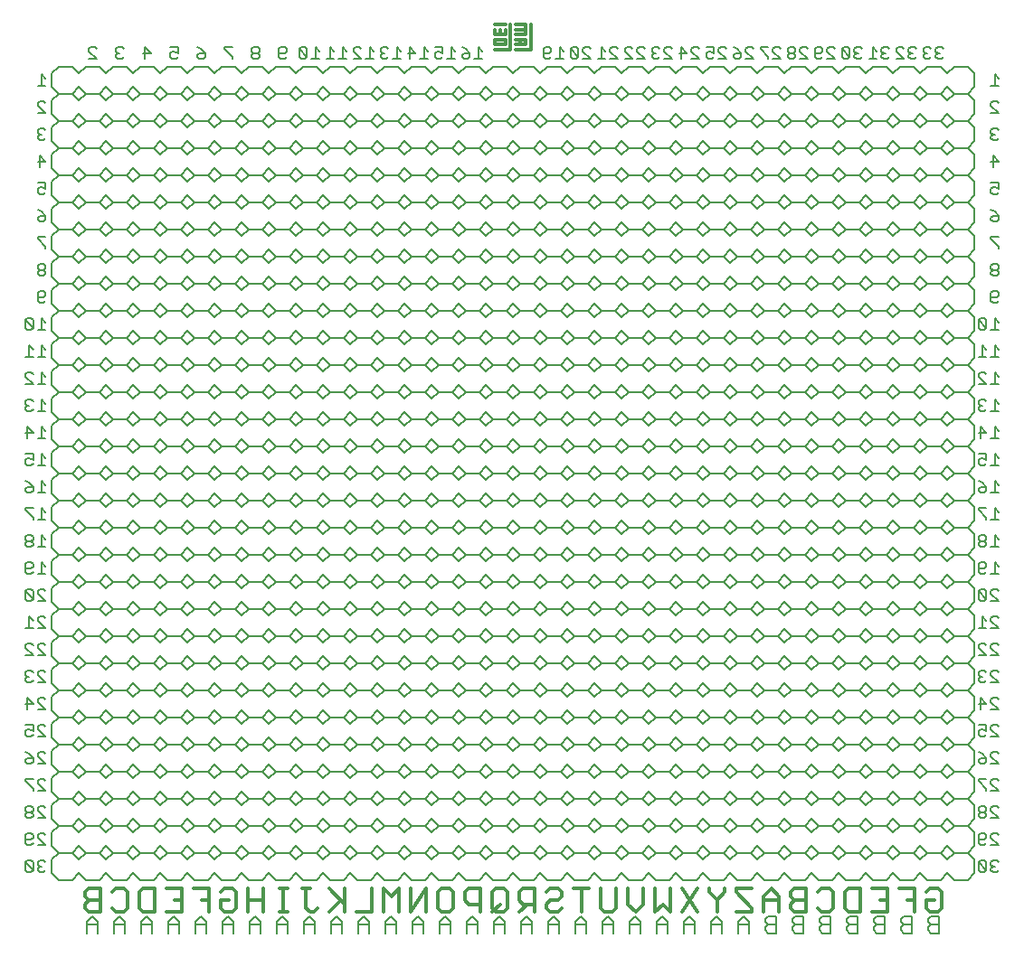
<source format=gbo>
G75*
%MOIN*%
%OFA0B0*%
%FSLAX25Y25*%
%IPPOS*%
%LPD*%
%AMOC8*
5,1,8,0,0,1.08239X$1,22.5*
%
%ADD10C,0.00600*%
%ADD11C,0.01200*%
%ADD12C,0.00800*%
D10*
X0004769Y0051450D02*
X0006237Y0051450D01*
X0006971Y0052184D01*
X0004035Y0055120D01*
X0004035Y0052184D01*
X0004769Y0051450D01*
X0006971Y0052184D02*
X0006971Y0055120D01*
X0006237Y0055854D01*
X0004769Y0055854D01*
X0004035Y0055120D01*
X0008639Y0055120D02*
X0009373Y0055854D01*
X0010841Y0055854D01*
X0011575Y0055120D01*
X0010107Y0053652D02*
X0009373Y0053652D01*
X0008639Y0052918D01*
X0008639Y0052184D01*
X0009373Y0051450D01*
X0010841Y0051450D01*
X0011575Y0052184D01*
X0009373Y0053652D02*
X0008639Y0054386D01*
X0008639Y0055120D01*
X0008639Y0061450D02*
X0011575Y0061450D01*
X0008639Y0064386D01*
X0008639Y0065120D01*
X0009373Y0065854D01*
X0010841Y0065854D01*
X0011575Y0065120D01*
X0011575Y0071450D02*
X0008639Y0071450D01*
X0006971Y0072184D02*
X0006971Y0072918D01*
X0006237Y0073652D01*
X0004769Y0073652D01*
X0004035Y0072918D01*
X0004035Y0072184D01*
X0004769Y0071450D01*
X0006237Y0071450D01*
X0006971Y0072184D01*
X0006237Y0073652D02*
X0006971Y0074386D01*
X0006971Y0075120D01*
X0006237Y0075854D01*
X0004769Y0075854D01*
X0004035Y0075120D01*
X0004035Y0074386D01*
X0004769Y0073652D01*
X0008639Y0074386D02*
X0008639Y0075120D01*
X0009373Y0075854D01*
X0010841Y0075854D01*
X0011575Y0075120D01*
X0008639Y0074386D02*
X0011575Y0071450D01*
X0006237Y0065854D02*
X0006971Y0065120D01*
X0006971Y0064386D01*
X0006237Y0063652D01*
X0004035Y0063652D01*
X0004035Y0062184D02*
X0004035Y0065120D01*
X0004769Y0065854D01*
X0006237Y0065854D01*
X0006971Y0062184D02*
X0006237Y0061450D01*
X0004769Y0061450D01*
X0004035Y0062184D01*
X0006971Y0081450D02*
X0006971Y0082184D01*
X0004035Y0085120D01*
X0004035Y0085854D01*
X0006971Y0085854D01*
X0008639Y0085120D02*
X0009373Y0085854D01*
X0010841Y0085854D01*
X0011575Y0085120D01*
X0008639Y0085120D02*
X0008639Y0084386D01*
X0011575Y0081450D01*
X0008639Y0081450D01*
X0008639Y0091450D02*
X0011575Y0091450D01*
X0008639Y0094386D01*
X0008639Y0095120D01*
X0009373Y0095854D01*
X0010841Y0095854D01*
X0011575Y0095120D01*
X0006971Y0093652D02*
X0004769Y0093652D01*
X0004035Y0092918D01*
X0004035Y0092184D01*
X0004769Y0091450D01*
X0006237Y0091450D01*
X0006971Y0092184D01*
X0006971Y0093652D01*
X0005503Y0095120D01*
X0004035Y0095854D01*
X0004769Y0101450D02*
X0006237Y0101450D01*
X0006971Y0102184D01*
X0006971Y0103652D02*
X0005503Y0104386D01*
X0004769Y0104386D01*
X0004035Y0103652D01*
X0004035Y0102184D01*
X0004769Y0101450D01*
X0006971Y0103652D02*
X0006971Y0105854D01*
X0004035Y0105854D01*
X0008639Y0105120D02*
X0009373Y0105854D01*
X0010841Y0105854D01*
X0011575Y0105120D01*
X0008639Y0105120D02*
X0008639Y0104386D01*
X0011575Y0101450D01*
X0008639Y0101450D01*
X0008639Y0111450D02*
X0011575Y0111450D01*
X0008639Y0114386D01*
X0008639Y0115120D01*
X0009373Y0115854D01*
X0010841Y0115854D01*
X0011575Y0115120D01*
X0006971Y0113652D02*
X0004035Y0113652D01*
X0004769Y0111450D02*
X0004769Y0115854D01*
X0006971Y0113652D01*
X0006237Y0121450D02*
X0006971Y0122184D01*
X0006237Y0121450D02*
X0004769Y0121450D01*
X0004035Y0122184D01*
X0004035Y0122918D01*
X0004769Y0123652D01*
X0005503Y0123652D01*
X0004769Y0123652D02*
X0004035Y0124386D01*
X0004035Y0125120D01*
X0004769Y0125854D01*
X0006237Y0125854D01*
X0006971Y0125120D01*
X0008639Y0125120D02*
X0009373Y0125854D01*
X0010841Y0125854D01*
X0011575Y0125120D01*
X0008639Y0125120D02*
X0008639Y0124386D01*
X0011575Y0121450D01*
X0008639Y0121450D01*
X0008639Y0131450D02*
X0011575Y0131450D01*
X0008639Y0134386D01*
X0008639Y0135120D01*
X0009373Y0135854D01*
X0010841Y0135854D01*
X0011575Y0135120D01*
X0011575Y0141450D02*
X0008639Y0141450D01*
X0006971Y0141450D02*
X0004035Y0141450D01*
X0005503Y0141450D02*
X0005503Y0145854D01*
X0006971Y0144386D01*
X0008639Y0144386D02*
X0008639Y0145120D01*
X0009373Y0145854D01*
X0010841Y0145854D01*
X0011575Y0145120D01*
X0008639Y0144386D02*
X0011575Y0141450D01*
X0006237Y0135854D02*
X0006971Y0135120D01*
X0006237Y0135854D02*
X0004769Y0135854D01*
X0004035Y0135120D01*
X0004035Y0134386D01*
X0006971Y0131450D01*
X0004035Y0131450D01*
X0004769Y0151450D02*
X0006237Y0151450D01*
X0006971Y0152184D01*
X0004035Y0155120D01*
X0004035Y0152184D01*
X0004769Y0151450D01*
X0006971Y0152184D02*
X0006971Y0155120D01*
X0006237Y0155854D01*
X0004769Y0155854D01*
X0004035Y0155120D01*
X0008639Y0155120D02*
X0008639Y0154386D01*
X0011575Y0151450D01*
X0008639Y0151450D01*
X0008639Y0155120D02*
X0009373Y0155854D01*
X0010841Y0155854D01*
X0011575Y0155120D01*
X0011575Y0161450D02*
X0008639Y0161450D01*
X0010107Y0161450D02*
X0010107Y0165854D01*
X0011575Y0164386D01*
X0006971Y0164386D02*
X0006237Y0163652D01*
X0004035Y0163652D01*
X0004035Y0162184D02*
X0004035Y0165120D01*
X0004769Y0165854D01*
X0006237Y0165854D01*
X0006971Y0165120D01*
X0006971Y0164386D01*
X0006971Y0162184D02*
X0006237Y0161450D01*
X0004769Y0161450D01*
X0004035Y0162184D01*
X0004769Y0171450D02*
X0006237Y0171450D01*
X0006971Y0172184D01*
X0006971Y0172918D01*
X0006237Y0173652D01*
X0004769Y0173652D01*
X0004035Y0172918D01*
X0004035Y0172184D01*
X0004769Y0171450D01*
X0004769Y0173652D02*
X0004035Y0174386D01*
X0004035Y0175120D01*
X0004769Y0175854D01*
X0006237Y0175854D01*
X0006971Y0175120D01*
X0006971Y0174386D01*
X0006237Y0173652D01*
X0008639Y0171450D02*
X0011575Y0171450D01*
X0010107Y0171450D02*
X0010107Y0175854D01*
X0011575Y0174386D01*
X0011575Y0181450D02*
X0008639Y0181450D01*
X0010107Y0181450D02*
X0010107Y0185854D01*
X0011575Y0184386D01*
X0006971Y0185854D02*
X0004035Y0185854D01*
X0004035Y0185120D01*
X0006971Y0182184D01*
X0006971Y0181450D01*
X0006237Y0191450D02*
X0004769Y0191450D01*
X0004035Y0192184D01*
X0004035Y0192918D01*
X0004769Y0193652D01*
X0006971Y0193652D01*
X0006971Y0192184D01*
X0006237Y0191450D01*
X0006971Y0193652D02*
X0005503Y0195120D01*
X0004035Y0195854D01*
X0004769Y0201450D02*
X0006237Y0201450D01*
X0006971Y0202184D01*
X0006971Y0203652D02*
X0005503Y0204386D01*
X0004769Y0204386D01*
X0004035Y0203652D01*
X0004035Y0202184D01*
X0004769Y0201450D01*
X0006971Y0203652D02*
X0006971Y0205854D01*
X0004035Y0205854D01*
X0010107Y0205854D02*
X0010107Y0201450D01*
X0011575Y0201450D02*
X0008639Y0201450D01*
X0011575Y0204386D02*
X0010107Y0205854D01*
X0010107Y0211450D02*
X0010107Y0215854D01*
X0011575Y0214386D01*
X0011575Y0211450D02*
X0008639Y0211450D01*
X0006971Y0213652D02*
X0004769Y0215854D01*
X0004769Y0211450D01*
X0004035Y0213652D02*
X0006971Y0213652D01*
X0006237Y0221450D02*
X0006971Y0222184D01*
X0006237Y0221450D02*
X0004769Y0221450D01*
X0004035Y0222184D01*
X0004035Y0222918D01*
X0004769Y0223652D01*
X0005503Y0223652D01*
X0004769Y0223652D02*
X0004035Y0224386D01*
X0004035Y0225120D01*
X0004769Y0225854D01*
X0006237Y0225854D01*
X0006971Y0225120D01*
X0010107Y0225854D02*
X0010107Y0221450D01*
X0011575Y0221450D02*
X0008639Y0221450D01*
X0011575Y0224386D02*
X0010107Y0225854D01*
X0010107Y0231450D02*
X0010107Y0235854D01*
X0011575Y0234386D01*
X0011575Y0231450D02*
X0008639Y0231450D01*
X0006971Y0231450D02*
X0004035Y0234386D01*
X0004035Y0235120D01*
X0004769Y0235854D01*
X0006237Y0235854D01*
X0006971Y0235120D01*
X0006971Y0231450D02*
X0004035Y0231450D01*
X0004035Y0241450D02*
X0006971Y0241450D01*
X0005503Y0241450D02*
X0005503Y0245854D01*
X0006971Y0244386D01*
X0008639Y0241450D02*
X0011575Y0241450D01*
X0010107Y0241450D02*
X0010107Y0245854D01*
X0011575Y0244386D01*
X0011575Y0251450D02*
X0008639Y0251450D01*
X0010107Y0251450D02*
X0010107Y0255854D01*
X0011575Y0254386D01*
X0010841Y0261450D02*
X0009373Y0261450D01*
X0008639Y0262184D01*
X0008639Y0265120D01*
X0009373Y0265854D01*
X0010841Y0265854D01*
X0011575Y0265120D01*
X0011575Y0264386D01*
X0010841Y0263652D01*
X0008639Y0263652D01*
X0010841Y0261450D02*
X0011575Y0262184D01*
X0006237Y0255854D02*
X0004769Y0255854D01*
X0004035Y0255120D01*
X0006971Y0252184D01*
X0006237Y0251450D01*
X0004769Y0251450D01*
X0004035Y0252184D01*
X0004035Y0255120D01*
X0006237Y0255854D02*
X0006971Y0255120D01*
X0006971Y0252184D01*
X0009373Y0271450D02*
X0010841Y0271450D01*
X0011575Y0272184D01*
X0011575Y0272918D01*
X0010841Y0273652D01*
X0009373Y0273652D01*
X0008639Y0272918D01*
X0008639Y0272184D01*
X0009373Y0271450D01*
X0009373Y0273652D02*
X0008639Y0274386D01*
X0008639Y0275120D01*
X0009373Y0275854D01*
X0010841Y0275854D01*
X0011575Y0275120D01*
X0011575Y0274386D01*
X0010841Y0273652D01*
X0011575Y0281450D02*
X0011575Y0282184D01*
X0008639Y0285120D01*
X0008639Y0285854D01*
X0011575Y0285854D01*
X0010841Y0291450D02*
X0009373Y0291450D01*
X0008639Y0292184D01*
X0008639Y0292918D01*
X0009373Y0293652D01*
X0011575Y0293652D01*
X0011575Y0292184D01*
X0010841Y0291450D01*
X0011575Y0293652D02*
X0010107Y0295120D01*
X0008639Y0295854D01*
X0009373Y0301450D02*
X0010841Y0301450D01*
X0011575Y0302184D01*
X0011575Y0303652D02*
X0010107Y0304386D01*
X0009373Y0304386D01*
X0008639Y0303652D01*
X0008639Y0302184D01*
X0009373Y0301450D01*
X0011575Y0303652D02*
X0011575Y0305854D01*
X0008639Y0305854D01*
X0009373Y0311450D02*
X0009373Y0315854D01*
X0011575Y0313652D01*
X0008639Y0313652D01*
X0009373Y0321450D02*
X0010841Y0321450D01*
X0011575Y0322184D01*
X0010107Y0323652D02*
X0009373Y0323652D01*
X0008639Y0322918D01*
X0008639Y0322184D01*
X0009373Y0321450D01*
X0009373Y0323652D02*
X0008639Y0324386D01*
X0008639Y0325120D01*
X0009373Y0325854D01*
X0010841Y0325854D01*
X0011575Y0325120D01*
X0011575Y0331450D02*
X0008639Y0331450D01*
X0011575Y0331450D02*
X0008639Y0334386D01*
X0008639Y0335120D01*
X0009373Y0335854D01*
X0010841Y0335854D01*
X0011575Y0335120D01*
X0011575Y0341450D02*
X0008639Y0341450D01*
X0010107Y0341450D02*
X0010107Y0345854D01*
X0011575Y0344386D01*
X0027389Y0351450D02*
X0030325Y0351450D01*
X0027389Y0354386D01*
X0027389Y0355120D01*
X0028123Y0355854D01*
X0029591Y0355854D01*
X0030325Y0355120D01*
X0037389Y0355120D02*
X0037389Y0354386D01*
X0038123Y0353652D01*
X0037389Y0352918D01*
X0037389Y0352184D01*
X0038123Y0351450D01*
X0039591Y0351450D01*
X0040325Y0352184D01*
X0038857Y0353652D02*
X0038123Y0353652D01*
X0037389Y0355120D02*
X0038123Y0355854D01*
X0039591Y0355854D01*
X0040325Y0355120D01*
X0047389Y0353652D02*
X0050325Y0353652D01*
X0048123Y0355854D01*
X0048123Y0351450D01*
X0057389Y0352184D02*
X0058123Y0351450D01*
X0059591Y0351450D01*
X0060325Y0352184D01*
X0060325Y0353652D02*
X0058857Y0354386D01*
X0058123Y0354386D01*
X0057389Y0353652D01*
X0057389Y0352184D01*
X0060325Y0353652D02*
X0060325Y0355854D01*
X0057389Y0355854D01*
X0067389Y0355854D02*
X0068857Y0355120D01*
X0070325Y0353652D01*
X0068123Y0353652D01*
X0067389Y0352918D01*
X0067389Y0352184D01*
X0068123Y0351450D01*
X0069591Y0351450D01*
X0070325Y0352184D01*
X0070325Y0353652D01*
X0077389Y0355120D02*
X0080325Y0352184D01*
X0080325Y0351450D01*
X0080325Y0355854D02*
X0077389Y0355854D01*
X0077389Y0355120D01*
X0087389Y0355120D02*
X0087389Y0354386D01*
X0088123Y0353652D01*
X0089591Y0353652D01*
X0090325Y0354386D01*
X0090325Y0355120D01*
X0089591Y0355854D01*
X0088123Y0355854D01*
X0087389Y0355120D01*
X0088123Y0353652D02*
X0087389Y0352918D01*
X0087389Y0352184D01*
X0088123Y0351450D01*
X0089591Y0351450D01*
X0090325Y0352184D01*
X0090325Y0352918D01*
X0089591Y0353652D01*
X0097389Y0353652D02*
X0099591Y0353652D01*
X0100325Y0354386D01*
X0100325Y0355120D01*
X0099591Y0355854D01*
X0098123Y0355854D01*
X0097389Y0355120D01*
X0097389Y0352184D01*
X0098123Y0351450D01*
X0099591Y0351450D01*
X0100325Y0352184D01*
X0104972Y0352184D02*
X0104972Y0355120D01*
X0107908Y0352184D01*
X0107174Y0351450D01*
X0105706Y0351450D01*
X0104972Y0352184D01*
X0107908Y0352184D02*
X0107908Y0355120D01*
X0107174Y0355854D01*
X0105706Y0355854D01*
X0104972Y0355120D01*
X0109576Y0351450D02*
X0112512Y0351450D01*
X0111044Y0351450D02*
X0111044Y0355854D01*
X0112512Y0354386D01*
X0114972Y0351450D02*
X0117908Y0351450D01*
X0116440Y0351450D02*
X0116440Y0355854D01*
X0117908Y0354386D01*
X0119576Y0351450D02*
X0122512Y0351450D01*
X0121044Y0351450D02*
X0121044Y0355854D01*
X0122512Y0354386D01*
X0124972Y0354386D02*
X0127908Y0351450D01*
X0124972Y0351450D01*
X0124972Y0354386D02*
X0124972Y0355120D01*
X0125706Y0355854D01*
X0127174Y0355854D01*
X0127908Y0355120D01*
X0131044Y0355854D02*
X0131044Y0351450D01*
X0132512Y0351450D02*
X0129576Y0351450D01*
X0132512Y0354386D02*
X0131044Y0355854D01*
X0134972Y0355120D02*
X0134972Y0354386D01*
X0135706Y0353652D01*
X0134972Y0352918D01*
X0134972Y0352184D01*
X0135706Y0351450D01*
X0137174Y0351450D01*
X0137908Y0352184D01*
X0139576Y0351450D02*
X0142512Y0351450D01*
X0141044Y0351450D02*
X0141044Y0355854D01*
X0142512Y0354386D01*
X0144972Y0353652D02*
X0147908Y0353652D01*
X0145706Y0355854D01*
X0145706Y0351450D01*
X0149576Y0351450D02*
X0152512Y0351450D01*
X0151044Y0351450D02*
X0151044Y0355854D01*
X0152512Y0354386D01*
X0154972Y0353652D02*
X0154972Y0352184D01*
X0155706Y0351450D01*
X0157174Y0351450D01*
X0157908Y0352184D01*
X0157908Y0353652D02*
X0156440Y0354386D01*
X0155706Y0354386D01*
X0154972Y0353652D01*
X0154972Y0355854D02*
X0157908Y0355854D01*
X0157908Y0353652D01*
X0159576Y0351450D02*
X0162512Y0351450D01*
X0161044Y0351450D02*
X0161044Y0355854D01*
X0162512Y0354386D01*
X0164972Y0352918D02*
X0165706Y0353652D01*
X0167908Y0353652D01*
X0167908Y0352184D01*
X0167174Y0351450D01*
X0165706Y0351450D01*
X0164972Y0352184D01*
X0164972Y0352918D01*
X0166440Y0355120D02*
X0164972Y0355854D01*
X0166440Y0355120D02*
X0167908Y0353652D01*
X0169576Y0351450D02*
X0172512Y0351450D01*
X0171044Y0351450D02*
X0171044Y0355854D01*
X0172512Y0354386D01*
X0194972Y0353652D02*
X0197174Y0353652D01*
X0197908Y0354386D01*
X0197908Y0355120D01*
X0197174Y0355854D01*
X0195706Y0355854D01*
X0194972Y0355120D01*
X0194972Y0352184D01*
X0195706Y0351450D01*
X0197174Y0351450D01*
X0197908Y0352184D01*
X0199576Y0351450D02*
X0202512Y0351450D01*
X0201044Y0351450D02*
X0201044Y0355854D01*
X0202512Y0354386D01*
X0204972Y0355120D02*
X0207908Y0352184D01*
X0207174Y0351450D01*
X0205706Y0351450D01*
X0204972Y0352184D01*
X0204972Y0355120D01*
X0205706Y0355854D01*
X0207174Y0355854D01*
X0207908Y0355120D01*
X0207908Y0352184D01*
X0209576Y0351450D02*
X0212512Y0351450D01*
X0209576Y0354386D01*
X0209576Y0355120D01*
X0210310Y0355854D01*
X0211778Y0355854D01*
X0212512Y0355120D01*
X0216440Y0355854D02*
X0216440Y0351450D01*
X0217908Y0351450D02*
X0214972Y0351450D01*
X0217908Y0354386D02*
X0216440Y0355854D01*
X0219576Y0355120D02*
X0220310Y0355854D01*
X0221778Y0355854D01*
X0222512Y0355120D01*
X0224972Y0355120D02*
X0225706Y0355854D01*
X0227174Y0355854D01*
X0227908Y0355120D01*
X0229576Y0355120D02*
X0230310Y0355854D01*
X0231778Y0355854D01*
X0232512Y0355120D01*
X0234972Y0355120D02*
X0234972Y0354386D01*
X0235706Y0353652D01*
X0234972Y0352918D01*
X0234972Y0352184D01*
X0235706Y0351450D01*
X0237174Y0351450D01*
X0237908Y0352184D01*
X0239576Y0351450D02*
X0242512Y0351450D01*
X0239576Y0354386D01*
X0239576Y0355120D01*
X0240310Y0355854D01*
X0241778Y0355854D01*
X0242512Y0355120D01*
X0244972Y0353652D02*
X0247908Y0353652D01*
X0245706Y0355854D01*
X0245706Y0351450D01*
X0249576Y0351450D02*
X0252512Y0351450D01*
X0249576Y0354386D01*
X0249576Y0355120D01*
X0250310Y0355854D01*
X0251778Y0355854D01*
X0252512Y0355120D01*
X0254972Y0355854D02*
X0257908Y0355854D01*
X0257908Y0353652D01*
X0256440Y0354386D01*
X0255706Y0354386D01*
X0254972Y0353652D01*
X0254972Y0352184D01*
X0255706Y0351450D01*
X0257174Y0351450D01*
X0257908Y0352184D01*
X0259576Y0351450D02*
X0262512Y0351450D01*
X0259576Y0354386D01*
X0259576Y0355120D01*
X0260310Y0355854D01*
X0261778Y0355854D01*
X0262512Y0355120D01*
X0264972Y0355854D02*
X0266440Y0355120D01*
X0267908Y0353652D01*
X0265706Y0353652D01*
X0264972Y0352918D01*
X0264972Y0352184D01*
X0265706Y0351450D01*
X0267174Y0351450D01*
X0267908Y0352184D01*
X0267908Y0353652D01*
X0269576Y0354386D02*
X0269576Y0355120D01*
X0270310Y0355854D01*
X0271778Y0355854D01*
X0272512Y0355120D01*
X0274972Y0355120D02*
X0277908Y0352184D01*
X0277908Y0351450D01*
X0279576Y0351450D02*
X0282512Y0351450D01*
X0279576Y0354386D01*
X0279576Y0355120D01*
X0280310Y0355854D01*
X0281778Y0355854D01*
X0282512Y0355120D01*
X0284972Y0355120D02*
X0284972Y0354386D01*
X0285706Y0353652D01*
X0287174Y0353652D01*
X0287908Y0354386D01*
X0287908Y0355120D01*
X0287174Y0355854D01*
X0285706Y0355854D01*
X0284972Y0355120D01*
X0285706Y0353652D02*
X0284972Y0352918D01*
X0284972Y0352184D01*
X0285706Y0351450D01*
X0287174Y0351450D01*
X0287908Y0352184D01*
X0287908Y0352918D01*
X0287174Y0353652D01*
X0289576Y0354386D02*
X0289576Y0355120D01*
X0290310Y0355854D01*
X0291778Y0355854D01*
X0292512Y0355120D01*
X0294972Y0355120D02*
X0294972Y0352184D01*
X0295706Y0351450D01*
X0297174Y0351450D01*
X0297908Y0352184D01*
X0297174Y0353652D02*
X0294972Y0353652D01*
X0294972Y0355120D02*
X0295706Y0355854D01*
X0297174Y0355854D01*
X0297908Y0355120D01*
X0297908Y0354386D01*
X0297174Y0353652D01*
X0299576Y0354386D02*
X0299576Y0355120D01*
X0300310Y0355854D01*
X0301778Y0355854D01*
X0302512Y0355120D01*
X0304972Y0355120D02*
X0307908Y0352184D01*
X0307174Y0351450D01*
X0305706Y0351450D01*
X0304972Y0352184D01*
X0304972Y0355120D01*
X0305706Y0355854D01*
X0307174Y0355854D01*
X0307908Y0355120D01*
X0307908Y0352184D01*
X0309576Y0352184D02*
X0310310Y0351450D01*
X0311778Y0351450D01*
X0312512Y0352184D01*
X0311044Y0353652D02*
X0310310Y0353652D01*
X0309576Y0352918D01*
X0309576Y0352184D01*
X0310310Y0353652D02*
X0309576Y0354386D01*
X0309576Y0355120D01*
X0310310Y0355854D01*
X0311778Y0355854D01*
X0312512Y0355120D01*
X0316440Y0355854D02*
X0316440Y0351450D01*
X0317908Y0351450D02*
X0314972Y0351450D01*
X0317908Y0354386D02*
X0316440Y0355854D01*
X0319576Y0355120D02*
X0319576Y0354386D01*
X0320310Y0353652D01*
X0319576Y0352918D01*
X0319576Y0352184D01*
X0320310Y0351450D01*
X0321778Y0351450D01*
X0322512Y0352184D01*
X0321044Y0353652D02*
X0320310Y0353652D01*
X0319576Y0355120D02*
X0320310Y0355854D01*
X0321778Y0355854D01*
X0322512Y0355120D01*
X0324972Y0355120D02*
X0325706Y0355854D01*
X0327174Y0355854D01*
X0327908Y0355120D01*
X0329576Y0355120D02*
X0329576Y0354386D01*
X0330310Y0353652D01*
X0329576Y0352918D01*
X0329576Y0352184D01*
X0330310Y0351450D01*
X0331778Y0351450D01*
X0332512Y0352184D01*
X0331044Y0353652D02*
X0330310Y0353652D01*
X0329576Y0355120D02*
X0330310Y0355854D01*
X0331778Y0355854D01*
X0332512Y0355120D01*
X0334972Y0355120D02*
X0334972Y0354386D01*
X0335706Y0353652D01*
X0334972Y0352918D01*
X0334972Y0352184D01*
X0335706Y0351450D01*
X0337174Y0351450D01*
X0337908Y0352184D01*
X0339576Y0352184D02*
X0340310Y0351450D01*
X0341778Y0351450D01*
X0342512Y0352184D01*
X0341044Y0353652D02*
X0340310Y0353652D01*
X0339576Y0352918D01*
X0339576Y0352184D01*
X0340310Y0353652D02*
X0339576Y0354386D01*
X0339576Y0355120D01*
X0340310Y0355854D01*
X0341778Y0355854D01*
X0342512Y0355120D01*
X0337908Y0355120D02*
X0337174Y0355854D01*
X0335706Y0355854D01*
X0334972Y0355120D01*
X0335706Y0353652D02*
X0336440Y0353652D01*
X0327908Y0351450D02*
X0324972Y0354386D01*
X0324972Y0355120D01*
X0324972Y0351450D02*
X0327908Y0351450D01*
X0302512Y0351450D02*
X0299576Y0354386D01*
X0299576Y0351450D02*
X0302512Y0351450D01*
X0292512Y0351450D02*
X0289576Y0354386D01*
X0289576Y0351450D02*
X0292512Y0351450D01*
X0277908Y0355854D02*
X0274972Y0355854D01*
X0274972Y0355120D01*
X0272512Y0351450D02*
X0269576Y0351450D01*
X0272512Y0351450D02*
X0269576Y0354386D01*
X0237908Y0355120D02*
X0237174Y0355854D01*
X0235706Y0355854D01*
X0234972Y0355120D01*
X0235706Y0353652D02*
X0236440Y0353652D01*
X0232512Y0351450D02*
X0229576Y0354386D01*
X0229576Y0355120D01*
X0229576Y0351450D02*
X0232512Y0351450D01*
X0227908Y0351450D02*
X0224972Y0354386D01*
X0224972Y0355120D01*
X0224972Y0351450D02*
X0227908Y0351450D01*
X0222512Y0351450D02*
X0219576Y0354386D01*
X0219576Y0355120D01*
X0219576Y0351450D02*
X0222512Y0351450D01*
X0137908Y0355120D02*
X0137174Y0355854D01*
X0135706Y0355854D01*
X0134972Y0355120D01*
X0135706Y0353652D02*
X0136440Y0353652D01*
X0010107Y0195854D02*
X0010107Y0191450D01*
X0011575Y0191450D02*
X0008639Y0191450D01*
X0011575Y0194386D02*
X0010107Y0195854D01*
X0355285Y0195854D02*
X0356753Y0195120D01*
X0358221Y0193652D01*
X0356019Y0193652D01*
X0355285Y0192918D01*
X0355285Y0192184D01*
X0356019Y0191450D01*
X0357487Y0191450D01*
X0358221Y0192184D01*
X0358221Y0193652D01*
X0359889Y0191450D02*
X0362825Y0191450D01*
X0361357Y0191450D02*
X0361357Y0195854D01*
X0362825Y0194386D01*
X0362825Y0201450D02*
X0359889Y0201450D01*
X0361357Y0201450D02*
X0361357Y0205854D01*
X0362825Y0204386D01*
X0358221Y0203652D02*
X0356753Y0204386D01*
X0356019Y0204386D01*
X0355285Y0203652D01*
X0355285Y0202184D01*
X0356019Y0201450D01*
X0357487Y0201450D01*
X0358221Y0202184D01*
X0358221Y0203652D02*
X0358221Y0205854D01*
X0355285Y0205854D01*
X0356019Y0211450D02*
X0356019Y0215854D01*
X0358221Y0213652D01*
X0355285Y0213652D01*
X0359889Y0211450D02*
X0362825Y0211450D01*
X0361357Y0211450D02*
X0361357Y0215854D01*
X0362825Y0214386D01*
X0362825Y0221450D02*
X0359889Y0221450D01*
X0361357Y0221450D02*
X0361357Y0225854D01*
X0362825Y0224386D01*
X0358221Y0225120D02*
X0357487Y0225854D01*
X0356019Y0225854D01*
X0355285Y0225120D01*
X0355285Y0224386D01*
X0356019Y0223652D01*
X0355285Y0222918D01*
X0355285Y0222184D01*
X0356019Y0221450D01*
X0357487Y0221450D01*
X0358221Y0222184D01*
X0356753Y0223652D02*
X0356019Y0223652D01*
X0355285Y0231450D02*
X0358221Y0231450D01*
X0355285Y0234386D01*
X0355285Y0235120D01*
X0356019Y0235854D01*
X0357487Y0235854D01*
X0358221Y0235120D01*
X0361357Y0235854D02*
X0361357Y0231450D01*
X0362825Y0231450D02*
X0359889Y0231450D01*
X0362825Y0234386D02*
X0361357Y0235854D01*
X0361357Y0241450D02*
X0361357Y0245854D01*
X0362825Y0244386D01*
X0362825Y0241450D02*
X0359889Y0241450D01*
X0358221Y0241450D02*
X0355285Y0241450D01*
X0356753Y0241450D02*
X0356753Y0245854D01*
X0358221Y0244386D01*
X0357487Y0251450D02*
X0358221Y0252184D01*
X0355285Y0255120D01*
X0355285Y0252184D01*
X0356019Y0251450D01*
X0357487Y0251450D01*
X0358221Y0252184D02*
X0358221Y0255120D01*
X0357487Y0255854D01*
X0356019Y0255854D01*
X0355285Y0255120D01*
X0359889Y0251450D02*
X0362825Y0251450D01*
X0361357Y0251450D02*
X0361357Y0255854D01*
X0362825Y0254386D01*
X0362091Y0261450D02*
X0360623Y0261450D01*
X0359889Y0262184D01*
X0359889Y0265120D01*
X0360623Y0265854D01*
X0362091Y0265854D01*
X0362825Y0265120D01*
X0362825Y0264386D01*
X0362091Y0263652D01*
X0359889Y0263652D01*
X0362091Y0261450D02*
X0362825Y0262184D01*
X0362091Y0271450D02*
X0362825Y0272184D01*
X0362825Y0272918D01*
X0362091Y0273652D01*
X0360623Y0273652D01*
X0359889Y0272918D01*
X0359889Y0272184D01*
X0360623Y0271450D01*
X0362091Y0271450D01*
X0362091Y0273652D02*
X0362825Y0274386D01*
X0362825Y0275120D01*
X0362091Y0275854D01*
X0360623Y0275854D01*
X0359889Y0275120D01*
X0359889Y0274386D01*
X0360623Y0273652D01*
X0362825Y0281450D02*
X0362825Y0282184D01*
X0359889Y0285120D01*
X0359889Y0285854D01*
X0362825Y0285854D01*
X0362091Y0291450D02*
X0360623Y0291450D01*
X0359889Y0292184D01*
X0359889Y0292918D01*
X0360623Y0293652D01*
X0362825Y0293652D01*
X0362825Y0292184D01*
X0362091Y0291450D01*
X0362825Y0293652D02*
X0361357Y0295120D01*
X0359889Y0295854D01*
X0360623Y0301450D02*
X0362091Y0301450D01*
X0362825Y0302184D01*
X0362825Y0303652D02*
X0361357Y0304386D01*
X0360623Y0304386D01*
X0359889Y0303652D01*
X0359889Y0302184D01*
X0360623Y0301450D01*
X0362825Y0303652D02*
X0362825Y0305854D01*
X0359889Y0305854D01*
X0360623Y0311450D02*
X0360623Y0315854D01*
X0362825Y0313652D01*
X0359889Y0313652D01*
X0360623Y0321450D02*
X0362091Y0321450D01*
X0362825Y0322184D01*
X0361357Y0323652D02*
X0360623Y0323652D01*
X0359889Y0322918D01*
X0359889Y0322184D01*
X0360623Y0321450D01*
X0360623Y0323652D02*
X0359889Y0324386D01*
X0359889Y0325120D01*
X0360623Y0325854D01*
X0362091Y0325854D01*
X0362825Y0325120D01*
X0362825Y0331450D02*
X0359889Y0334386D01*
X0359889Y0335120D01*
X0360623Y0335854D01*
X0362091Y0335854D01*
X0362825Y0335120D01*
X0362825Y0331450D02*
X0359889Y0331450D01*
X0359889Y0341450D02*
X0362825Y0341450D01*
X0361357Y0341450D02*
X0361357Y0345854D01*
X0362825Y0344386D01*
X0361357Y0185854D02*
X0361357Y0181450D01*
X0362825Y0181450D02*
X0359889Y0181450D01*
X0358221Y0181450D02*
X0358221Y0182184D01*
X0355285Y0185120D01*
X0355285Y0185854D01*
X0358221Y0185854D01*
X0361357Y0185854D02*
X0362825Y0184386D01*
X0361357Y0175854D02*
X0361357Y0171450D01*
X0362825Y0171450D02*
X0359889Y0171450D01*
X0358221Y0172184D02*
X0358221Y0172918D01*
X0357487Y0173652D01*
X0356019Y0173652D01*
X0355285Y0172918D01*
X0355285Y0172184D01*
X0356019Y0171450D01*
X0357487Y0171450D01*
X0358221Y0172184D01*
X0357487Y0173652D02*
X0358221Y0174386D01*
X0358221Y0175120D01*
X0357487Y0175854D01*
X0356019Y0175854D01*
X0355285Y0175120D01*
X0355285Y0174386D01*
X0356019Y0173652D01*
X0361357Y0175854D02*
X0362825Y0174386D01*
X0361357Y0165854D02*
X0361357Y0161450D01*
X0362825Y0161450D02*
X0359889Y0161450D01*
X0358221Y0162184D02*
X0357487Y0161450D01*
X0356019Y0161450D01*
X0355285Y0162184D01*
X0355285Y0165120D01*
X0356019Y0165854D01*
X0357487Y0165854D01*
X0358221Y0165120D01*
X0358221Y0164386D01*
X0357487Y0163652D01*
X0355285Y0163652D01*
X0361357Y0165854D02*
X0362825Y0164386D01*
X0362091Y0155854D02*
X0362825Y0155120D01*
X0362091Y0155854D02*
X0360623Y0155854D01*
X0359889Y0155120D01*
X0359889Y0154386D01*
X0362825Y0151450D01*
X0359889Y0151450D01*
X0358221Y0152184D02*
X0358221Y0155120D01*
X0357487Y0155854D01*
X0356019Y0155854D01*
X0355285Y0155120D01*
X0358221Y0152184D01*
X0357487Y0151450D01*
X0356019Y0151450D01*
X0355285Y0152184D01*
X0355285Y0155120D01*
X0356753Y0145854D02*
X0356753Y0141450D01*
X0358221Y0141450D02*
X0355285Y0141450D01*
X0358221Y0144386D02*
X0356753Y0145854D01*
X0359889Y0145120D02*
X0360623Y0145854D01*
X0362091Y0145854D01*
X0362825Y0145120D01*
X0359889Y0145120D02*
X0359889Y0144386D01*
X0362825Y0141450D01*
X0359889Y0141450D01*
X0360623Y0135854D02*
X0362091Y0135854D01*
X0362825Y0135120D01*
X0360623Y0135854D02*
X0359889Y0135120D01*
X0359889Y0134386D01*
X0362825Y0131450D01*
X0359889Y0131450D01*
X0358221Y0131450D02*
X0355285Y0134386D01*
X0355285Y0135120D01*
X0356019Y0135854D01*
X0357487Y0135854D01*
X0358221Y0135120D01*
X0358221Y0131450D02*
X0355285Y0131450D01*
X0356019Y0125854D02*
X0355285Y0125120D01*
X0355285Y0124386D01*
X0356019Y0123652D01*
X0355285Y0122918D01*
X0355285Y0122184D01*
X0356019Y0121450D01*
X0357487Y0121450D01*
X0358221Y0122184D01*
X0359889Y0121450D02*
X0362825Y0121450D01*
X0359889Y0124386D01*
X0359889Y0125120D01*
X0360623Y0125854D01*
X0362091Y0125854D01*
X0362825Y0125120D01*
X0358221Y0125120D02*
X0357487Y0125854D01*
X0356019Y0125854D01*
X0356019Y0123652D02*
X0356753Y0123652D01*
X0356019Y0115854D02*
X0358221Y0113652D01*
X0355285Y0113652D01*
X0356019Y0111450D02*
X0356019Y0115854D01*
X0359889Y0115120D02*
X0360623Y0115854D01*
X0362091Y0115854D01*
X0362825Y0115120D01*
X0359889Y0115120D02*
X0359889Y0114386D01*
X0362825Y0111450D01*
X0359889Y0111450D01*
X0360623Y0105854D02*
X0362091Y0105854D01*
X0362825Y0105120D01*
X0360623Y0105854D02*
X0359889Y0105120D01*
X0359889Y0104386D01*
X0362825Y0101450D01*
X0359889Y0101450D01*
X0358221Y0102184D02*
X0357487Y0101450D01*
X0356019Y0101450D01*
X0355285Y0102184D01*
X0355285Y0103652D01*
X0356019Y0104386D01*
X0356753Y0104386D01*
X0358221Y0103652D01*
X0358221Y0105854D01*
X0355285Y0105854D01*
X0355285Y0095854D02*
X0356753Y0095120D01*
X0358221Y0093652D01*
X0356019Y0093652D01*
X0355285Y0092918D01*
X0355285Y0092184D01*
X0356019Y0091450D01*
X0357487Y0091450D01*
X0358221Y0092184D01*
X0358221Y0093652D01*
X0359889Y0094386D02*
X0359889Y0095120D01*
X0360623Y0095854D01*
X0362091Y0095854D01*
X0362825Y0095120D01*
X0359889Y0094386D02*
X0362825Y0091450D01*
X0359889Y0091450D01*
X0360623Y0085854D02*
X0362091Y0085854D01*
X0362825Y0085120D01*
X0360623Y0085854D02*
X0359889Y0085120D01*
X0359889Y0084386D01*
X0362825Y0081450D01*
X0359889Y0081450D01*
X0358221Y0081450D02*
X0358221Y0082184D01*
X0355285Y0085120D01*
X0355285Y0085854D01*
X0358221Y0085854D01*
X0357487Y0075854D02*
X0356019Y0075854D01*
X0355285Y0075120D01*
X0355285Y0074386D01*
X0356019Y0073652D01*
X0357487Y0073652D01*
X0358221Y0074386D01*
X0358221Y0075120D01*
X0357487Y0075854D01*
X0357487Y0073652D02*
X0358221Y0072918D01*
X0358221Y0072184D01*
X0357487Y0071450D01*
X0356019Y0071450D01*
X0355285Y0072184D01*
X0355285Y0072918D01*
X0356019Y0073652D01*
X0359889Y0074386D02*
X0362825Y0071450D01*
X0359889Y0071450D01*
X0359889Y0074386D02*
X0359889Y0075120D01*
X0360623Y0075854D01*
X0362091Y0075854D01*
X0362825Y0075120D01*
X0362091Y0065854D02*
X0362825Y0065120D01*
X0362091Y0065854D02*
X0360623Y0065854D01*
X0359889Y0065120D01*
X0359889Y0064386D01*
X0362825Y0061450D01*
X0359889Y0061450D01*
X0358221Y0062184D02*
X0357487Y0061450D01*
X0356019Y0061450D01*
X0355285Y0062184D01*
X0355285Y0065120D01*
X0356019Y0065854D01*
X0357487Y0065854D01*
X0358221Y0065120D01*
X0358221Y0064386D01*
X0357487Y0063652D01*
X0355285Y0063652D01*
X0356019Y0055854D02*
X0355285Y0055120D01*
X0358221Y0052184D01*
X0357487Y0051450D01*
X0356019Y0051450D01*
X0355285Y0052184D01*
X0355285Y0055120D01*
X0356019Y0055854D02*
X0357487Y0055854D01*
X0358221Y0055120D01*
X0358221Y0052184D01*
X0359889Y0052184D02*
X0360623Y0051450D01*
X0362091Y0051450D01*
X0362825Y0052184D01*
X0361357Y0053652D02*
X0360623Y0053652D01*
X0359889Y0052918D01*
X0359889Y0052184D01*
X0360623Y0053652D02*
X0359889Y0054386D01*
X0359889Y0055120D01*
X0360623Y0055854D01*
X0362091Y0055854D01*
X0362825Y0055120D01*
D11*
X0341900Y0044090D02*
X0341900Y0038218D01*
X0340432Y0036750D01*
X0337496Y0036750D01*
X0336028Y0038218D01*
X0336028Y0041154D01*
X0338964Y0041154D01*
X0341900Y0044090D02*
X0340432Y0045558D01*
X0337496Y0045558D01*
X0336028Y0044090D01*
X0331900Y0045558D02*
X0326028Y0045558D01*
X0321900Y0045558D02*
X0321900Y0036750D01*
X0316028Y0036750D01*
X0311900Y0036750D02*
X0307496Y0036750D01*
X0306028Y0038218D01*
X0306028Y0044090D01*
X0307496Y0045558D01*
X0311900Y0045558D01*
X0311900Y0036750D01*
X0318964Y0041154D02*
X0321900Y0041154D01*
X0321900Y0045558D02*
X0316028Y0045558D01*
X0328964Y0041154D02*
X0331900Y0041154D01*
X0331900Y0036750D02*
X0331900Y0045558D01*
X0301900Y0044090D02*
X0301900Y0038218D01*
X0300432Y0036750D01*
X0297496Y0036750D01*
X0296028Y0038218D01*
X0291900Y0036750D02*
X0287496Y0036750D01*
X0286028Y0038218D01*
X0286028Y0039686D01*
X0287496Y0041154D01*
X0291900Y0041154D01*
X0291900Y0036750D02*
X0291900Y0045558D01*
X0287496Y0045558D01*
X0286028Y0044090D01*
X0286028Y0042622D01*
X0287496Y0041154D01*
X0281900Y0041154D02*
X0276028Y0041154D01*
X0276028Y0042622D02*
X0276028Y0036750D01*
X0271900Y0036750D02*
X0266028Y0036750D01*
X0271900Y0036750D02*
X0271900Y0038218D01*
X0266028Y0044090D01*
X0266028Y0045558D01*
X0271900Y0045558D01*
X0276028Y0042622D02*
X0278964Y0045558D01*
X0281900Y0042622D01*
X0281900Y0036750D01*
X0296028Y0044090D02*
X0297496Y0045558D01*
X0300432Y0045558D01*
X0301900Y0044090D01*
X0261900Y0044090D02*
X0258964Y0041154D01*
X0258964Y0036750D01*
X0258964Y0041154D02*
X0256028Y0044090D01*
X0256028Y0045558D01*
X0251900Y0045558D02*
X0246028Y0036750D01*
X0251900Y0036750D02*
X0246028Y0045558D01*
X0241900Y0045558D02*
X0241900Y0036750D01*
X0238964Y0039686D01*
X0236028Y0036750D01*
X0236028Y0045558D01*
X0231900Y0045558D02*
X0231900Y0039686D01*
X0228964Y0036750D01*
X0226028Y0039686D01*
X0226028Y0045558D01*
X0221900Y0045558D02*
X0221900Y0038218D01*
X0220432Y0036750D01*
X0217496Y0036750D01*
X0216028Y0038218D01*
X0216028Y0045558D01*
X0211900Y0045558D02*
X0206028Y0045558D01*
X0208964Y0045558D02*
X0208964Y0036750D01*
X0201900Y0038218D02*
X0200432Y0036750D01*
X0197496Y0036750D01*
X0196028Y0038218D01*
X0196028Y0039686D01*
X0197496Y0041154D01*
X0200432Y0041154D01*
X0201900Y0042622D01*
X0201900Y0044090D01*
X0200432Y0045558D01*
X0197496Y0045558D01*
X0196028Y0044090D01*
X0191900Y0045558D02*
X0187496Y0045558D01*
X0186028Y0044090D01*
X0186028Y0041154D01*
X0187496Y0039686D01*
X0191900Y0039686D01*
X0191900Y0036750D02*
X0191900Y0045558D01*
X0188964Y0039686D02*
X0186028Y0036750D01*
X0181900Y0038218D02*
X0180432Y0036750D01*
X0177496Y0036750D01*
X0176028Y0038218D01*
X0176028Y0044090D01*
X0177496Y0045558D01*
X0180432Y0045558D01*
X0181900Y0044090D01*
X0181900Y0038218D01*
X0178964Y0039686D02*
X0176028Y0036750D01*
X0171900Y0036750D02*
X0171900Y0045558D01*
X0167496Y0045558D01*
X0166028Y0044090D01*
X0166028Y0041154D01*
X0167496Y0039686D01*
X0171900Y0039686D01*
X0161900Y0038218D02*
X0161900Y0044090D01*
X0160432Y0045558D01*
X0157496Y0045558D01*
X0156028Y0044090D01*
X0156028Y0038218D01*
X0157496Y0036750D01*
X0160432Y0036750D01*
X0161900Y0038218D01*
X0151900Y0036750D02*
X0151900Y0045558D01*
X0146028Y0036750D01*
X0146028Y0045558D01*
X0141900Y0045558D02*
X0138964Y0042622D01*
X0136028Y0045558D01*
X0136028Y0036750D01*
X0141900Y0036750D02*
X0141900Y0045558D01*
X0131900Y0045558D02*
X0131900Y0036750D01*
X0126028Y0036750D01*
X0121900Y0036750D02*
X0121900Y0045558D01*
X0120432Y0041154D02*
X0116028Y0036750D01*
X0111900Y0038218D02*
X0110432Y0036750D01*
X0108964Y0036750D01*
X0107496Y0038218D01*
X0107496Y0045558D01*
X0108964Y0045558D02*
X0106028Y0045558D01*
X0100650Y0045558D02*
X0097714Y0045558D01*
X0099182Y0045558D02*
X0099182Y0036750D01*
X0100650Y0036750D02*
X0097714Y0036750D01*
X0091900Y0036750D02*
X0091900Y0045558D01*
X0091900Y0041154D02*
X0086028Y0041154D01*
X0086028Y0045558D02*
X0086028Y0036750D01*
X0081900Y0038218D02*
X0080432Y0036750D01*
X0077496Y0036750D01*
X0076028Y0038218D01*
X0076028Y0041154D01*
X0078964Y0041154D01*
X0081900Y0044090D02*
X0081900Y0038218D01*
X0081900Y0044090D02*
X0080432Y0045558D01*
X0077496Y0045558D01*
X0076028Y0044090D01*
X0071900Y0045558D02*
X0066028Y0045558D01*
X0061900Y0045558D02*
X0061900Y0036750D01*
X0056028Y0036750D01*
X0051900Y0036750D02*
X0047496Y0036750D01*
X0046028Y0038218D01*
X0046028Y0044090D01*
X0047496Y0045558D01*
X0051900Y0045558D01*
X0051900Y0036750D01*
X0058964Y0041154D02*
X0061900Y0041154D01*
X0061900Y0045558D02*
X0056028Y0045558D01*
X0068964Y0041154D02*
X0071900Y0041154D01*
X0071900Y0036750D02*
X0071900Y0045558D01*
X0041900Y0044090D02*
X0041900Y0038218D01*
X0040432Y0036750D01*
X0037496Y0036750D01*
X0036028Y0038218D01*
X0031900Y0036750D02*
X0027496Y0036750D01*
X0026028Y0038218D01*
X0026028Y0039686D01*
X0027496Y0041154D01*
X0031900Y0041154D01*
X0031900Y0036750D02*
X0031900Y0045558D01*
X0027496Y0045558D01*
X0026028Y0044090D01*
X0026028Y0042622D01*
X0027496Y0041154D01*
X0036028Y0044090D02*
X0037496Y0045558D01*
X0040432Y0045558D01*
X0041900Y0044090D01*
X0116028Y0045558D02*
X0121900Y0039686D01*
X0261900Y0044090D02*
X0261900Y0045558D01*
X0190312Y0354900D02*
X0184687Y0354900D01*
X0182812Y0354900D02*
X0177187Y0354900D01*
X0177187Y0356775D02*
X0177187Y0358650D01*
X0180937Y0358650D01*
X0180937Y0356775D01*
X0177187Y0356775D01*
X0177187Y0360525D02*
X0177187Y0362400D01*
X0177187Y0360525D02*
X0180937Y0360525D01*
X0180937Y0362400D01*
X0179062Y0362400D02*
X0179062Y0361150D01*
X0180937Y0364275D02*
X0177187Y0364275D01*
X0182812Y0364275D02*
X0182812Y0354900D01*
X0184687Y0356775D02*
X0186562Y0356775D01*
X0186562Y0358650D01*
X0184687Y0358650D01*
X0186562Y0358650D02*
X0188437Y0358650D01*
X0188437Y0356775D01*
X0186562Y0356775D01*
X0190312Y0354900D02*
X0190312Y0364275D01*
X0188437Y0364275D02*
X0184687Y0364275D01*
X0184687Y0362400D02*
X0188437Y0362400D01*
X0188437Y0364275D01*
X0188437Y0362400D02*
X0188437Y0360525D01*
X0184687Y0360525D01*
D12*
X0026713Y0033187D02*
X0026713Y0029050D01*
X0026713Y0032153D02*
X0030850Y0032153D01*
X0030850Y0033187D02*
X0028781Y0035256D01*
X0026713Y0033187D01*
X0030850Y0033187D02*
X0030850Y0029050D01*
X0036713Y0029050D02*
X0036713Y0033187D01*
X0038781Y0035256D01*
X0040850Y0033187D01*
X0040850Y0029050D01*
X0040850Y0032153D02*
X0036713Y0032153D01*
X0046713Y0032153D02*
X0050850Y0032153D01*
X0050850Y0033187D02*
X0048781Y0035256D01*
X0046713Y0033187D01*
X0046713Y0029050D01*
X0050850Y0029050D02*
X0050850Y0033187D01*
X0056713Y0033187D02*
X0056713Y0029050D01*
X0056713Y0032153D02*
X0060850Y0032153D01*
X0060850Y0033187D02*
X0058781Y0035256D01*
X0056713Y0033187D01*
X0060850Y0033187D02*
X0060850Y0029050D01*
X0066713Y0029050D02*
X0066713Y0033187D01*
X0068781Y0035256D01*
X0070850Y0033187D01*
X0070850Y0029050D01*
X0070850Y0032153D02*
X0066713Y0032153D01*
X0076713Y0032153D02*
X0080850Y0032153D01*
X0080850Y0033187D02*
X0078781Y0035256D01*
X0076713Y0033187D01*
X0076713Y0029050D01*
X0080850Y0029050D02*
X0080850Y0033187D01*
X0086713Y0033187D02*
X0086713Y0029050D01*
X0086713Y0032153D02*
X0090850Y0032153D01*
X0090850Y0033187D02*
X0088781Y0035256D01*
X0086713Y0033187D01*
X0090850Y0033187D02*
X0090850Y0029050D01*
X0096713Y0029050D02*
X0096713Y0033187D01*
X0098781Y0035256D01*
X0100850Y0033187D01*
X0100850Y0029050D01*
X0100850Y0032153D02*
X0096713Y0032153D01*
X0106713Y0032153D02*
X0110850Y0032153D01*
X0110850Y0033187D02*
X0108781Y0035256D01*
X0106713Y0033187D01*
X0106713Y0029050D01*
X0110850Y0029050D02*
X0110850Y0033187D01*
X0116713Y0033187D02*
X0116713Y0029050D01*
X0116713Y0032153D02*
X0120850Y0032153D01*
X0120850Y0033187D02*
X0118781Y0035256D01*
X0116713Y0033187D01*
X0120850Y0033187D02*
X0120850Y0029050D01*
X0126713Y0029050D02*
X0126713Y0033187D01*
X0128781Y0035256D01*
X0130850Y0033187D01*
X0130850Y0029050D01*
X0130850Y0032153D02*
X0126713Y0032153D01*
X0136713Y0032153D02*
X0140850Y0032153D01*
X0140850Y0033187D02*
X0138781Y0035256D01*
X0136713Y0033187D01*
X0136713Y0029050D01*
X0140850Y0029050D02*
X0140850Y0033187D01*
X0146713Y0033187D02*
X0146713Y0029050D01*
X0146713Y0032153D02*
X0150850Y0032153D01*
X0150850Y0033187D02*
X0148781Y0035256D01*
X0146713Y0033187D01*
X0150850Y0033187D02*
X0150850Y0029050D01*
X0156713Y0029050D02*
X0156713Y0033187D01*
X0158781Y0035256D01*
X0160850Y0033187D01*
X0160850Y0029050D01*
X0160850Y0032153D02*
X0156713Y0032153D01*
X0166713Y0032153D02*
X0170850Y0032153D01*
X0170850Y0033187D02*
X0168781Y0035256D01*
X0166713Y0033187D01*
X0166713Y0029050D01*
X0170850Y0029050D02*
X0170850Y0033187D01*
X0176713Y0033187D02*
X0176713Y0029050D01*
X0176713Y0032153D02*
X0180850Y0032153D01*
X0180850Y0033187D02*
X0178781Y0035256D01*
X0176713Y0033187D01*
X0180850Y0033187D02*
X0180850Y0029050D01*
X0186713Y0029050D02*
X0186713Y0033187D01*
X0188781Y0035256D01*
X0190850Y0033187D01*
X0190850Y0029050D01*
X0190850Y0032153D02*
X0186713Y0032153D01*
X0196713Y0032153D02*
X0200850Y0032153D01*
X0200850Y0033187D02*
X0198781Y0035256D01*
X0196713Y0033187D01*
X0196713Y0029050D01*
X0200850Y0029050D02*
X0200850Y0033187D01*
X0206713Y0033187D02*
X0206713Y0029050D01*
X0206713Y0032153D02*
X0210850Y0032153D01*
X0210850Y0033187D02*
X0208781Y0035256D01*
X0206713Y0033187D01*
X0210850Y0033187D02*
X0210850Y0029050D01*
X0216713Y0029050D02*
X0216713Y0033187D01*
X0218781Y0035256D01*
X0220850Y0033187D01*
X0220850Y0029050D01*
X0220850Y0032153D02*
X0216713Y0032153D01*
X0226713Y0032153D02*
X0230850Y0032153D01*
X0230850Y0033187D02*
X0228781Y0035256D01*
X0226713Y0033187D01*
X0226713Y0029050D01*
X0230850Y0029050D02*
X0230850Y0033187D01*
X0236713Y0033187D02*
X0236713Y0029050D01*
X0236713Y0032153D02*
X0240850Y0032153D01*
X0240850Y0033187D02*
X0238781Y0035256D01*
X0236713Y0033187D01*
X0240850Y0033187D02*
X0240850Y0029050D01*
X0246713Y0029050D02*
X0246713Y0033187D01*
X0248781Y0035256D01*
X0250850Y0033187D01*
X0250850Y0029050D01*
X0250850Y0032153D02*
X0246713Y0032153D01*
X0256713Y0032153D02*
X0260850Y0032153D01*
X0260850Y0033187D02*
X0258781Y0035256D01*
X0256713Y0033187D01*
X0256713Y0029050D01*
X0260850Y0029050D02*
X0260850Y0033187D01*
X0266713Y0033187D02*
X0266713Y0029050D01*
X0266713Y0032153D02*
X0270850Y0032153D01*
X0270850Y0033187D02*
X0268781Y0035256D01*
X0266713Y0033187D01*
X0270850Y0033187D02*
X0270850Y0029050D01*
X0276713Y0030085D02*
X0277747Y0029050D01*
X0280850Y0029050D01*
X0280850Y0035256D01*
X0277747Y0035256D01*
X0276713Y0034221D01*
X0276713Y0033187D01*
X0277747Y0032153D01*
X0280850Y0032153D01*
X0277747Y0032153D02*
X0276713Y0031119D01*
X0276713Y0030085D01*
X0286713Y0030085D02*
X0287747Y0029050D01*
X0290850Y0029050D01*
X0290850Y0035256D01*
X0287747Y0035256D01*
X0286713Y0034221D01*
X0286713Y0033187D01*
X0287747Y0032153D01*
X0290850Y0032153D01*
X0287747Y0032153D02*
X0286713Y0031119D01*
X0286713Y0030085D01*
X0296713Y0030085D02*
X0297747Y0029050D01*
X0300850Y0029050D01*
X0300850Y0035256D01*
X0297747Y0035256D01*
X0296713Y0034221D01*
X0296713Y0033187D01*
X0297747Y0032153D01*
X0300850Y0032153D01*
X0297747Y0032153D02*
X0296713Y0031119D01*
X0296713Y0030085D01*
X0306713Y0030085D02*
X0307747Y0029050D01*
X0310850Y0029050D01*
X0310850Y0035256D01*
X0307747Y0035256D01*
X0306713Y0034221D01*
X0306713Y0033187D01*
X0307747Y0032153D01*
X0310850Y0032153D01*
X0307747Y0032153D02*
X0306713Y0031119D01*
X0306713Y0030085D01*
X0316713Y0030085D02*
X0317747Y0029050D01*
X0320850Y0029050D01*
X0320850Y0035256D01*
X0317747Y0035256D01*
X0316713Y0034221D01*
X0316713Y0033187D01*
X0317747Y0032153D01*
X0320850Y0032153D01*
X0317747Y0032153D02*
X0316713Y0031119D01*
X0316713Y0030085D01*
X0326713Y0030085D02*
X0327747Y0029050D01*
X0330850Y0029050D01*
X0330850Y0035256D01*
X0327747Y0035256D01*
X0326713Y0034221D01*
X0326713Y0033187D01*
X0327747Y0032153D01*
X0330850Y0032153D01*
X0327747Y0032153D02*
X0326713Y0031119D01*
X0326713Y0030085D01*
X0336713Y0030085D02*
X0337747Y0029050D01*
X0340850Y0029050D01*
X0340850Y0035256D01*
X0337747Y0035256D01*
X0336713Y0034221D01*
X0336713Y0033187D01*
X0337747Y0032153D01*
X0340850Y0032153D01*
X0337747Y0032153D02*
X0336713Y0031119D01*
X0336713Y0030085D01*
X0336250Y0048650D02*
X0333750Y0051150D01*
X0331250Y0048650D01*
X0326250Y0048650D01*
X0323750Y0051150D01*
X0321250Y0048650D01*
X0316250Y0048650D01*
X0313750Y0051150D01*
X0311250Y0048650D01*
X0306250Y0048650D01*
X0303750Y0051150D01*
X0301250Y0048650D01*
X0296250Y0048650D01*
X0293750Y0051150D01*
X0291250Y0048650D01*
X0286250Y0048650D01*
X0283750Y0051150D01*
X0281250Y0048650D01*
X0276250Y0048650D01*
X0273750Y0051150D01*
X0271250Y0048650D01*
X0266250Y0048650D01*
X0263750Y0051150D01*
X0261250Y0048650D01*
X0256250Y0048650D01*
X0253750Y0051150D01*
X0251250Y0048650D01*
X0246250Y0048650D01*
X0243750Y0051150D01*
X0241250Y0048650D01*
X0236250Y0048650D01*
X0233750Y0051150D01*
X0231250Y0048650D01*
X0226250Y0048650D01*
X0223750Y0051150D01*
X0221250Y0048650D01*
X0216250Y0048650D01*
X0213750Y0051150D01*
X0211250Y0048650D01*
X0206250Y0048650D01*
X0203750Y0051150D01*
X0201250Y0048650D01*
X0196250Y0048650D01*
X0193750Y0051150D01*
X0191250Y0048650D01*
X0186250Y0048650D01*
X0183750Y0051150D01*
X0181250Y0048650D01*
X0176250Y0048650D01*
X0173750Y0051150D01*
X0171250Y0048650D01*
X0166250Y0048650D01*
X0163750Y0051150D01*
X0161250Y0048650D01*
X0156250Y0048650D01*
X0153750Y0051150D01*
X0151250Y0048650D01*
X0146250Y0048650D01*
X0143750Y0051150D01*
X0141250Y0048650D01*
X0136250Y0048650D01*
X0133750Y0051150D01*
X0131250Y0048650D01*
X0126250Y0048650D01*
X0123750Y0051150D01*
X0121250Y0048650D01*
X0116250Y0048650D01*
X0113750Y0051150D01*
X0111250Y0048650D01*
X0106250Y0048650D01*
X0103750Y0051150D01*
X0101250Y0048650D01*
X0096250Y0048650D01*
X0093750Y0051150D01*
X0091250Y0048650D01*
X0086250Y0048650D01*
X0083750Y0051150D01*
X0081250Y0048650D01*
X0076250Y0048650D01*
X0073750Y0051150D01*
X0071250Y0048650D01*
X0066250Y0048650D01*
X0063750Y0051150D01*
X0061250Y0048650D01*
X0056250Y0048650D01*
X0053750Y0051150D01*
X0051250Y0048650D01*
X0046250Y0048650D01*
X0043750Y0051150D01*
X0041250Y0048650D01*
X0036250Y0048650D01*
X0033750Y0051150D01*
X0031250Y0048650D01*
X0026250Y0048650D01*
X0023750Y0051150D01*
X0021250Y0048650D01*
X0016250Y0048650D01*
X0013750Y0051150D01*
X0013750Y0056150D01*
X0016250Y0058650D01*
X0021250Y0058650D01*
X0023750Y0056150D01*
X0026250Y0058650D01*
X0031250Y0058650D01*
X0033750Y0056150D01*
X0036250Y0058650D01*
X0041250Y0058650D01*
X0043750Y0056150D01*
X0046250Y0058650D01*
X0051250Y0058650D01*
X0053750Y0056150D01*
X0056250Y0058650D01*
X0061250Y0058650D01*
X0063750Y0056150D01*
X0066250Y0058650D01*
X0071250Y0058650D01*
X0073750Y0056150D01*
X0076250Y0058650D01*
X0081250Y0058650D01*
X0083750Y0056150D01*
X0086250Y0058650D01*
X0091250Y0058650D01*
X0093750Y0056150D01*
X0096250Y0058650D01*
X0101250Y0058650D01*
X0103750Y0056150D01*
X0106250Y0058650D01*
X0111250Y0058650D01*
X0113750Y0056150D01*
X0116250Y0058650D01*
X0121250Y0058650D01*
X0123750Y0056150D01*
X0126250Y0058650D01*
X0131250Y0058650D01*
X0133750Y0056150D01*
X0136250Y0058650D01*
X0141250Y0058650D01*
X0143750Y0056150D01*
X0146250Y0058650D01*
X0151250Y0058650D01*
X0153750Y0056150D01*
X0156250Y0058650D01*
X0161250Y0058650D01*
X0163750Y0056150D01*
X0166250Y0058650D01*
X0171250Y0058650D01*
X0173750Y0056150D01*
X0176250Y0058650D01*
X0181250Y0058650D01*
X0183750Y0056150D01*
X0186250Y0058650D01*
X0191250Y0058650D01*
X0193750Y0056150D01*
X0196250Y0058650D01*
X0201250Y0058650D01*
X0203750Y0056150D01*
X0206250Y0058650D01*
X0211250Y0058650D01*
X0213750Y0056150D01*
X0216250Y0058650D01*
X0221250Y0058650D01*
X0223750Y0056150D01*
X0226250Y0058650D01*
X0231250Y0058650D01*
X0233750Y0056150D01*
X0236250Y0058650D01*
X0241250Y0058650D01*
X0243750Y0056150D01*
X0246250Y0058650D01*
X0251250Y0058650D01*
X0253750Y0056150D01*
X0256250Y0058650D01*
X0261250Y0058650D01*
X0263750Y0056150D01*
X0266250Y0058650D01*
X0271250Y0058650D01*
X0273750Y0056150D01*
X0276250Y0058650D01*
X0281250Y0058650D01*
X0283750Y0056150D01*
X0286250Y0058650D01*
X0291250Y0058650D01*
X0293750Y0056150D01*
X0296250Y0058650D01*
X0301250Y0058650D01*
X0303750Y0056150D01*
X0306250Y0058650D01*
X0311250Y0058650D01*
X0313750Y0056150D01*
X0316250Y0058650D01*
X0321250Y0058650D01*
X0323750Y0056150D01*
X0326250Y0058650D01*
X0331250Y0058650D01*
X0333750Y0056150D01*
X0336250Y0058650D01*
X0341250Y0058650D01*
X0343750Y0056150D01*
X0346250Y0058650D01*
X0351250Y0058650D01*
X0353750Y0056150D01*
X0353750Y0051150D01*
X0351250Y0048650D01*
X0346250Y0048650D01*
X0343750Y0051150D01*
X0341250Y0048650D01*
X0336250Y0048650D01*
X0336250Y0058650D02*
X0341250Y0058650D01*
X0343750Y0061150D01*
X0346250Y0058650D01*
X0351250Y0058650D01*
X0353750Y0061150D01*
X0353750Y0066150D01*
X0351250Y0068650D01*
X0346250Y0068650D01*
X0343750Y0066150D01*
X0341250Y0068650D01*
X0336250Y0068650D01*
X0333750Y0066150D01*
X0331250Y0068650D01*
X0326250Y0068650D01*
X0323750Y0066150D01*
X0321250Y0068650D01*
X0316250Y0068650D01*
X0313750Y0066150D01*
X0311250Y0068650D01*
X0306250Y0068650D01*
X0303750Y0066150D01*
X0301250Y0068650D01*
X0296250Y0068650D01*
X0293750Y0066150D01*
X0291250Y0068650D01*
X0286250Y0068650D01*
X0283750Y0066150D01*
X0281250Y0068650D01*
X0276250Y0068650D01*
X0273750Y0066150D01*
X0271250Y0068650D01*
X0266250Y0068650D01*
X0263750Y0066150D01*
X0261250Y0068650D01*
X0256250Y0068650D01*
X0253750Y0066150D01*
X0251250Y0068650D01*
X0246250Y0068650D01*
X0243750Y0066150D01*
X0241250Y0068650D01*
X0236250Y0068650D01*
X0233750Y0066150D01*
X0231250Y0068650D01*
X0226250Y0068650D01*
X0223750Y0066150D01*
X0221250Y0068650D01*
X0216250Y0068650D01*
X0213750Y0066150D01*
X0211250Y0068650D01*
X0206250Y0068650D01*
X0203750Y0066150D01*
X0201250Y0068650D01*
X0196250Y0068650D01*
X0193750Y0066150D01*
X0191250Y0068650D01*
X0186250Y0068650D01*
X0183750Y0066150D01*
X0181250Y0068650D01*
X0176250Y0068650D01*
X0173750Y0066150D01*
X0171250Y0068650D01*
X0166250Y0068650D01*
X0163750Y0066150D01*
X0161250Y0068650D01*
X0156250Y0068650D01*
X0153750Y0066150D01*
X0151250Y0068650D01*
X0146250Y0068650D01*
X0143750Y0066150D01*
X0141250Y0068650D01*
X0136250Y0068650D01*
X0133750Y0066150D01*
X0131250Y0068650D01*
X0126250Y0068650D01*
X0123750Y0066150D01*
X0121250Y0068650D01*
X0116250Y0068650D01*
X0113750Y0066150D01*
X0111250Y0068650D01*
X0106250Y0068650D01*
X0103750Y0066150D01*
X0101250Y0068650D01*
X0096250Y0068650D01*
X0093750Y0066150D01*
X0091250Y0068650D01*
X0086250Y0068650D01*
X0083750Y0066150D01*
X0081250Y0068650D01*
X0076250Y0068650D01*
X0073750Y0066150D01*
X0071250Y0068650D01*
X0066250Y0068650D01*
X0063750Y0066150D01*
X0061250Y0068650D01*
X0056250Y0068650D01*
X0053750Y0066150D01*
X0051250Y0068650D01*
X0046250Y0068650D01*
X0043750Y0066150D01*
X0041250Y0068650D01*
X0036250Y0068650D01*
X0033750Y0066150D01*
X0031250Y0068650D01*
X0026250Y0068650D01*
X0023750Y0066150D01*
X0021250Y0068650D01*
X0016250Y0068650D01*
X0013750Y0066150D01*
X0013750Y0061150D01*
X0016250Y0058650D01*
X0021250Y0058650D01*
X0023750Y0061150D01*
X0026250Y0058650D01*
X0031250Y0058650D01*
X0033750Y0061150D01*
X0036250Y0058650D01*
X0041250Y0058650D01*
X0043750Y0061150D01*
X0046250Y0058650D01*
X0051250Y0058650D01*
X0053750Y0061150D01*
X0056250Y0058650D01*
X0061250Y0058650D01*
X0063750Y0061150D01*
X0066250Y0058650D01*
X0071250Y0058650D01*
X0073750Y0061150D01*
X0076250Y0058650D01*
X0081250Y0058650D01*
X0083750Y0061150D01*
X0086250Y0058650D01*
X0091250Y0058650D01*
X0093750Y0061150D01*
X0096250Y0058650D01*
X0101250Y0058650D01*
X0103750Y0061150D01*
X0106250Y0058650D01*
X0111250Y0058650D01*
X0113750Y0061150D01*
X0116250Y0058650D01*
X0121250Y0058650D01*
X0123750Y0061150D01*
X0126250Y0058650D01*
X0131250Y0058650D01*
X0133750Y0061150D01*
X0136250Y0058650D01*
X0141250Y0058650D01*
X0143750Y0061150D01*
X0146250Y0058650D01*
X0151250Y0058650D01*
X0153750Y0061150D01*
X0156250Y0058650D01*
X0161250Y0058650D01*
X0163750Y0061150D01*
X0166250Y0058650D01*
X0171250Y0058650D01*
X0173750Y0061150D01*
X0176250Y0058650D01*
X0181250Y0058650D01*
X0183750Y0061150D01*
X0186250Y0058650D01*
X0191250Y0058650D01*
X0193750Y0061150D01*
X0196250Y0058650D01*
X0201250Y0058650D01*
X0203750Y0061150D01*
X0206250Y0058650D01*
X0211250Y0058650D01*
X0213750Y0061150D01*
X0216250Y0058650D01*
X0221250Y0058650D01*
X0223750Y0061150D01*
X0226250Y0058650D01*
X0231250Y0058650D01*
X0233750Y0061150D01*
X0236250Y0058650D01*
X0241250Y0058650D01*
X0243750Y0061150D01*
X0246250Y0058650D01*
X0251250Y0058650D01*
X0253750Y0061150D01*
X0256250Y0058650D01*
X0261250Y0058650D01*
X0263750Y0061150D01*
X0266250Y0058650D01*
X0271250Y0058650D01*
X0273750Y0061150D01*
X0276250Y0058650D01*
X0281250Y0058650D01*
X0283750Y0061150D01*
X0286250Y0058650D01*
X0291250Y0058650D01*
X0293750Y0061150D01*
X0296250Y0058650D01*
X0301250Y0058650D01*
X0303750Y0061150D01*
X0306250Y0058650D01*
X0311250Y0058650D01*
X0313750Y0061150D01*
X0316250Y0058650D01*
X0321250Y0058650D01*
X0323750Y0061150D01*
X0326250Y0058650D01*
X0331250Y0058650D01*
X0333750Y0061150D01*
X0336250Y0058650D01*
X0336250Y0068650D02*
X0333750Y0071150D01*
X0331250Y0068650D01*
X0326250Y0068650D01*
X0323750Y0071150D01*
X0321250Y0068650D01*
X0316250Y0068650D01*
X0313750Y0071150D01*
X0311250Y0068650D01*
X0306250Y0068650D01*
X0303750Y0071150D01*
X0301250Y0068650D01*
X0296250Y0068650D01*
X0293750Y0071150D01*
X0291250Y0068650D01*
X0286250Y0068650D01*
X0283750Y0071150D01*
X0281250Y0068650D01*
X0276250Y0068650D01*
X0273750Y0071150D01*
X0271250Y0068650D01*
X0266250Y0068650D01*
X0263750Y0071150D01*
X0261250Y0068650D01*
X0256250Y0068650D01*
X0253750Y0071150D01*
X0251250Y0068650D01*
X0246250Y0068650D01*
X0243750Y0071150D01*
X0241250Y0068650D01*
X0236250Y0068650D01*
X0233750Y0071150D01*
X0231250Y0068650D01*
X0226250Y0068650D01*
X0223750Y0071150D01*
X0221250Y0068650D01*
X0216250Y0068650D01*
X0213750Y0071150D01*
X0211250Y0068650D01*
X0206250Y0068650D01*
X0203750Y0071150D01*
X0201250Y0068650D01*
X0196250Y0068650D01*
X0193750Y0071150D01*
X0191250Y0068650D01*
X0186250Y0068650D01*
X0183750Y0071150D01*
X0181250Y0068650D01*
X0176250Y0068650D01*
X0173750Y0071150D01*
X0171250Y0068650D01*
X0166250Y0068650D01*
X0163750Y0071150D01*
X0161250Y0068650D01*
X0156250Y0068650D01*
X0153750Y0071150D01*
X0151250Y0068650D01*
X0146250Y0068650D01*
X0143750Y0071150D01*
X0141250Y0068650D01*
X0136250Y0068650D01*
X0133750Y0071150D01*
X0131250Y0068650D01*
X0126250Y0068650D01*
X0123750Y0071150D01*
X0121250Y0068650D01*
X0116250Y0068650D01*
X0113750Y0071150D01*
X0111250Y0068650D01*
X0106250Y0068650D01*
X0103750Y0071150D01*
X0101250Y0068650D01*
X0096250Y0068650D01*
X0093750Y0071150D01*
X0091250Y0068650D01*
X0086250Y0068650D01*
X0083750Y0071150D01*
X0081250Y0068650D01*
X0076250Y0068650D01*
X0073750Y0071150D01*
X0071250Y0068650D01*
X0066250Y0068650D01*
X0063750Y0071150D01*
X0061250Y0068650D01*
X0056250Y0068650D01*
X0053750Y0071150D01*
X0051250Y0068650D01*
X0046250Y0068650D01*
X0043750Y0071150D01*
X0041250Y0068650D01*
X0036250Y0068650D01*
X0033750Y0071150D01*
X0031250Y0068650D01*
X0026250Y0068650D01*
X0023750Y0071150D01*
X0021250Y0068650D01*
X0016250Y0068650D01*
X0013750Y0071150D01*
X0013750Y0076150D01*
X0016250Y0078650D01*
X0021250Y0078650D01*
X0023750Y0076150D01*
X0026250Y0078650D01*
X0031250Y0078650D01*
X0033750Y0076150D01*
X0036250Y0078650D01*
X0041250Y0078650D01*
X0043750Y0076150D01*
X0046250Y0078650D01*
X0051250Y0078650D01*
X0053750Y0076150D01*
X0056250Y0078650D01*
X0061250Y0078650D01*
X0063750Y0076150D01*
X0066250Y0078650D01*
X0071250Y0078650D01*
X0073750Y0076150D01*
X0076250Y0078650D01*
X0081250Y0078650D01*
X0083750Y0076150D01*
X0086250Y0078650D01*
X0091250Y0078650D01*
X0093750Y0076150D01*
X0096250Y0078650D01*
X0101250Y0078650D01*
X0103750Y0076150D01*
X0106250Y0078650D01*
X0111250Y0078650D01*
X0113750Y0076150D01*
X0116250Y0078650D01*
X0121250Y0078650D01*
X0123750Y0076150D01*
X0126250Y0078650D01*
X0131250Y0078650D01*
X0133750Y0076150D01*
X0136250Y0078650D01*
X0141250Y0078650D01*
X0143750Y0076150D01*
X0146250Y0078650D01*
X0151250Y0078650D01*
X0153750Y0076150D01*
X0156250Y0078650D01*
X0161250Y0078650D01*
X0163750Y0076150D01*
X0166250Y0078650D01*
X0171250Y0078650D01*
X0173750Y0076150D01*
X0176250Y0078650D01*
X0181250Y0078650D01*
X0183750Y0076150D01*
X0186250Y0078650D01*
X0191250Y0078650D01*
X0193750Y0076150D01*
X0196250Y0078650D01*
X0201250Y0078650D01*
X0203750Y0076150D01*
X0206250Y0078650D01*
X0211250Y0078650D01*
X0213750Y0076150D01*
X0216250Y0078650D01*
X0221250Y0078650D01*
X0223750Y0076150D01*
X0226250Y0078650D01*
X0231250Y0078650D01*
X0233750Y0076150D01*
X0236250Y0078650D01*
X0241250Y0078650D01*
X0243750Y0076150D01*
X0246250Y0078650D01*
X0251250Y0078650D01*
X0253750Y0076150D01*
X0256250Y0078650D01*
X0261250Y0078650D01*
X0263750Y0076150D01*
X0266250Y0078650D01*
X0271250Y0078650D01*
X0273750Y0076150D01*
X0276250Y0078650D01*
X0281250Y0078650D01*
X0283750Y0076150D01*
X0286250Y0078650D01*
X0291250Y0078650D01*
X0293750Y0076150D01*
X0296250Y0078650D01*
X0301250Y0078650D01*
X0303750Y0076150D01*
X0306250Y0078650D01*
X0311250Y0078650D01*
X0313750Y0076150D01*
X0316250Y0078650D01*
X0321250Y0078650D01*
X0323750Y0076150D01*
X0326250Y0078650D01*
X0331250Y0078650D01*
X0333750Y0076150D01*
X0336250Y0078650D01*
X0341250Y0078650D01*
X0343750Y0076150D01*
X0346250Y0078650D01*
X0351250Y0078650D01*
X0353750Y0076150D01*
X0353750Y0071150D01*
X0351250Y0068650D01*
X0346250Y0068650D01*
X0343750Y0071150D01*
X0341250Y0068650D01*
X0336250Y0068650D01*
X0336250Y0078650D02*
X0341250Y0078650D01*
X0343750Y0081150D01*
X0346250Y0078650D01*
X0351250Y0078650D01*
X0353750Y0081150D01*
X0353750Y0086150D01*
X0351250Y0088650D01*
X0346250Y0088650D01*
X0343750Y0086150D01*
X0341250Y0088650D01*
X0336250Y0088650D01*
X0333750Y0086150D01*
X0331250Y0088650D01*
X0326250Y0088650D01*
X0323750Y0086150D01*
X0321250Y0088650D01*
X0316250Y0088650D01*
X0313750Y0086150D01*
X0311250Y0088650D01*
X0306250Y0088650D01*
X0303750Y0086150D01*
X0301250Y0088650D01*
X0296250Y0088650D01*
X0293750Y0086150D01*
X0291250Y0088650D01*
X0286250Y0088650D01*
X0283750Y0086150D01*
X0281250Y0088650D01*
X0276250Y0088650D01*
X0273750Y0086150D01*
X0271250Y0088650D01*
X0266250Y0088650D01*
X0263750Y0086150D01*
X0261250Y0088650D01*
X0256250Y0088650D01*
X0253750Y0086150D01*
X0251250Y0088650D01*
X0246250Y0088650D01*
X0243750Y0086150D01*
X0241250Y0088650D01*
X0236250Y0088650D01*
X0233750Y0086150D01*
X0231250Y0088650D01*
X0226250Y0088650D01*
X0223750Y0086150D01*
X0221250Y0088650D01*
X0216250Y0088650D01*
X0213750Y0086150D01*
X0211250Y0088650D01*
X0206250Y0088650D01*
X0203750Y0086150D01*
X0201250Y0088650D01*
X0196250Y0088650D01*
X0193750Y0086150D01*
X0191250Y0088650D01*
X0186250Y0088650D01*
X0183750Y0086150D01*
X0181250Y0088650D01*
X0176250Y0088650D01*
X0173750Y0086150D01*
X0171250Y0088650D01*
X0166250Y0088650D01*
X0163750Y0086150D01*
X0161250Y0088650D01*
X0156250Y0088650D01*
X0153750Y0086150D01*
X0151250Y0088650D01*
X0146250Y0088650D01*
X0143750Y0086150D01*
X0141250Y0088650D01*
X0136250Y0088650D01*
X0133750Y0086150D01*
X0131250Y0088650D01*
X0126250Y0088650D01*
X0123750Y0086150D01*
X0121250Y0088650D01*
X0116250Y0088650D01*
X0113750Y0086150D01*
X0111250Y0088650D01*
X0106250Y0088650D01*
X0103750Y0086150D01*
X0101250Y0088650D01*
X0096250Y0088650D01*
X0093750Y0086150D01*
X0091250Y0088650D01*
X0086250Y0088650D01*
X0083750Y0086150D01*
X0081250Y0088650D01*
X0076250Y0088650D01*
X0073750Y0086150D01*
X0071250Y0088650D01*
X0066250Y0088650D01*
X0063750Y0086150D01*
X0061250Y0088650D01*
X0056250Y0088650D01*
X0053750Y0086150D01*
X0051250Y0088650D01*
X0046250Y0088650D01*
X0043750Y0086150D01*
X0041250Y0088650D01*
X0036250Y0088650D01*
X0033750Y0086150D01*
X0031250Y0088650D01*
X0026250Y0088650D01*
X0023750Y0086150D01*
X0021250Y0088650D01*
X0016250Y0088650D01*
X0013750Y0086150D01*
X0013750Y0081150D01*
X0016250Y0078650D01*
X0021250Y0078650D01*
X0023750Y0081150D01*
X0026250Y0078650D01*
X0031250Y0078650D01*
X0033750Y0081150D01*
X0036250Y0078650D01*
X0041250Y0078650D01*
X0043750Y0081150D01*
X0046250Y0078650D01*
X0051250Y0078650D01*
X0053750Y0081150D01*
X0056250Y0078650D01*
X0061250Y0078650D01*
X0063750Y0081150D01*
X0066250Y0078650D01*
X0071250Y0078650D01*
X0073750Y0081150D01*
X0076250Y0078650D01*
X0081250Y0078650D01*
X0083750Y0081150D01*
X0086250Y0078650D01*
X0091250Y0078650D01*
X0093750Y0081150D01*
X0096250Y0078650D01*
X0101250Y0078650D01*
X0103750Y0081150D01*
X0106250Y0078650D01*
X0111250Y0078650D01*
X0113750Y0081150D01*
X0116250Y0078650D01*
X0121250Y0078650D01*
X0123750Y0081150D01*
X0126250Y0078650D01*
X0131250Y0078650D01*
X0133750Y0081150D01*
X0136250Y0078650D01*
X0141250Y0078650D01*
X0143750Y0081150D01*
X0146250Y0078650D01*
X0151250Y0078650D01*
X0153750Y0081150D01*
X0156250Y0078650D01*
X0161250Y0078650D01*
X0163750Y0081150D01*
X0166250Y0078650D01*
X0171250Y0078650D01*
X0173750Y0081150D01*
X0176250Y0078650D01*
X0181250Y0078650D01*
X0183750Y0081150D01*
X0186250Y0078650D01*
X0191250Y0078650D01*
X0193750Y0081150D01*
X0196250Y0078650D01*
X0201250Y0078650D01*
X0203750Y0081150D01*
X0206250Y0078650D01*
X0211250Y0078650D01*
X0213750Y0081150D01*
X0216250Y0078650D01*
X0221250Y0078650D01*
X0223750Y0081150D01*
X0226250Y0078650D01*
X0231250Y0078650D01*
X0233750Y0081150D01*
X0236250Y0078650D01*
X0241250Y0078650D01*
X0243750Y0081150D01*
X0246250Y0078650D01*
X0251250Y0078650D01*
X0253750Y0081150D01*
X0256250Y0078650D01*
X0261250Y0078650D01*
X0263750Y0081150D01*
X0266250Y0078650D01*
X0271250Y0078650D01*
X0273750Y0081150D01*
X0276250Y0078650D01*
X0281250Y0078650D01*
X0283750Y0081150D01*
X0286250Y0078650D01*
X0291250Y0078650D01*
X0293750Y0081150D01*
X0296250Y0078650D01*
X0301250Y0078650D01*
X0303750Y0081150D01*
X0306250Y0078650D01*
X0311250Y0078650D01*
X0313750Y0081150D01*
X0316250Y0078650D01*
X0321250Y0078650D01*
X0323750Y0081150D01*
X0326250Y0078650D01*
X0331250Y0078650D01*
X0333750Y0081150D01*
X0336250Y0078650D01*
X0336250Y0088650D02*
X0333750Y0091150D01*
X0331250Y0088650D01*
X0326250Y0088650D01*
X0323750Y0091150D01*
X0321250Y0088650D01*
X0316250Y0088650D01*
X0313750Y0091150D01*
X0311250Y0088650D01*
X0306250Y0088650D01*
X0303750Y0091150D01*
X0301250Y0088650D01*
X0296250Y0088650D01*
X0293750Y0091150D01*
X0291250Y0088650D01*
X0286250Y0088650D01*
X0283750Y0091150D01*
X0281250Y0088650D01*
X0276250Y0088650D01*
X0273750Y0091150D01*
X0271250Y0088650D01*
X0266250Y0088650D01*
X0263750Y0091150D01*
X0261250Y0088650D01*
X0256250Y0088650D01*
X0253750Y0091150D01*
X0251250Y0088650D01*
X0246250Y0088650D01*
X0243750Y0091150D01*
X0241250Y0088650D01*
X0236250Y0088650D01*
X0233750Y0091150D01*
X0231250Y0088650D01*
X0226250Y0088650D01*
X0223750Y0091150D01*
X0221250Y0088650D01*
X0216250Y0088650D01*
X0213750Y0091150D01*
X0211250Y0088650D01*
X0206250Y0088650D01*
X0203750Y0091150D01*
X0201250Y0088650D01*
X0196250Y0088650D01*
X0193750Y0091150D01*
X0191250Y0088650D01*
X0186250Y0088650D01*
X0183750Y0091150D01*
X0181250Y0088650D01*
X0176250Y0088650D01*
X0173750Y0091150D01*
X0171250Y0088650D01*
X0166250Y0088650D01*
X0163750Y0091150D01*
X0161250Y0088650D01*
X0156250Y0088650D01*
X0153750Y0091150D01*
X0151250Y0088650D01*
X0146250Y0088650D01*
X0143750Y0091150D01*
X0141250Y0088650D01*
X0136250Y0088650D01*
X0133750Y0091150D01*
X0131250Y0088650D01*
X0126250Y0088650D01*
X0123750Y0091150D01*
X0121250Y0088650D01*
X0116250Y0088650D01*
X0113750Y0091150D01*
X0111250Y0088650D01*
X0106250Y0088650D01*
X0103750Y0091150D01*
X0101250Y0088650D01*
X0096250Y0088650D01*
X0093750Y0091150D01*
X0091250Y0088650D01*
X0086250Y0088650D01*
X0083750Y0091150D01*
X0081250Y0088650D01*
X0076250Y0088650D01*
X0073750Y0091150D01*
X0071250Y0088650D01*
X0066250Y0088650D01*
X0063750Y0091150D01*
X0061250Y0088650D01*
X0056250Y0088650D01*
X0053750Y0091150D01*
X0051250Y0088650D01*
X0046250Y0088650D01*
X0043750Y0091150D01*
X0041250Y0088650D01*
X0036250Y0088650D01*
X0033750Y0091150D01*
X0031250Y0088650D01*
X0026250Y0088650D01*
X0023750Y0091150D01*
X0021250Y0088650D01*
X0016250Y0088650D01*
X0013750Y0091150D01*
X0013750Y0096150D01*
X0016250Y0098650D01*
X0021250Y0098650D01*
X0023750Y0096150D01*
X0026250Y0098650D01*
X0031250Y0098650D01*
X0033750Y0096150D01*
X0036250Y0098650D01*
X0041250Y0098650D01*
X0043750Y0096150D01*
X0046250Y0098650D01*
X0051250Y0098650D01*
X0053750Y0096150D01*
X0056250Y0098650D01*
X0061250Y0098650D01*
X0063750Y0096150D01*
X0066250Y0098650D01*
X0071250Y0098650D01*
X0073750Y0096150D01*
X0076250Y0098650D01*
X0081250Y0098650D01*
X0083750Y0096150D01*
X0086250Y0098650D01*
X0091250Y0098650D01*
X0093750Y0096150D01*
X0096250Y0098650D01*
X0101250Y0098650D01*
X0103750Y0096150D01*
X0106250Y0098650D01*
X0111250Y0098650D01*
X0113750Y0096150D01*
X0116250Y0098650D01*
X0121250Y0098650D01*
X0123750Y0096150D01*
X0126250Y0098650D01*
X0131250Y0098650D01*
X0133750Y0096150D01*
X0136250Y0098650D01*
X0141250Y0098650D01*
X0143750Y0096150D01*
X0146250Y0098650D01*
X0151250Y0098650D01*
X0153750Y0096150D01*
X0156250Y0098650D01*
X0161250Y0098650D01*
X0163750Y0096150D01*
X0166250Y0098650D01*
X0171250Y0098650D01*
X0173750Y0096150D01*
X0176250Y0098650D01*
X0181250Y0098650D01*
X0183750Y0096150D01*
X0186250Y0098650D01*
X0191250Y0098650D01*
X0193750Y0096150D01*
X0196250Y0098650D01*
X0201250Y0098650D01*
X0203750Y0096150D01*
X0206250Y0098650D01*
X0211250Y0098650D01*
X0213750Y0096150D01*
X0216250Y0098650D01*
X0221250Y0098650D01*
X0223750Y0096150D01*
X0226250Y0098650D01*
X0231250Y0098650D01*
X0233750Y0096150D01*
X0236250Y0098650D01*
X0241250Y0098650D01*
X0243750Y0096150D01*
X0246250Y0098650D01*
X0251250Y0098650D01*
X0253750Y0096150D01*
X0256250Y0098650D01*
X0261250Y0098650D01*
X0263750Y0096150D01*
X0266250Y0098650D01*
X0271250Y0098650D01*
X0273750Y0096150D01*
X0276250Y0098650D01*
X0281250Y0098650D01*
X0283750Y0096150D01*
X0286250Y0098650D01*
X0291250Y0098650D01*
X0293750Y0096150D01*
X0296250Y0098650D01*
X0301250Y0098650D01*
X0303750Y0096150D01*
X0306250Y0098650D01*
X0311250Y0098650D01*
X0313750Y0096150D01*
X0316250Y0098650D01*
X0321250Y0098650D01*
X0323750Y0096150D01*
X0326250Y0098650D01*
X0331250Y0098650D01*
X0333750Y0096150D01*
X0336250Y0098650D01*
X0341250Y0098650D01*
X0343750Y0096150D01*
X0346250Y0098650D01*
X0351250Y0098650D01*
X0353750Y0096150D01*
X0353750Y0091150D01*
X0351250Y0088650D01*
X0346250Y0088650D01*
X0343750Y0091150D01*
X0341250Y0088650D01*
X0336250Y0088650D01*
X0336250Y0098650D02*
X0341250Y0098650D01*
X0343750Y0101150D01*
X0346250Y0098650D01*
X0351250Y0098650D01*
X0353750Y0101150D01*
X0353750Y0106150D01*
X0351250Y0108650D01*
X0346250Y0108650D01*
X0343750Y0106150D01*
X0341250Y0108650D01*
X0336250Y0108650D01*
X0333750Y0106150D01*
X0331250Y0108650D01*
X0326250Y0108650D01*
X0323750Y0106150D01*
X0321250Y0108650D01*
X0316250Y0108650D01*
X0313750Y0106150D01*
X0311250Y0108650D01*
X0306250Y0108650D01*
X0303750Y0106150D01*
X0301250Y0108650D01*
X0296250Y0108650D01*
X0293750Y0106150D01*
X0291250Y0108650D01*
X0286250Y0108650D01*
X0283750Y0106150D01*
X0281250Y0108650D01*
X0276250Y0108650D01*
X0273750Y0106150D01*
X0271250Y0108650D01*
X0266250Y0108650D01*
X0263750Y0106150D01*
X0261250Y0108650D01*
X0256250Y0108650D01*
X0253750Y0106150D01*
X0251250Y0108650D01*
X0246250Y0108650D01*
X0243750Y0106150D01*
X0241250Y0108650D01*
X0236250Y0108650D01*
X0233750Y0106150D01*
X0231250Y0108650D01*
X0226250Y0108650D01*
X0223750Y0106150D01*
X0221250Y0108650D01*
X0216250Y0108650D01*
X0213750Y0106150D01*
X0211250Y0108650D01*
X0206250Y0108650D01*
X0203750Y0106150D01*
X0201250Y0108650D01*
X0196250Y0108650D01*
X0193750Y0106150D01*
X0191250Y0108650D01*
X0186250Y0108650D01*
X0183750Y0106150D01*
X0181250Y0108650D01*
X0176250Y0108650D01*
X0173750Y0106150D01*
X0171250Y0108650D01*
X0166250Y0108650D01*
X0163750Y0106150D01*
X0161250Y0108650D01*
X0156250Y0108650D01*
X0153750Y0106150D01*
X0151250Y0108650D01*
X0146250Y0108650D01*
X0143750Y0106150D01*
X0141250Y0108650D01*
X0136250Y0108650D01*
X0133750Y0106150D01*
X0131250Y0108650D01*
X0126250Y0108650D01*
X0123750Y0106150D01*
X0121250Y0108650D01*
X0116250Y0108650D01*
X0113750Y0106150D01*
X0111250Y0108650D01*
X0106250Y0108650D01*
X0103750Y0106150D01*
X0101250Y0108650D01*
X0096250Y0108650D01*
X0093750Y0106150D01*
X0091250Y0108650D01*
X0086250Y0108650D01*
X0083750Y0106150D01*
X0081250Y0108650D01*
X0076250Y0108650D01*
X0073750Y0106150D01*
X0071250Y0108650D01*
X0066250Y0108650D01*
X0063750Y0106150D01*
X0061250Y0108650D01*
X0056250Y0108650D01*
X0053750Y0106150D01*
X0051250Y0108650D01*
X0046250Y0108650D01*
X0043750Y0106150D01*
X0041250Y0108650D01*
X0036250Y0108650D01*
X0033750Y0106150D01*
X0031250Y0108650D01*
X0026250Y0108650D01*
X0023750Y0106150D01*
X0021250Y0108650D01*
X0016250Y0108650D01*
X0013750Y0106150D01*
X0013750Y0101150D01*
X0016250Y0098650D01*
X0021250Y0098650D01*
X0023750Y0101150D01*
X0026250Y0098650D01*
X0031250Y0098650D01*
X0033750Y0101150D01*
X0036250Y0098650D01*
X0041250Y0098650D01*
X0043750Y0101150D01*
X0046250Y0098650D01*
X0051250Y0098650D01*
X0053750Y0101150D01*
X0056250Y0098650D01*
X0061250Y0098650D01*
X0063750Y0101150D01*
X0066250Y0098650D01*
X0071250Y0098650D01*
X0073750Y0101150D01*
X0076250Y0098650D01*
X0081250Y0098650D01*
X0083750Y0101150D01*
X0086250Y0098650D01*
X0091250Y0098650D01*
X0093750Y0101150D01*
X0096250Y0098650D01*
X0101250Y0098650D01*
X0103750Y0101150D01*
X0106250Y0098650D01*
X0111250Y0098650D01*
X0113750Y0101150D01*
X0116250Y0098650D01*
X0121250Y0098650D01*
X0123750Y0101150D01*
X0126250Y0098650D01*
X0131250Y0098650D01*
X0133750Y0101150D01*
X0136250Y0098650D01*
X0141250Y0098650D01*
X0143750Y0101150D01*
X0146250Y0098650D01*
X0151250Y0098650D01*
X0153750Y0101150D01*
X0156250Y0098650D01*
X0161250Y0098650D01*
X0163750Y0101150D01*
X0166250Y0098650D01*
X0171250Y0098650D01*
X0173750Y0101150D01*
X0176250Y0098650D01*
X0181250Y0098650D01*
X0183750Y0101150D01*
X0186250Y0098650D01*
X0191250Y0098650D01*
X0193750Y0101150D01*
X0196250Y0098650D01*
X0201250Y0098650D01*
X0203750Y0101150D01*
X0206250Y0098650D01*
X0211250Y0098650D01*
X0213750Y0101150D01*
X0216250Y0098650D01*
X0221250Y0098650D01*
X0223750Y0101150D01*
X0226250Y0098650D01*
X0231250Y0098650D01*
X0233750Y0101150D01*
X0236250Y0098650D01*
X0241250Y0098650D01*
X0243750Y0101150D01*
X0246250Y0098650D01*
X0251250Y0098650D01*
X0253750Y0101150D01*
X0256250Y0098650D01*
X0261250Y0098650D01*
X0263750Y0101150D01*
X0266250Y0098650D01*
X0271250Y0098650D01*
X0273750Y0101150D01*
X0276250Y0098650D01*
X0281250Y0098650D01*
X0283750Y0101150D01*
X0286250Y0098650D01*
X0291250Y0098650D01*
X0293750Y0101150D01*
X0296250Y0098650D01*
X0301250Y0098650D01*
X0303750Y0101150D01*
X0306250Y0098650D01*
X0311250Y0098650D01*
X0313750Y0101150D01*
X0316250Y0098650D01*
X0321250Y0098650D01*
X0323750Y0101150D01*
X0326250Y0098650D01*
X0331250Y0098650D01*
X0333750Y0101150D01*
X0336250Y0098650D01*
X0336250Y0108650D02*
X0333750Y0111150D01*
X0331250Y0108650D01*
X0326250Y0108650D01*
X0323750Y0111150D01*
X0321250Y0108650D01*
X0316250Y0108650D01*
X0313750Y0111150D01*
X0311250Y0108650D01*
X0306250Y0108650D01*
X0303750Y0111150D01*
X0301250Y0108650D01*
X0296250Y0108650D01*
X0293750Y0111150D01*
X0291250Y0108650D01*
X0286250Y0108650D01*
X0283750Y0111150D01*
X0281250Y0108650D01*
X0276250Y0108650D01*
X0273750Y0111150D01*
X0271250Y0108650D01*
X0266250Y0108650D01*
X0263750Y0111150D01*
X0261250Y0108650D01*
X0256250Y0108650D01*
X0253750Y0111150D01*
X0251250Y0108650D01*
X0246250Y0108650D01*
X0243750Y0111150D01*
X0241250Y0108650D01*
X0236250Y0108650D01*
X0233750Y0111150D01*
X0231250Y0108650D01*
X0226250Y0108650D01*
X0223750Y0111150D01*
X0221250Y0108650D01*
X0216250Y0108650D01*
X0213750Y0111150D01*
X0211250Y0108650D01*
X0206250Y0108650D01*
X0203750Y0111150D01*
X0201250Y0108650D01*
X0196250Y0108650D01*
X0193750Y0111150D01*
X0191250Y0108650D01*
X0186250Y0108650D01*
X0183750Y0111150D01*
X0181250Y0108650D01*
X0176250Y0108650D01*
X0173750Y0111150D01*
X0171250Y0108650D01*
X0166250Y0108650D01*
X0163750Y0111150D01*
X0161250Y0108650D01*
X0156250Y0108650D01*
X0153750Y0111150D01*
X0151250Y0108650D01*
X0146250Y0108650D01*
X0143750Y0111150D01*
X0141250Y0108650D01*
X0136250Y0108650D01*
X0133750Y0111150D01*
X0131250Y0108650D01*
X0126250Y0108650D01*
X0123750Y0111150D01*
X0121250Y0108650D01*
X0116250Y0108650D01*
X0113750Y0111150D01*
X0111250Y0108650D01*
X0106250Y0108650D01*
X0103750Y0111150D01*
X0101250Y0108650D01*
X0096250Y0108650D01*
X0093750Y0111150D01*
X0091250Y0108650D01*
X0086250Y0108650D01*
X0083750Y0111150D01*
X0081250Y0108650D01*
X0076250Y0108650D01*
X0073750Y0111150D01*
X0071250Y0108650D01*
X0066250Y0108650D01*
X0063750Y0111150D01*
X0061250Y0108650D01*
X0056250Y0108650D01*
X0053750Y0111150D01*
X0051250Y0108650D01*
X0046250Y0108650D01*
X0043750Y0111150D01*
X0041250Y0108650D01*
X0036250Y0108650D01*
X0033750Y0111150D01*
X0031250Y0108650D01*
X0026250Y0108650D01*
X0023750Y0111150D01*
X0021250Y0108650D01*
X0016250Y0108650D01*
X0013750Y0111150D01*
X0013750Y0116150D01*
X0016250Y0118650D01*
X0021250Y0118650D01*
X0023750Y0116150D01*
X0026250Y0118650D01*
X0031250Y0118650D01*
X0033750Y0116150D01*
X0036250Y0118650D01*
X0041250Y0118650D01*
X0043750Y0116150D01*
X0046250Y0118650D01*
X0051250Y0118650D01*
X0053750Y0116150D01*
X0056250Y0118650D01*
X0061250Y0118650D01*
X0063750Y0116150D01*
X0066250Y0118650D01*
X0071250Y0118650D01*
X0073750Y0116150D01*
X0076250Y0118650D01*
X0081250Y0118650D01*
X0083750Y0116150D01*
X0086250Y0118650D01*
X0091250Y0118650D01*
X0093750Y0116150D01*
X0096250Y0118650D01*
X0101250Y0118650D01*
X0103750Y0116150D01*
X0106250Y0118650D01*
X0111250Y0118650D01*
X0113750Y0116150D01*
X0116250Y0118650D01*
X0121250Y0118650D01*
X0123750Y0116150D01*
X0126250Y0118650D01*
X0131250Y0118650D01*
X0133750Y0116150D01*
X0136250Y0118650D01*
X0141250Y0118650D01*
X0143750Y0116150D01*
X0146250Y0118650D01*
X0151250Y0118650D01*
X0153750Y0116150D01*
X0156250Y0118650D01*
X0161250Y0118650D01*
X0163750Y0116150D01*
X0166250Y0118650D01*
X0171250Y0118650D01*
X0173750Y0116150D01*
X0176250Y0118650D01*
X0181250Y0118650D01*
X0183750Y0116150D01*
X0186250Y0118650D01*
X0191250Y0118650D01*
X0193750Y0116150D01*
X0196250Y0118650D01*
X0201250Y0118650D01*
X0203750Y0116150D01*
X0206250Y0118650D01*
X0211250Y0118650D01*
X0213750Y0116150D01*
X0216250Y0118650D01*
X0221250Y0118650D01*
X0223750Y0116150D01*
X0226250Y0118650D01*
X0231250Y0118650D01*
X0233750Y0116150D01*
X0236250Y0118650D01*
X0241250Y0118650D01*
X0243750Y0116150D01*
X0246250Y0118650D01*
X0251250Y0118650D01*
X0253750Y0116150D01*
X0256250Y0118650D01*
X0261250Y0118650D01*
X0263750Y0116150D01*
X0266250Y0118650D01*
X0271250Y0118650D01*
X0273750Y0116150D01*
X0276250Y0118650D01*
X0281250Y0118650D01*
X0283750Y0116150D01*
X0286250Y0118650D01*
X0291250Y0118650D01*
X0293750Y0116150D01*
X0296250Y0118650D01*
X0301250Y0118650D01*
X0303750Y0116150D01*
X0306250Y0118650D01*
X0311250Y0118650D01*
X0313750Y0116150D01*
X0316250Y0118650D01*
X0321250Y0118650D01*
X0323750Y0116150D01*
X0326250Y0118650D01*
X0331250Y0118650D01*
X0333750Y0116150D01*
X0336250Y0118650D01*
X0341250Y0118650D01*
X0343750Y0116150D01*
X0346250Y0118650D01*
X0351250Y0118650D01*
X0353750Y0116150D01*
X0353750Y0111150D01*
X0351250Y0108650D01*
X0346250Y0108650D01*
X0343750Y0111150D01*
X0341250Y0108650D01*
X0336250Y0108650D01*
X0336250Y0118650D02*
X0341250Y0118650D01*
X0343750Y0121150D01*
X0346250Y0118650D01*
X0351250Y0118650D01*
X0353750Y0121150D01*
X0353750Y0126150D01*
X0351250Y0128650D01*
X0346250Y0128650D01*
X0343750Y0126150D01*
X0341250Y0128650D01*
X0336250Y0128650D01*
X0333750Y0126150D01*
X0331250Y0128650D01*
X0326250Y0128650D01*
X0323750Y0126150D01*
X0321250Y0128650D01*
X0316250Y0128650D01*
X0313750Y0126150D01*
X0311250Y0128650D01*
X0306250Y0128650D01*
X0303750Y0126150D01*
X0301250Y0128650D01*
X0296250Y0128650D01*
X0293750Y0126150D01*
X0291250Y0128650D01*
X0286250Y0128650D01*
X0283750Y0126150D01*
X0281250Y0128650D01*
X0276250Y0128650D01*
X0273750Y0126150D01*
X0271250Y0128650D01*
X0266250Y0128650D01*
X0263750Y0126150D01*
X0261250Y0128650D01*
X0256250Y0128650D01*
X0253750Y0126150D01*
X0251250Y0128650D01*
X0246250Y0128650D01*
X0243750Y0126150D01*
X0241250Y0128650D01*
X0236250Y0128650D01*
X0233750Y0126150D01*
X0231250Y0128650D01*
X0226250Y0128650D01*
X0223750Y0126150D01*
X0221250Y0128650D01*
X0216250Y0128650D01*
X0213750Y0126150D01*
X0211250Y0128650D01*
X0206250Y0128650D01*
X0203750Y0126150D01*
X0201250Y0128650D01*
X0196250Y0128650D01*
X0193750Y0126150D01*
X0191250Y0128650D01*
X0186250Y0128650D01*
X0183750Y0126150D01*
X0181250Y0128650D01*
X0176250Y0128650D01*
X0173750Y0126150D01*
X0171250Y0128650D01*
X0166250Y0128650D01*
X0163750Y0126150D01*
X0161250Y0128650D01*
X0156250Y0128650D01*
X0153750Y0126150D01*
X0151250Y0128650D01*
X0146250Y0128650D01*
X0143750Y0126150D01*
X0141250Y0128650D01*
X0136250Y0128650D01*
X0133750Y0126150D01*
X0131250Y0128650D01*
X0126250Y0128650D01*
X0123750Y0126150D01*
X0121250Y0128650D01*
X0116250Y0128650D01*
X0113750Y0126150D01*
X0111250Y0128650D01*
X0106250Y0128650D01*
X0103750Y0126150D01*
X0101250Y0128650D01*
X0096250Y0128650D01*
X0093750Y0126150D01*
X0091250Y0128650D01*
X0086250Y0128650D01*
X0083750Y0126150D01*
X0081250Y0128650D01*
X0076250Y0128650D01*
X0073750Y0126150D01*
X0071250Y0128650D01*
X0066250Y0128650D01*
X0063750Y0126150D01*
X0061250Y0128650D01*
X0056250Y0128650D01*
X0053750Y0126150D01*
X0051250Y0128650D01*
X0046250Y0128650D01*
X0043750Y0126150D01*
X0041250Y0128650D01*
X0036250Y0128650D01*
X0033750Y0126150D01*
X0031250Y0128650D01*
X0026250Y0128650D01*
X0023750Y0126150D01*
X0021250Y0128650D01*
X0016250Y0128650D01*
X0013750Y0126150D01*
X0013750Y0121150D01*
X0016250Y0118650D01*
X0021250Y0118650D01*
X0023750Y0121150D01*
X0026250Y0118650D01*
X0031250Y0118650D01*
X0033750Y0121150D01*
X0036250Y0118650D01*
X0041250Y0118650D01*
X0043750Y0121150D01*
X0046250Y0118650D01*
X0051250Y0118650D01*
X0053750Y0121150D01*
X0056250Y0118650D01*
X0061250Y0118650D01*
X0063750Y0121150D01*
X0066250Y0118650D01*
X0071250Y0118650D01*
X0073750Y0121150D01*
X0076250Y0118650D01*
X0081250Y0118650D01*
X0083750Y0121150D01*
X0086250Y0118650D01*
X0091250Y0118650D01*
X0093750Y0121150D01*
X0096250Y0118650D01*
X0101250Y0118650D01*
X0103750Y0121150D01*
X0106250Y0118650D01*
X0111250Y0118650D01*
X0113750Y0121150D01*
X0116250Y0118650D01*
X0121250Y0118650D01*
X0123750Y0121150D01*
X0126250Y0118650D01*
X0131250Y0118650D01*
X0133750Y0121150D01*
X0136250Y0118650D01*
X0141250Y0118650D01*
X0143750Y0121150D01*
X0146250Y0118650D01*
X0151250Y0118650D01*
X0153750Y0121150D01*
X0156250Y0118650D01*
X0161250Y0118650D01*
X0163750Y0121150D01*
X0166250Y0118650D01*
X0171250Y0118650D01*
X0173750Y0121150D01*
X0176250Y0118650D01*
X0181250Y0118650D01*
X0183750Y0121150D01*
X0186250Y0118650D01*
X0191250Y0118650D01*
X0193750Y0121150D01*
X0196250Y0118650D01*
X0201250Y0118650D01*
X0203750Y0121150D01*
X0206250Y0118650D01*
X0211250Y0118650D01*
X0213750Y0121150D01*
X0216250Y0118650D01*
X0221250Y0118650D01*
X0223750Y0121150D01*
X0226250Y0118650D01*
X0231250Y0118650D01*
X0233750Y0121150D01*
X0236250Y0118650D01*
X0241250Y0118650D01*
X0243750Y0121150D01*
X0246250Y0118650D01*
X0251250Y0118650D01*
X0253750Y0121150D01*
X0256250Y0118650D01*
X0261250Y0118650D01*
X0263750Y0121150D01*
X0266250Y0118650D01*
X0271250Y0118650D01*
X0273750Y0121150D01*
X0276250Y0118650D01*
X0281250Y0118650D01*
X0283750Y0121150D01*
X0286250Y0118650D01*
X0291250Y0118650D01*
X0293750Y0121150D01*
X0296250Y0118650D01*
X0301250Y0118650D01*
X0303750Y0121150D01*
X0306250Y0118650D01*
X0311250Y0118650D01*
X0313750Y0121150D01*
X0316250Y0118650D01*
X0321250Y0118650D01*
X0323750Y0121150D01*
X0326250Y0118650D01*
X0331250Y0118650D01*
X0333750Y0121150D01*
X0336250Y0118650D01*
X0336250Y0128650D02*
X0341250Y0128650D01*
X0343750Y0131150D01*
X0346250Y0128650D01*
X0351250Y0128650D01*
X0353750Y0131150D01*
X0353750Y0136150D01*
X0351250Y0138650D01*
X0346250Y0138650D01*
X0343750Y0136150D01*
X0341250Y0138650D01*
X0336250Y0138650D01*
X0333750Y0136150D01*
X0331250Y0138650D01*
X0326250Y0138650D01*
X0323750Y0136150D01*
X0321250Y0138650D01*
X0316250Y0138650D01*
X0313750Y0136150D01*
X0311250Y0138650D01*
X0306250Y0138650D01*
X0303750Y0136150D01*
X0301250Y0138650D01*
X0296250Y0138650D01*
X0293750Y0136150D01*
X0291250Y0138650D01*
X0286250Y0138650D01*
X0283750Y0136150D01*
X0281250Y0138650D01*
X0276250Y0138650D01*
X0273750Y0136150D01*
X0271250Y0138650D01*
X0266250Y0138650D01*
X0263750Y0136150D01*
X0261250Y0138650D01*
X0256250Y0138650D01*
X0253750Y0136150D01*
X0251250Y0138650D01*
X0246250Y0138650D01*
X0243750Y0136150D01*
X0241250Y0138650D01*
X0236250Y0138650D01*
X0233750Y0136150D01*
X0231250Y0138650D01*
X0226250Y0138650D01*
X0223750Y0136150D01*
X0221250Y0138650D01*
X0216250Y0138650D01*
X0213750Y0136150D01*
X0211250Y0138650D01*
X0206250Y0138650D01*
X0203750Y0136150D01*
X0201250Y0138650D01*
X0196250Y0138650D01*
X0193750Y0136150D01*
X0191250Y0138650D01*
X0186250Y0138650D01*
X0183750Y0136150D01*
X0181250Y0138650D01*
X0176250Y0138650D01*
X0173750Y0136150D01*
X0171250Y0138650D01*
X0166250Y0138650D01*
X0163750Y0136150D01*
X0161250Y0138650D01*
X0156250Y0138650D01*
X0153750Y0136150D01*
X0151250Y0138650D01*
X0146250Y0138650D01*
X0143750Y0136150D01*
X0141250Y0138650D01*
X0136250Y0138650D01*
X0133750Y0136150D01*
X0131250Y0138650D01*
X0126250Y0138650D01*
X0123750Y0136150D01*
X0121250Y0138650D01*
X0116250Y0138650D01*
X0113750Y0136150D01*
X0111250Y0138650D01*
X0106250Y0138650D01*
X0103750Y0136150D01*
X0101250Y0138650D01*
X0096250Y0138650D01*
X0093750Y0136150D01*
X0091250Y0138650D01*
X0086250Y0138650D01*
X0083750Y0136150D01*
X0081250Y0138650D01*
X0076250Y0138650D01*
X0073750Y0136150D01*
X0071250Y0138650D01*
X0066250Y0138650D01*
X0063750Y0136150D01*
X0061250Y0138650D01*
X0056250Y0138650D01*
X0053750Y0136150D01*
X0051250Y0138650D01*
X0046250Y0138650D01*
X0043750Y0136150D01*
X0041250Y0138650D01*
X0036250Y0138650D01*
X0033750Y0136150D01*
X0031250Y0138650D01*
X0026250Y0138650D01*
X0023750Y0136150D01*
X0021250Y0138650D01*
X0016250Y0138650D01*
X0013750Y0136150D01*
X0013750Y0131150D01*
X0016250Y0128650D01*
X0021250Y0128650D01*
X0023750Y0131150D01*
X0026250Y0128650D01*
X0031250Y0128650D01*
X0033750Y0131150D01*
X0036250Y0128650D01*
X0041250Y0128650D01*
X0043750Y0131150D01*
X0046250Y0128650D01*
X0051250Y0128650D01*
X0053750Y0131150D01*
X0056250Y0128650D01*
X0061250Y0128650D01*
X0063750Y0131150D01*
X0066250Y0128650D01*
X0071250Y0128650D01*
X0073750Y0131150D01*
X0076250Y0128650D01*
X0081250Y0128650D01*
X0083750Y0131150D01*
X0086250Y0128650D01*
X0091250Y0128650D01*
X0093750Y0131150D01*
X0096250Y0128650D01*
X0101250Y0128650D01*
X0103750Y0131150D01*
X0106250Y0128650D01*
X0111250Y0128650D01*
X0113750Y0131150D01*
X0116250Y0128650D01*
X0121250Y0128650D01*
X0123750Y0131150D01*
X0126250Y0128650D01*
X0131250Y0128650D01*
X0133750Y0131150D01*
X0136250Y0128650D01*
X0141250Y0128650D01*
X0143750Y0131150D01*
X0146250Y0128650D01*
X0151250Y0128650D01*
X0153750Y0131150D01*
X0156250Y0128650D01*
X0161250Y0128650D01*
X0163750Y0131150D01*
X0166250Y0128650D01*
X0171250Y0128650D01*
X0173750Y0131150D01*
X0176250Y0128650D01*
X0181250Y0128650D01*
X0183750Y0131150D01*
X0186250Y0128650D01*
X0191250Y0128650D01*
X0193750Y0131150D01*
X0196250Y0128650D01*
X0201250Y0128650D01*
X0203750Y0131150D01*
X0206250Y0128650D01*
X0211250Y0128650D01*
X0213750Y0131150D01*
X0216250Y0128650D01*
X0221250Y0128650D01*
X0223750Y0131150D01*
X0226250Y0128650D01*
X0231250Y0128650D01*
X0233750Y0131150D01*
X0236250Y0128650D01*
X0241250Y0128650D01*
X0243750Y0131150D01*
X0246250Y0128650D01*
X0251250Y0128650D01*
X0253750Y0131150D01*
X0256250Y0128650D01*
X0261250Y0128650D01*
X0263750Y0131150D01*
X0266250Y0128650D01*
X0271250Y0128650D01*
X0273750Y0131150D01*
X0276250Y0128650D01*
X0281250Y0128650D01*
X0283750Y0131150D01*
X0286250Y0128650D01*
X0291250Y0128650D01*
X0293750Y0131150D01*
X0296250Y0128650D01*
X0301250Y0128650D01*
X0303750Y0131150D01*
X0306250Y0128650D01*
X0311250Y0128650D01*
X0313750Y0131150D01*
X0316250Y0128650D01*
X0321250Y0128650D01*
X0323750Y0131150D01*
X0326250Y0128650D01*
X0331250Y0128650D01*
X0333750Y0131150D01*
X0336250Y0128650D01*
X0336250Y0138650D02*
X0341250Y0138650D01*
X0343750Y0141150D01*
X0346250Y0138650D01*
X0351250Y0138650D01*
X0353750Y0141150D01*
X0353750Y0146150D01*
X0351250Y0148650D01*
X0346250Y0148650D01*
X0343750Y0146150D01*
X0341250Y0148650D01*
X0336250Y0148650D01*
X0333750Y0146150D01*
X0331250Y0148650D01*
X0326250Y0148650D01*
X0323750Y0146150D01*
X0321250Y0148650D01*
X0316250Y0148650D01*
X0313750Y0146150D01*
X0311250Y0148650D01*
X0306250Y0148650D01*
X0303750Y0146150D01*
X0301250Y0148650D01*
X0296250Y0148650D01*
X0293750Y0146150D01*
X0291250Y0148650D01*
X0286250Y0148650D01*
X0283750Y0146150D01*
X0281250Y0148650D01*
X0276250Y0148650D01*
X0273750Y0146150D01*
X0271250Y0148650D01*
X0266250Y0148650D01*
X0263750Y0146150D01*
X0261250Y0148650D01*
X0256250Y0148650D01*
X0253750Y0146150D01*
X0251250Y0148650D01*
X0246250Y0148650D01*
X0243750Y0146150D01*
X0241250Y0148650D01*
X0236250Y0148650D01*
X0233750Y0146150D01*
X0231250Y0148650D01*
X0226250Y0148650D01*
X0223750Y0146150D01*
X0221250Y0148650D01*
X0216250Y0148650D01*
X0213750Y0146150D01*
X0211250Y0148650D01*
X0206250Y0148650D01*
X0203750Y0146150D01*
X0201250Y0148650D01*
X0196250Y0148650D01*
X0193750Y0146150D01*
X0191250Y0148650D01*
X0186250Y0148650D01*
X0183750Y0146150D01*
X0181250Y0148650D01*
X0176250Y0148650D01*
X0173750Y0146150D01*
X0171250Y0148650D01*
X0166250Y0148650D01*
X0163750Y0146150D01*
X0161250Y0148650D01*
X0156250Y0148650D01*
X0153750Y0146150D01*
X0151250Y0148650D01*
X0146250Y0148650D01*
X0143750Y0146150D01*
X0141250Y0148650D01*
X0136250Y0148650D01*
X0133750Y0146150D01*
X0131250Y0148650D01*
X0126250Y0148650D01*
X0123750Y0146150D01*
X0121250Y0148650D01*
X0116250Y0148650D01*
X0113750Y0146150D01*
X0111250Y0148650D01*
X0106250Y0148650D01*
X0103750Y0146150D01*
X0101250Y0148650D01*
X0096250Y0148650D01*
X0093750Y0146150D01*
X0091250Y0148650D01*
X0086250Y0148650D01*
X0083750Y0146150D01*
X0081250Y0148650D01*
X0076250Y0148650D01*
X0073750Y0146150D01*
X0071250Y0148650D01*
X0066250Y0148650D01*
X0063750Y0146150D01*
X0061250Y0148650D01*
X0056250Y0148650D01*
X0053750Y0146150D01*
X0051250Y0148650D01*
X0046250Y0148650D01*
X0043750Y0146150D01*
X0041250Y0148650D01*
X0036250Y0148650D01*
X0033750Y0146150D01*
X0031250Y0148650D01*
X0026250Y0148650D01*
X0023750Y0146150D01*
X0021250Y0148650D01*
X0016250Y0148650D01*
X0013750Y0146150D01*
X0013750Y0141150D01*
X0016250Y0138650D01*
X0021250Y0138650D01*
X0023750Y0141150D01*
X0026250Y0138650D01*
X0031250Y0138650D01*
X0033750Y0141150D01*
X0036250Y0138650D01*
X0041250Y0138650D01*
X0043750Y0141150D01*
X0046250Y0138650D01*
X0051250Y0138650D01*
X0053750Y0141150D01*
X0056250Y0138650D01*
X0061250Y0138650D01*
X0063750Y0141150D01*
X0066250Y0138650D01*
X0071250Y0138650D01*
X0073750Y0141150D01*
X0076250Y0138650D01*
X0081250Y0138650D01*
X0083750Y0141150D01*
X0086250Y0138650D01*
X0091250Y0138650D01*
X0093750Y0141150D01*
X0096250Y0138650D01*
X0101250Y0138650D01*
X0103750Y0141150D01*
X0106250Y0138650D01*
X0111250Y0138650D01*
X0113750Y0141150D01*
X0116250Y0138650D01*
X0121250Y0138650D01*
X0123750Y0141150D01*
X0126250Y0138650D01*
X0131250Y0138650D01*
X0133750Y0141150D01*
X0136250Y0138650D01*
X0141250Y0138650D01*
X0143750Y0141150D01*
X0146250Y0138650D01*
X0151250Y0138650D01*
X0153750Y0141150D01*
X0156250Y0138650D01*
X0161250Y0138650D01*
X0163750Y0141150D01*
X0166250Y0138650D01*
X0171250Y0138650D01*
X0173750Y0141150D01*
X0176250Y0138650D01*
X0181250Y0138650D01*
X0183750Y0141150D01*
X0186250Y0138650D01*
X0191250Y0138650D01*
X0193750Y0141150D01*
X0196250Y0138650D01*
X0201250Y0138650D01*
X0203750Y0141150D01*
X0206250Y0138650D01*
X0211250Y0138650D01*
X0213750Y0141150D01*
X0216250Y0138650D01*
X0221250Y0138650D01*
X0223750Y0141150D01*
X0226250Y0138650D01*
X0231250Y0138650D01*
X0233750Y0141150D01*
X0236250Y0138650D01*
X0241250Y0138650D01*
X0243750Y0141150D01*
X0246250Y0138650D01*
X0251250Y0138650D01*
X0253750Y0141150D01*
X0256250Y0138650D01*
X0261250Y0138650D01*
X0263750Y0141150D01*
X0266250Y0138650D01*
X0271250Y0138650D01*
X0273750Y0141150D01*
X0276250Y0138650D01*
X0281250Y0138650D01*
X0283750Y0141150D01*
X0286250Y0138650D01*
X0291250Y0138650D01*
X0293750Y0141150D01*
X0296250Y0138650D01*
X0301250Y0138650D01*
X0303750Y0141150D01*
X0306250Y0138650D01*
X0311250Y0138650D01*
X0313750Y0141150D01*
X0316250Y0138650D01*
X0321250Y0138650D01*
X0323750Y0141150D01*
X0326250Y0138650D01*
X0331250Y0138650D01*
X0333750Y0141150D01*
X0336250Y0138650D01*
X0336250Y0148650D02*
X0341250Y0148650D01*
X0343750Y0151150D01*
X0346250Y0148650D01*
X0351250Y0148650D01*
X0353750Y0151150D01*
X0353750Y0156150D01*
X0351250Y0158650D01*
X0346250Y0158650D01*
X0343750Y0156150D01*
X0341250Y0158650D01*
X0336250Y0158650D01*
X0333750Y0156150D01*
X0331250Y0158650D01*
X0326250Y0158650D01*
X0323750Y0156150D01*
X0321250Y0158650D01*
X0316250Y0158650D01*
X0313750Y0156150D01*
X0311250Y0158650D01*
X0306250Y0158650D01*
X0303750Y0156150D01*
X0301250Y0158650D01*
X0296250Y0158650D01*
X0293750Y0156150D01*
X0291250Y0158650D01*
X0286250Y0158650D01*
X0283750Y0156150D01*
X0281250Y0158650D01*
X0276250Y0158650D01*
X0273750Y0156150D01*
X0271250Y0158650D01*
X0266250Y0158650D01*
X0263750Y0156150D01*
X0261250Y0158650D01*
X0256250Y0158650D01*
X0253750Y0156150D01*
X0251250Y0158650D01*
X0246250Y0158650D01*
X0243750Y0156150D01*
X0241250Y0158650D01*
X0236250Y0158650D01*
X0233750Y0156150D01*
X0231250Y0158650D01*
X0226250Y0158650D01*
X0223750Y0156150D01*
X0221250Y0158650D01*
X0216250Y0158650D01*
X0213750Y0156150D01*
X0211250Y0158650D01*
X0206250Y0158650D01*
X0203750Y0156150D01*
X0201250Y0158650D01*
X0196250Y0158650D01*
X0193750Y0156150D01*
X0191250Y0158650D01*
X0186250Y0158650D01*
X0183750Y0156150D01*
X0181250Y0158650D01*
X0176250Y0158650D01*
X0173750Y0156150D01*
X0171250Y0158650D01*
X0166250Y0158650D01*
X0163750Y0156150D01*
X0161250Y0158650D01*
X0156250Y0158650D01*
X0153750Y0156150D01*
X0151250Y0158650D01*
X0146250Y0158650D01*
X0143750Y0156150D01*
X0141250Y0158650D01*
X0136250Y0158650D01*
X0133750Y0156150D01*
X0131250Y0158650D01*
X0126250Y0158650D01*
X0123750Y0156150D01*
X0121250Y0158650D01*
X0116250Y0158650D01*
X0113750Y0156150D01*
X0111250Y0158650D01*
X0106250Y0158650D01*
X0103750Y0156150D01*
X0101250Y0158650D01*
X0096250Y0158650D01*
X0093750Y0156150D01*
X0091250Y0158650D01*
X0086250Y0158650D01*
X0083750Y0156150D01*
X0081250Y0158650D01*
X0076250Y0158650D01*
X0073750Y0156150D01*
X0071250Y0158650D01*
X0066250Y0158650D01*
X0063750Y0156150D01*
X0061250Y0158650D01*
X0056250Y0158650D01*
X0053750Y0156150D01*
X0051250Y0158650D01*
X0046250Y0158650D01*
X0043750Y0156150D01*
X0041250Y0158650D01*
X0036250Y0158650D01*
X0033750Y0156150D01*
X0031250Y0158650D01*
X0026250Y0158650D01*
X0023750Y0156150D01*
X0021250Y0158650D01*
X0016250Y0158650D01*
X0013750Y0156150D01*
X0013750Y0151150D01*
X0016250Y0148650D01*
X0021250Y0148650D01*
X0023750Y0151150D01*
X0026250Y0148650D01*
X0031250Y0148650D01*
X0033750Y0151150D01*
X0036250Y0148650D01*
X0041250Y0148650D01*
X0043750Y0151150D01*
X0046250Y0148650D01*
X0051250Y0148650D01*
X0053750Y0151150D01*
X0056250Y0148650D01*
X0061250Y0148650D01*
X0063750Y0151150D01*
X0066250Y0148650D01*
X0071250Y0148650D01*
X0073750Y0151150D01*
X0076250Y0148650D01*
X0081250Y0148650D01*
X0083750Y0151150D01*
X0086250Y0148650D01*
X0091250Y0148650D01*
X0093750Y0151150D01*
X0096250Y0148650D01*
X0101250Y0148650D01*
X0103750Y0151150D01*
X0106250Y0148650D01*
X0111250Y0148650D01*
X0113750Y0151150D01*
X0116250Y0148650D01*
X0121250Y0148650D01*
X0123750Y0151150D01*
X0126250Y0148650D01*
X0131250Y0148650D01*
X0133750Y0151150D01*
X0136250Y0148650D01*
X0141250Y0148650D01*
X0143750Y0151150D01*
X0146250Y0148650D01*
X0151250Y0148650D01*
X0153750Y0151150D01*
X0156250Y0148650D01*
X0161250Y0148650D01*
X0163750Y0151150D01*
X0166250Y0148650D01*
X0171250Y0148650D01*
X0173750Y0151150D01*
X0176250Y0148650D01*
X0181250Y0148650D01*
X0183750Y0151150D01*
X0186250Y0148650D01*
X0191250Y0148650D01*
X0193750Y0151150D01*
X0196250Y0148650D01*
X0201250Y0148650D01*
X0203750Y0151150D01*
X0206250Y0148650D01*
X0211250Y0148650D01*
X0213750Y0151150D01*
X0216250Y0148650D01*
X0221250Y0148650D01*
X0223750Y0151150D01*
X0226250Y0148650D01*
X0231250Y0148650D01*
X0233750Y0151150D01*
X0236250Y0148650D01*
X0241250Y0148650D01*
X0243750Y0151150D01*
X0246250Y0148650D01*
X0251250Y0148650D01*
X0253750Y0151150D01*
X0256250Y0148650D01*
X0261250Y0148650D01*
X0263750Y0151150D01*
X0266250Y0148650D01*
X0271250Y0148650D01*
X0273750Y0151150D01*
X0276250Y0148650D01*
X0281250Y0148650D01*
X0283750Y0151150D01*
X0286250Y0148650D01*
X0291250Y0148650D01*
X0293750Y0151150D01*
X0296250Y0148650D01*
X0301250Y0148650D01*
X0303750Y0151150D01*
X0306250Y0148650D01*
X0311250Y0148650D01*
X0313750Y0151150D01*
X0316250Y0148650D01*
X0321250Y0148650D01*
X0323750Y0151150D01*
X0326250Y0148650D01*
X0331250Y0148650D01*
X0333750Y0151150D01*
X0336250Y0148650D01*
X0336250Y0158650D02*
X0341250Y0158650D01*
X0343750Y0161150D01*
X0346250Y0158650D01*
X0351250Y0158650D01*
X0353750Y0161150D01*
X0353750Y0166150D01*
X0351250Y0168650D01*
X0346250Y0168650D01*
X0343750Y0166150D01*
X0341250Y0168650D01*
X0336250Y0168650D01*
X0333750Y0166150D01*
X0331250Y0168650D01*
X0326250Y0168650D01*
X0323750Y0166150D01*
X0321250Y0168650D01*
X0316250Y0168650D01*
X0313750Y0166150D01*
X0311250Y0168650D01*
X0306250Y0168650D01*
X0303750Y0166150D01*
X0301250Y0168650D01*
X0296250Y0168650D01*
X0293750Y0166150D01*
X0291250Y0168650D01*
X0286250Y0168650D01*
X0283750Y0166150D01*
X0281250Y0168650D01*
X0276250Y0168650D01*
X0273750Y0166150D01*
X0271250Y0168650D01*
X0266250Y0168650D01*
X0263750Y0166150D01*
X0261250Y0168650D01*
X0256250Y0168650D01*
X0253750Y0166150D01*
X0251250Y0168650D01*
X0246250Y0168650D01*
X0243750Y0166150D01*
X0241250Y0168650D01*
X0236250Y0168650D01*
X0233750Y0166150D01*
X0231250Y0168650D01*
X0226250Y0168650D01*
X0223750Y0166150D01*
X0221250Y0168650D01*
X0216250Y0168650D01*
X0213750Y0166150D01*
X0211250Y0168650D01*
X0206250Y0168650D01*
X0203750Y0166150D01*
X0201250Y0168650D01*
X0196250Y0168650D01*
X0193750Y0166150D01*
X0191250Y0168650D01*
X0186250Y0168650D01*
X0183750Y0166150D01*
X0181250Y0168650D01*
X0176250Y0168650D01*
X0173750Y0166150D01*
X0171250Y0168650D01*
X0166250Y0168650D01*
X0163750Y0166150D01*
X0161250Y0168650D01*
X0156250Y0168650D01*
X0153750Y0166150D01*
X0151250Y0168650D01*
X0146250Y0168650D01*
X0143750Y0166150D01*
X0141250Y0168650D01*
X0136250Y0168650D01*
X0133750Y0166150D01*
X0131250Y0168650D01*
X0126250Y0168650D01*
X0123750Y0166150D01*
X0121250Y0168650D01*
X0116250Y0168650D01*
X0113750Y0166150D01*
X0111250Y0168650D01*
X0106250Y0168650D01*
X0103750Y0166150D01*
X0101250Y0168650D01*
X0096250Y0168650D01*
X0093750Y0166150D01*
X0091250Y0168650D01*
X0086250Y0168650D01*
X0083750Y0166150D01*
X0081250Y0168650D01*
X0076250Y0168650D01*
X0073750Y0166150D01*
X0071250Y0168650D01*
X0066250Y0168650D01*
X0063750Y0166150D01*
X0061250Y0168650D01*
X0056250Y0168650D01*
X0053750Y0166150D01*
X0051250Y0168650D01*
X0046250Y0168650D01*
X0043750Y0166150D01*
X0041250Y0168650D01*
X0036250Y0168650D01*
X0033750Y0166150D01*
X0031250Y0168650D01*
X0026250Y0168650D01*
X0023750Y0166150D01*
X0021250Y0168650D01*
X0016250Y0168650D01*
X0013750Y0166150D01*
X0013750Y0161150D01*
X0016250Y0158650D01*
X0021250Y0158650D01*
X0023750Y0161150D01*
X0026250Y0158650D01*
X0031250Y0158650D01*
X0033750Y0161150D01*
X0036250Y0158650D01*
X0041250Y0158650D01*
X0043750Y0161150D01*
X0046250Y0158650D01*
X0051250Y0158650D01*
X0053750Y0161150D01*
X0056250Y0158650D01*
X0061250Y0158650D01*
X0063750Y0161150D01*
X0066250Y0158650D01*
X0071250Y0158650D01*
X0073750Y0161150D01*
X0076250Y0158650D01*
X0081250Y0158650D01*
X0083750Y0161150D01*
X0086250Y0158650D01*
X0091250Y0158650D01*
X0093750Y0161150D01*
X0096250Y0158650D01*
X0101250Y0158650D01*
X0103750Y0161150D01*
X0106250Y0158650D01*
X0111250Y0158650D01*
X0113750Y0161150D01*
X0116250Y0158650D01*
X0121250Y0158650D01*
X0123750Y0161150D01*
X0126250Y0158650D01*
X0131250Y0158650D01*
X0133750Y0161150D01*
X0136250Y0158650D01*
X0141250Y0158650D01*
X0143750Y0161150D01*
X0146250Y0158650D01*
X0151250Y0158650D01*
X0153750Y0161150D01*
X0156250Y0158650D01*
X0161250Y0158650D01*
X0163750Y0161150D01*
X0166250Y0158650D01*
X0171250Y0158650D01*
X0173750Y0161150D01*
X0176250Y0158650D01*
X0181250Y0158650D01*
X0183750Y0161150D01*
X0186250Y0158650D01*
X0191250Y0158650D01*
X0193750Y0161150D01*
X0196250Y0158650D01*
X0201250Y0158650D01*
X0203750Y0161150D01*
X0206250Y0158650D01*
X0211250Y0158650D01*
X0213750Y0161150D01*
X0216250Y0158650D01*
X0221250Y0158650D01*
X0223750Y0161150D01*
X0226250Y0158650D01*
X0231250Y0158650D01*
X0233750Y0161150D01*
X0236250Y0158650D01*
X0241250Y0158650D01*
X0243750Y0161150D01*
X0246250Y0158650D01*
X0251250Y0158650D01*
X0253750Y0161150D01*
X0256250Y0158650D01*
X0261250Y0158650D01*
X0263750Y0161150D01*
X0266250Y0158650D01*
X0271250Y0158650D01*
X0273750Y0161150D01*
X0276250Y0158650D01*
X0281250Y0158650D01*
X0283750Y0161150D01*
X0286250Y0158650D01*
X0291250Y0158650D01*
X0293750Y0161150D01*
X0296250Y0158650D01*
X0301250Y0158650D01*
X0303750Y0161150D01*
X0306250Y0158650D01*
X0311250Y0158650D01*
X0313750Y0161150D01*
X0316250Y0158650D01*
X0321250Y0158650D01*
X0323750Y0161150D01*
X0326250Y0158650D01*
X0331250Y0158650D01*
X0333750Y0161150D01*
X0336250Y0158650D01*
X0336250Y0168650D02*
X0341250Y0168650D01*
X0343750Y0171150D01*
X0346250Y0168650D01*
X0351250Y0168650D01*
X0353750Y0171150D01*
X0353750Y0176150D01*
X0351250Y0178650D01*
X0346250Y0178650D01*
X0343750Y0176150D01*
X0341250Y0178650D01*
X0336250Y0178650D01*
X0333750Y0176150D01*
X0331250Y0178650D01*
X0326250Y0178650D01*
X0323750Y0176150D01*
X0321250Y0178650D01*
X0316250Y0178650D01*
X0313750Y0176150D01*
X0311250Y0178650D01*
X0306250Y0178650D01*
X0303750Y0176150D01*
X0301250Y0178650D01*
X0296250Y0178650D01*
X0293750Y0176150D01*
X0291250Y0178650D01*
X0286250Y0178650D01*
X0283750Y0176150D01*
X0281250Y0178650D01*
X0276250Y0178650D01*
X0273750Y0176150D01*
X0271250Y0178650D01*
X0266250Y0178650D01*
X0263750Y0176150D01*
X0261250Y0178650D01*
X0256250Y0178650D01*
X0253750Y0176150D01*
X0251250Y0178650D01*
X0246250Y0178650D01*
X0243750Y0176150D01*
X0241250Y0178650D01*
X0236250Y0178650D01*
X0233750Y0176150D01*
X0231250Y0178650D01*
X0226250Y0178650D01*
X0223750Y0176150D01*
X0221250Y0178650D01*
X0216250Y0178650D01*
X0213750Y0176150D01*
X0211250Y0178650D01*
X0206250Y0178650D01*
X0203750Y0176150D01*
X0201250Y0178650D01*
X0196250Y0178650D01*
X0193750Y0176150D01*
X0191250Y0178650D01*
X0186250Y0178650D01*
X0183750Y0176150D01*
X0181250Y0178650D01*
X0176250Y0178650D01*
X0173750Y0176150D01*
X0171250Y0178650D01*
X0166250Y0178650D01*
X0163750Y0176150D01*
X0161250Y0178650D01*
X0156250Y0178650D01*
X0153750Y0176150D01*
X0151250Y0178650D01*
X0146250Y0178650D01*
X0143750Y0176150D01*
X0141250Y0178650D01*
X0136250Y0178650D01*
X0133750Y0176150D01*
X0131250Y0178650D01*
X0126250Y0178650D01*
X0123750Y0176150D01*
X0121250Y0178650D01*
X0116250Y0178650D01*
X0113750Y0176150D01*
X0111250Y0178650D01*
X0106250Y0178650D01*
X0103750Y0176150D01*
X0101250Y0178650D01*
X0096250Y0178650D01*
X0093750Y0176150D01*
X0091250Y0178650D01*
X0086250Y0178650D01*
X0083750Y0176150D01*
X0081250Y0178650D01*
X0076250Y0178650D01*
X0073750Y0176150D01*
X0071250Y0178650D01*
X0066250Y0178650D01*
X0063750Y0176150D01*
X0061250Y0178650D01*
X0056250Y0178650D01*
X0053750Y0176150D01*
X0051250Y0178650D01*
X0046250Y0178650D01*
X0043750Y0176150D01*
X0041250Y0178650D01*
X0036250Y0178650D01*
X0033750Y0176150D01*
X0031250Y0178650D01*
X0026250Y0178650D01*
X0023750Y0176150D01*
X0021250Y0178650D01*
X0016250Y0178650D01*
X0013750Y0176150D01*
X0013750Y0171150D01*
X0016250Y0168650D01*
X0021250Y0168650D01*
X0023750Y0171150D01*
X0026250Y0168650D01*
X0031250Y0168650D01*
X0033750Y0171150D01*
X0036250Y0168650D01*
X0041250Y0168650D01*
X0043750Y0171150D01*
X0046250Y0168650D01*
X0051250Y0168650D01*
X0053750Y0171150D01*
X0056250Y0168650D01*
X0061250Y0168650D01*
X0063750Y0171150D01*
X0066250Y0168650D01*
X0071250Y0168650D01*
X0073750Y0171150D01*
X0076250Y0168650D01*
X0081250Y0168650D01*
X0083750Y0171150D01*
X0086250Y0168650D01*
X0091250Y0168650D01*
X0093750Y0171150D01*
X0096250Y0168650D01*
X0101250Y0168650D01*
X0103750Y0171150D01*
X0106250Y0168650D01*
X0111250Y0168650D01*
X0113750Y0171150D01*
X0116250Y0168650D01*
X0121250Y0168650D01*
X0123750Y0171150D01*
X0126250Y0168650D01*
X0131250Y0168650D01*
X0133750Y0171150D01*
X0136250Y0168650D01*
X0141250Y0168650D01*
X0143750Y0171150D01*
X0146250Y0168650D01*
X0151250Y0168650D01*
X0153750Y0171150D01*
X0156250Y0168650D01*
X0161250Y0168650D01*
X0163750Y0171150D01*
X0166250Y0168650D01*
X0171250Y0168650D01*
X0173750Y0171150D01*
X0176250Y0168650D01*
X0181250Y0168650D01*
X0183750Y0171150D01*
X0186250Y0168650D01*
X0191250Y0168650D01*
X0193750Y0171150D01*
X0196250Y0168650D01*
X0201250Y0168650D01*
X0203750Y0171150D01*
X0206250Y0168650D01*
X0211250Y0168650D01*
X0213750Y0171150D01*
X0216250Y0168650D01*
X0221250Y0168650D01*
X0223750Y0171150D01*
X0226250Y0168650D01*
X0231250Y0168650D01*
X0233750Y0171150D01*
X0236250Y0168650D01*
X0241250Y0168650D01*
X0243750Y0171150D01*
X0246250Y0168650D01*
X0251250Y0168650D01*
X0253750Y0171150D01*
X0256250Y0168650D01*
X0261250Y0168650D01*
X0263750Y0171150D01*
X0266250Y0168650D01*
X0271250Y0168650D01*
X0273750Y0171150D01*
X0276250Y0168650D01*
X0281250Y0168650D01*
X0283750Y0171150D01*
X0286250Y0168650D01*
X0291250Y0168650D01*
X0293750Y0171150D01*
X0296250Y0168650D01*
X0301250Y0168650D01*
X0303750Y0171150D01*
X0306250Y0168650D01*
X0311250Y0168650D01*
X0313750Y0171150D01*
X0316250Y0168650D01*
X0321250Y0168650D01*
X0323750Y0171150D01*
X0326250Y0168650D01*
X0331250Y0168650D01*
X0333750Y0171150D01*
X0336250Y0168650D01*
X0336250Y0178650D02*
X0341250Y0178650D01*
X0343750Y0181150D01*
X0346250Y0178650D01*
X0351250Y0178650D01*
X0353750Y0181150D01*
X0353750Y0186150D01*
X0351250Y0188650D01*
X0346250Y0188650D01*
X0343750Y0186150D01*
X0341250Y0188650D01*
X0336250Y0188650D01*
X0333750Y0186150D01*
X0331250Y0188650D01*
X0326250Y0188650D01*
X0323750Y0186150D01*
X0321250Y0188650D01*
X0316250Y0188650D01*
X0313750Y0186150D01*
X0311250Y0188650D01*
X0306250Y0188650D01*
X0303750Y0186150D01*
X0301250Y0188650D01*
X0296250Y0188650D01*
X0293750Y0186150D01*
X0291250Y0188650D01*
X0286250Y0188650D01*
X0283750Y0186150D01*
X0281250Y0188650D01*
X0276250Y0188650D01*
X0273750Y0186150D01*
X0271250Y0188650D01*
X0266250Y0188650D01*
X0263750Y0186150D01*
X0261250Y0188650D01*
X0256250Y0188650D01*
X0253750Y0186150D01*
X0251250Y0188650D01*
X0246250Y0188650D01*
X0243750Y0186150D01*
X0241250Y0188650D01*
X0236250Y0188650D01*
X0233750Y0186150D01*
X0231250Y0188650D01*
X0226250Y0188650D01*
X0223750Y0186150D01*
X0221250Y0188650D01*
X0216250Y0188650D01*
X0213750Y0186150D01*
X0211250Y0188650D01*
X0206250Y0188650D01*
X0203750Y0186150D01*
X0201250Y0188650D01*
X0196250Y0188650D01*
X0193750Y0186150D01*
X0191250Y0188650D01*
X0186250Y0188650D01*
X0183750Y0186150D01*
X0181250Y0188650D01*
X0176250Y0188650D01*
X0173750Y0186150D01*
X0171250Y0188650D01*
X0166250Y0188650D01*
X0163750Y0186150D01*
X0161250Y0188650D01*
X0156250Y0188650D01*
X0153750Y0186150D01*
X0151250Y0188650D01*
X0146250Y0188650D01*
X0143750Y0186150D01*
X0141250Y0188650D01*
X0136250Y0188650D01*
X0133750Y0186150D01*
X0131250Y0188650D01*
X0126250Y0188650D01*
X0123750Y0186150D01*
X0121250Y0188650D01*
X0116250Y0188650D01*
X0113750Y0186150D01*
X0111250Y0188650D01*
X0106250Y0188650D01*
X0103750Y0186150D01*
X0101250Y0188650D01*
X0096250Y0188650D01*
X0093750Y0186150D01*
X0091250Y0188650D01*
X0086250Y0188650D01*
X0083750Y0186150D01*
X0081250Y0188650D01*
X0076250Y0188650D01*
X0073750Y0186150D01*
X0071250Y0188650D01*
X0066250Y0188650D01*
X0063750Y0186150D01*
X0061250Y0188650D01*
X0056250Y0188650D01*
X0053750Y0186150D01*
X0051250Y0188650D01*
X0046250Y0188650D01*
X0043750Y0186150D01*
X0041250Y0188650D01*
X0036250Y0188650D01*
X0033750Y0186150D01*
X0031250Y0188650D01*
X0026250Y0188650D01*
X0023750Y0186150D01*
X0021250Y0188650D01*
X0016250Y0188650D01*
X0013750Y0186150D01*
X0013750Y0181150D01*
X0016250Y0178650D01*
X0021250Y0178650D01*
X0023750Y0181150D01*
X0026250Y0178650D01*
X0031250Y0178650D01*
X0033750Y0181150D01*
X0036250Y0178650D01*
X0041250Y0178650D01*
X0043750Y0181150D01*
X0046250Y0178650D01*
X0051250Y0178650D01*
X0053750Y0181150D01*
X0056250Y0178650D01*
X0061250Y0178650D01*
X0063750Y0181150D01*
X0066250Y0178650D01*
X0071250Y0178650D01*
X0073750Y0181150D01*
X0076250Y0178650D01*
X0081250Y0178650D01*
X0083750Y0181150D01*
X0086250Y0178650D01*
X0091250Y0178650D01*
X0093750Y0181150D01*
X0096250Y0178650D01*
X0101250Y0178650D01*
X0103750Y0181150D01*
X0106250Y0178650D01*
X0111250Y0178650D01*
X0113750Y0181150D01*
X0116250Y0178650D01*
X0121250Y0178650D01*
X0123750Y0181150D01*
X0126250Y0178650D01*
X0131250Y0178650D01*
X0133750Y0181150D01*
X0136250Y0178650D01*
X0141250Y0178650D01*
X0143750Y0181150D01*
X0146250Y0178650D01*
X0151250Y0178650D01*
X0153750Y0181150D01*
X0156250Y0178650D01*
X0161250Y0178650D01*
X0163750Y0181150D01*
X0166250Y0178650D01*
X0171250Y0178650D01*
X0173750Y0181150D01*
X0176250Y0178650D01*
X0181250Y0178650D01*
X0183750Y0181150D01*
X0186250Y0178650D01*
X0191250Y0178650D01*
X0193750Y0181150D01*
X0196250Y0178650D01*
X0201250Y0178650D01*
X0203750Y0181150D01*
X0206250Y0178650D01*
X0211250Y0178650D01*
X0213750Y0181150D01*
X0216250Y0178650D01*
X0221250Y0178650D01*
X0223750Y0181150D01*
X0226250Y0178650D01*
X0231250Y0178650D01*
X0233750Y0181150D01*
X0236250Y0178650D01*
X0241250Y0178650D01*
X0243750Y0181150D01*
X0246250Y0178650D01*
X0251250Y0178650D01*
X0253750Y0181150D01*
X0256250Y0178650D01*
X0261250Y0178650D01*
X0263750Y0181150D01*
X0266250Y0178650D01*
X0271250Y0178650D01*
X0273750Y0181150D01*
X0276250Y0178650D01*
X0281250Y0178650D01*
X0283750Y0181150D01*
X0286250Y0178650D01*
X0291250Y0178650D01*
X0293750Y0181150D01*
X0296250Y0178650D01*
X0301250Y0178650D01*
X0303750Y0181150D01*
X0306250Y0178650D01*
X0311250Y0178650D01*
X0313750Y0181150D01*
X0316250Y0178650D01*
X0321250Y0178650D01*
X0323750Y0181150D01*
X0326250Y0178650D01*
X0331250Y0178650D01*
X0333750Y0181150D01*
X0336250Y0178650D01*
X0336250Y0188650D02*
X0341250Y0188650D01*
X0343750Y0191150D01*
X0346250Y0188650D01*
X0351250Y0188650D01*
X0353750Y0191150D01*
X0353750Y0196150D01*
X0351250Y0198650D01*
X0346250Y0198650D01*
X0343750Y0201150D01*
X0341250Y0198650D01*
X0343750Y0196150D01*
X0346250Y0198650D01*
X0351250Y0198650D01*
X0353750Y0201150D01*
X0353750Y0206150D01*
X0351250Y0208650D01*
X0346250Y0208650D01*
X0343750Y0206150D01*
X0341250Y0208650D01*
X0336250Y0208650D01*
X0333750Y0206150D01*
X0331250Y0208650D01*
X0326250Y0208650D01*
X0323750Y0206150D01*
X0321250Y0208650D01*
X0316250Y0208650D01*
X0313750Y0206150D01*
X0311250Y0208650D01*
X0306250Y0208650D01*
X0303750Y0206150D01*
X0301250Y0208650D01*
X0296250Y0208650D01*
X0293750Y0206150D01*
X0291250Y0208650D01*
X0286250Y0208650D01*
X0283750Y0206150D01*
X0281250Y0208650D01*
X0276250Y0208650D01*
X0273750Y0206150D01*
X0271250Y0208650D01*
X0266250Y0208650D01*
X0263750Y0206150D01*
X0261250Y0208650D01*
X0256250Y0208650D01*
X0253750Y0206150D01*
X0251250Y0208650D01*
X0246250Y0208650D01*
X0243750Y0206150D01*
X0241250Y0208650D01*
X0236250Y0208650D01*
X0233750Y0206150D01*
X0231250Y0208650D01*
X0226250Y0208650D01*
X0223750Y0206150D01*
X0221250Y0208650D01*
X0216250Y0208650D01*
X0213750Y0206150D01*
X0211250Y0208650D01*
X0206250Y0208650D01*
X0203750Y0206150D01*
X0201250Y0208650D01*
X0196250Y0208650D01*
X0193750Y0206150D01*
X0191250Y0208650D01*
X0186250Y0208650D01*
X0183750Y0206150D01*
X0181250Y0208650D01*
X0176250Y0208650D01*
X0173750Y0206150D01*
X0171250Y0208650D01*
X0166250Y0208650D01*
X0163750Y0206150D01*
X0161250Y0208650D01*
X0156250Y0208650D01*
X0153750Y0206150D01*
X0151250Y0208650D01*
X0146250Y0208650D01*
X0143750Y0206150D01*
X0141250Y0208650D01*
X0136250Y0208650D01*
X0133750Y0206150D01*
X0131250Y0208650D01*
X0126250Y0208650D01*
X0123750Y0206150D01*
X0121250Y0208650D01*
X0116250Y0208650D01*
X0113750Y0206150D01*
X0111250Y0208650D01*
X0106250Y0208650D01*
X0103750Y0206150D01*
X0101250Y0208650D01*
X0096250Y0208650D01*
X0093750Y0206150D01*
X0091250Y0208650D01*
X0086250Y0208650D01*
X0083750Y0206150D01*
X0081250Y0208650D01*
X0076250Y0208650D01*
X0073750Y0206150D01*
X0071250Y0208650D01*
X0066250Y0208650D01*
X0063750Y0206150D01*
X0061250Y0208650D01*
X0056250Y0208650D01*
X0053750Y0206150D01*
X0051250Y0208650D01*
X0046250Y0208650D01*
X0043750Y0206150D01*
X0041250Y0208650D01*
X0036250Y0208650D01*
X0033750Y0206150D01*
X0031250Y0208650D01*
X0026250Y0208650D01*
X0023750Y0206150D01*
X0021250Y0208650D01*
X0016250Y0208650D01*
X0013750Y0206150D01*
X0013750Y0201150D01*
X0016250Y0198650D01*
X0013750Y0196150D01*
X0013750Y0191150D01*
X0016250Y0188650D01*
X0021250Y0188650D01*
X0023750Y0191150D01*
X0026250Y0188650D01*
X0031250Y0188650D01*
X0033750Y0191150D01*
X0036250Y0188650D01*
X0041250Y0188650D01*
X0043750Y0191150D01*
X0046250Y0188650D01*
X0051250Y0188650D01*
X0053750Y0191150D01*
X0056250Y0188650D01*
X0061250Y0188650D01*
X0063750Y0191150D01*
X0066250Y0188650D01*
X0071250Y0188650D01*
X0073750Y0191150D01*
X0076250Y0188650D01*
X0081250Y0188650D01*
X0083750Y0191150D01*
X0086250Y0188650D01*
X0091250Y0188650D01*
X0093750Y0191150D01*
X0096250Y0188650D01*
X0101250Y0188650D01*
X0103750Y0191150D01*
X0106250Y0188650D01*
X0111250Y0188650D01*
X0113750Y0191150D01*
X0116250Y0188650D01*
X0121250Y0188650D01*
X0123750Y0191150D01*
X0126250Y0188650D01*
X0131250Y0188650D01*
X0133750Y0191150D01*
X0136250Y0188650D01*
X0141250Y0188650D01*
X0143750Y0191150D01*
X0146250Y0188650D01*
X0151250Y0188650D01*
X0153750Y0191150D01*
X0156250Y0188650D01*
X0161250Y0188650D01*
X0163750Y0191150D01*
X0166250Y0188650D01*
X0171250Y0188650D01*
X0173750Y0191150D01*
X0176250Y0188650D01*
X0181250Y0188650D01*
X0183750Y0191150D01*
X0186250Y0188650D01*
X0191250Y0188650D01*
X0193750Y0191150D01*
X0196250Y0188650D01*
X0201250Y0188650D01*
X0203750Y0191150D01*
X0206250Y0188650D01*
X0211250Y0188650D01*
X0213750Y0191150D01*
X0216250Y0188650D01*
X0221250Y0188650D01*
X0223750Y0191150D01*
X0226250Y0188650D01*
X0231250Y0188650D01*
X0233750Y0191150D01*
X0236250Y0188650D01*
X0241250Y0188650D01*
X0243750Y0191150D01*
X0246250Y0188650D01*
X0251250Y0188650D01*
X0253750Y0191150D01*
X0256250Y0188650D01*
X0261250Y0188650D01*
X0263750Y0191150D01*
X0266250Y0188650D01*
X0271250Y0188650D01*
X0273750Y0191150D01*
X0276250Y0188650D01*
X0281250Y0188650D01*
X0283750Y0191150D01*
X0286250Y0188650D01*
X0291250Y0188650D01*
X0293750Y0191150D01*
X0296250Y0188650D01*
X0301250Y0188650D01*
X0303750Y0191150D01*
X0306250Y0188650D01*
X0311250Y0188650D01*
X0313750Y0191150D01*
X0316250Y0188650D01*
X0321250Y0188650D01*
X0323750Y0191150D01*
X0326250Y0188650D01*
X0331250Y0188650D01*
X0333750Y0191150D01*
X0336250Y0188650D01*
X0333750Y0196150D02*
X0331250Y0198650D01*
X0326250Y0198650D01*
X0323750Y0196150D01*
X0321250Y0198650D01*
X0316250Y0198650D01*
X0313750Y0201150D01*
X0311250Y0198650D01*
X0306250Y0198650D01*
X0303750Y0201150D01*
X0301250Y0198650D01*
X0303750Y0196150D01*
X0306250Y0198650D01*
X0311250Y0198650D01*
X0313750Y0196150D01*
X0316250Y0198650D01*
X0321250Y0198650D01*
X0323750Y0201150D01*
X0326250Y0198650D01*
X0331250Y0198650D01*
X0333750Y0201150D01*
X0336250Y0198650D01*
X0333750Y0196150D01*
X0336250Y0198650D02*
X0341250Y0198650D01*
X0336250Y0198650D01*
X0336250Y0208650D02*
X0341250Y0208650D01*
X0343750Y0211150D01*
X0346250Y0208650D01*
X0351250Y0208650D01*
X0353750Y0211150D01*
X0353750Y0216150D01*
X0351250Y0218650D01*
X0346250Y0218650D01*
X0343750Y0216150D01*
X0341250Y0218650D01*
X0336250Y0218650D01*
X0333750Y0216150D01*
X0331250Y0218650D01*
X0326250Y0218650D01*
X0323750Y0216150D01*
X0321250Y0218650D01*
X0316250Y0218650D01*
X0313750Y0216150D01*
X0311250Y0218650D01*
X0306250Y0218650D01*
X0303750Y0216150D01*
X0301250Y0218650D01*
X0296250Y0218650D01*
X0293750Y0216150D01*
X0291250Y0218650D01*
X0286250Y0218650D01*
X0283750Y0216150D01*
X0281250Y0218650D01*
X0276250Y0218650D01*
X0273750Y0216150D01*
X0271250Y0218650D01*
X0266250Y0218650D01*
X0263750Y0216150D01*
X0261250Y0218650D01*
X0256250Y0218650D01*
X0253750Y0216150D01*
X0251250Y0218650D01*
X0246250Y0218650D01*
X0243750Y0216150D01*
X0241250Y0218650D01*
X0236250Y0218650D01*
X0233750Y0216150D01*
X0231250Y0218650D01*
X0226250Y0218650D01*
X0223750Y0216150D01*
X0221250Y0218650D01*
X0216250Y0218650D01*
X0213750Y0216150D01*
X0211250Y0218650D01*
X0206250Y0218650D01*
X0203750Y0216150D01*
X0201250Y0218650D01*
X0196250Y0218650D01*
X0193750Y0216150D01*
X0191250Y0218650D01*
X0186250Y0218650D01*
X0183750Y0216150D01*
X0181250Y0218650D01*
X0176250Y0218650D01*
X0173750Y0216150D01*
X0171250Y0218650D01*
X0166250Y0218650D01*
X0163750Y0216150D01*
X0161250Y0218650D01*
X0156250Y0218650D01*
X0153750Y0216150D01*
X0151250Y0218650D01*
X0146250Y0218650D01*
X0143750Y0216150D01*
X0141250Y0218650D01*
X0136250Y0218650D01*
X0133750Y0216150D01*
X0131250Y0218650D01*
X0126250Y0218650D01*
X0123750Y0216150D01*
X0121250Y0218650D01*
X0116250Y0218650D01*
X0113750Y0216150D01*
X0111250Y0218650D01*
X0106250Y0218650D01*
X0103750Y0216150D01*
X0101250Y0218650D01*
X0096250Y0218650D01*
X0093750Y0216150D01*
X0091250Y0218650D01*
X0086250Y0218650D01*
X0083750Y0216150D01*
X0081250Y0218650D01*
X0076250Y0218650D01*
X0073750Y0216150D01*
X0071250Y0218650D01*
X0066250Y0218650D01*
X0063750Y0216150D01*
X0061250Y0218650D01*
X0056250Y0218650D01*
X0053750Y0216150D01*
X0051250Y0218650D01*
X0046250Y0218650D01*
X0043750Y0216150D01*
X0041250Y0218650D01*
X0036250Y0218650D01*
X0033750Y0216150D01*
X0031250Y0218650D01*
X0026250Y0218650D01*
X0023750Y0216150D01*
X0021250Y0218650D01*
X0016250Y0218650D01*
X0013750Y0216150D01*
X0013750Y0211150D01*
X0016250Y0208650D01*
X0021250Y0208650D01*
X0023750Y0211150D01*
X0026250Y0208650D01*
X0031250Y0208650D01*
X0033750Y0211150D01*
X0036250Y0208650D01*
X0041250Y0208650D01*
X0043750Y0211150D01*
X0046250Y0208650D01*
X0051250Y0208650D01*
X0053750Y0211150D01*
X0056250Y0208650D01*
X0061250Y0208650D01*
X0063750Y0211150D01*
X0066250Y0208650D01*
X0071250Y0208650D01*
X0073750Y0211150D01*
X0076250Y0208650D01*
X0081250Y0208650D01*
X0083750Y0211150D01*
X0086250Y0208650D01*
X0091250Y0208650D01*
X0093750Y0211150D01*
X0096250Y0208650D01*
X0101250Y0208650D01*
X0103750Y0211150D01*
X0106250Y0208650D01*
X0111250Y0208650D01*
X0113750Y0211150D01*
X0116250Y0208650D01*
X0121250Y0208650D01*
X0123750Y0211150D01*
X0126250Y0208650D01*
X0131250Y0208650D01*
X0133750Y0211150D01*
X0136250Y0208650D01*
X0141250Y0208650D01*
X0143750Y0211150D01*
X0146250Y0208650D01*
X0151250Y0208650D01*
X0153750Y0211150D01*
X0156250Y0208650D01*
X0161250Y0208650D01*
X0163750Y0211150D01*
X0166250Y0208650D01*
X0171250Y0208650D01*
X0173750Y0211150D01*
X0176250Y0208650D01*
X0181250Y0208650D01*
X0183750Y0211150D01*
X0186250Y0208650D01*
X0191250Y0208650D01*
X0193750Y0211150D01*
X0196250Y0208650D01*
X0201250Y0208650D01*
X0203750Y0211150D01*
X0206250Y0208650D01*
X0211250Y0208650D01*
X0213750Y0211150D01*
X0216250Y0208650D01*
X0221250Y0208650D01*
X0223750Y0211150D01*
X0226250Y0208650D01*
X0231250Y0208650D01*
X0233750Y0211150D01*
X0236250Y0208650D01*
X0241250Y0208650D01*
X0243750Y0211150D01*
X0246250Y0208650D01*
X0251250Y0208650D01*
X0253750Y0211150D01*
X0256250Y0208650D01*
X0261250Y0208650D01*
X0263750Y0211150D01*
X0266250Y0208650D01*
X0271250Y0208650D01*
X0273750Y0211150D01*
X0276250Y0208650D01*
X0281250Y0208650D01*
X0283750Y0211150D01*
X0286250Y0208650D01*
X0291250Y0208650D01*
X0293750Y0211150D01*
X0296250Y0208650D01*
X0301250Y0208650D01*
X0303750Y0211150D01*
X0306250Y0208650D01*
X0311250Y0208650D01*
X0313750Y0211150D01*
X0316250Y0208650D01*
X0321250Y0208650D01*
X0323750Y0211150D01*
X0326250Y0208650D01*
X0331250Y0208650D01*
X0333750Y0211150D01*
X0336250Y0208650D01*
X0336250Y0218650D02*
X0333750Y0221150D01*
X0331250Y0218650D01*
X0326250Y0218650D01*
X0323750Y0221150D01*
X0321250Y0218650D01*
X0316250Y0218650D01*
X0313750Y0221150D01*
X0311250Y0218650D01*
X0306250Y0218650D01*
X0303750Y0221150D01*
X0301250Y0218650D01*
X0296250Y0218650D01*
X0293750Y0221150D01*
X0291250Y0218650D01*
X0286250Y0218650D01*
X0283750Y0221150D01*
X0281250Y0218650D01*
X0276250Y0218650D01*
X0273750Y0221150D01*
X0271250Y0218650D01*
X0266250Y0218650D01*
X0263750Y0221150D01*
X0261250Y0218650D01*
X0256250Y0218650D01*
X0253750Y0221150D01*
X0251250Y0218650D01*
X0246250Y0218650D01*
X0243750Y0221150D01*
X0241250Y0218650D01*
X0236250Y0218650D01*
X0233750Y0221150D01*
X0231250Y0218650D01*
X0226250Y0218650D01*
X0223750Y0221150D01*
X0221250Y0218650D01*
X0216250Y0218650D01*
X0213750Y0221150D01*
X0211250Y0218650D01*
X0206250Y0218650D01*
X0203750Y0221150D01*
X0201250Y0218650D01*
X0196250Y0218650D01*
X0193750Y0221150D01*
X0191250Y0218650D01*
X0186250Y0218650D01*
X0183750Y0221150D01*
X0181250Y0218650D01*
X0176250Y0218650D01*
X0173750Y0221150D01*
X0171250Y0218650D01*
X0166250Y0218650D01*
X0163750Y0221150D01*
X0161250Y0218650D01*
X0156250Y0218650D01*
X0153750Y0221150D01*
X0151250Y0218650D01*
X0146250Y0218650D01*
X0143750Y0221150D01*
X0141250Y0218650D01*
X0136250Y0218650D01*
X0133750Y0221150D01*
X0131250Y0218650D01*
X0126250Y0218650D01*
X0123750Y0221150D01*
X0121250Y0218650D01*
X0116250Y0218650D01*
X0113750Y0221150D01*
X0111250Y0218650D01*
X0106250Y0218650D01*
X0103750Y0221150D01*
X0101250Y0218650D01*
X0096250Y0218650D01*
X0093750Y0221150D01*
X0091250Y0218650D01*
X0086250Y0218650D01*
X0083750Y0221150D01*
X0081250Y0218650D01*
X0076250Y0218650D01*
X0073750Y0221150D01*
X0071250Y0218650D01*
X0066250Y0218650D01*
X0063750Y0221150D01*
X0061250Y0218650D01*
X0056250Y0218650D01*
X0053750Y0221150D01*
X0051250Y0218650D01*
X0046250Y0218650D01*
X0043750Y0221150D01*
X0041250Y0218650D01*
X0036250Y0218650D01*
X0033750Y0221150D01*
X0031250Y0218650D01*
X0026250Y0218650D01*
X0023750Y0221150D01*
X0021250Y0218650D01*
X0016250Y0218650D01*
X0013750Y0221150D01*
X0013750Y0226150D01*
X0016250Y0228650D01*
X0021250Y0228650D01*
X0023750Y0226150D01*
X0026250Y0228650D01*
X0031250Y0228650D01*
X0033750Y0226150D01*
X0036250Y0228650D01*
X0041250Y0228650D01*
X0043750Y0226150D01*
X0046250Y0228650D01*
X0051250Y0228650D01*
X0053750Y0226150D01*
X0056250Y0228650D01*
X0061250Y0228650D01*
X0063750Y0226150D01*
X0066250Y0228650D01*
X0071250Y0228650D01*
X0073750Y0226150D01*
X0076250Y0228650D01*
X0081250Y0228650D01*
X0083750Y0226150D01*
X0086250Y0228650D01*
X0091250Y0228650D01*
X0093750Y0226150D01*
X0096250Y0228650D01*
X0101250Y0228650D01*
X0103750Y0226150D01*
X0106250Y0228650D01*
X0111250Y0228650D01*
X0113750Y0226150D01*
X0116250Y0228650D01*
X0121250Y0228650D01*
X0123750Y0226150D01*
X0126250Y0228650D01*
X0131250Y0228650D01*
X0133750Y0226150D01*
X0136250Y0228650D01*
X0141250Y0228650D01*
X0143750Y0226150D01*
X0146250Y0228650D01*
X0151250Y0228650D01*
X0153750Y0226150D01*
X0156250Y0228650D01*
X0161250Y0228650D01*
X0163750Y0226150D01*
X0166250Y0228650D01*
X0171250Y0228650D01*
X0173750Y0226150D01*
X0176250Y0228650D01*
X0181250Y0228650D01*
X0183750Y0226150D01*
X0186250Y0228650D01*
X0191250Y0228650D01*
X0193750Y0226150D01*
X0196250Y0228650D01*
X0201250Y0228650D01*
X0203750Y0226150D01*
X0206250Y0228650D01*
X0211250Y0228650D01*
X0213750Y0226150D01*
X0216250Y0228650D01*
X0221250Y0228650D01*
X0223750Y0226150D01*
X0226250Y0228650D01*
X0231250Y0228650D01*
X0233750Y0226150D01*
X0236250Y0228650D01*
X0241250Y0228650D01*
X0243750Y0226150D01*
X0246250Y0228650D01*
X0251250Y0228650D01*
X0253750Y0226150D01*
X0256250Y0228650D01*
X0261250Y0228650D01*
X0263750Y0226150D01*
X0266250Y0228650D01*
X0271250Y0228650D01*
X0273750Y0226150D01*
X0276250Y0228650D01*
X0281250Y0228650D01*
X0283750Y0226150D01*
X0286250Y0228650D01*
X0291250Y0228650D01*
X0293750Y0226150D01*
X0296250Y0228650D01*
X0301250Y0228650D01*
X0303750Y0226150D01*
X0306250Y0228650D01*
X0311250Y0228650D01*
X0313750Y0226150D01*
X0316250Y0228650D01*
X0321250Y0228650D01*
X0323750Y0226150D01*
X0326250Y0228650D01*
X0331250Y0228650D01*
X0333750Y0226150D01*
X0336250Y0228650D01*
X0341250Y0228650D01*
X0343750Y0226150D01*
X0346250Y0228650D01*
X0351250Y0228650D01*
X0353750Y0226150D01*
X0353750Y0221150D01*
X0351250Y0218650D01*
X0346250Y0218650D01*
X0343750Y0221150D01*
X0341250Y0218650D01*
X0336250Y0218650D01*
X0336250Y0228650D02*
X0341250Y0228650D01*
X0343750Y0231150D01*
X0346250Y0228650D01*
X0351250Y0228650D01*
X0353750Y0231150D01*
X0353750Y0236150D01*
X0351250Y0238650D01*
X0346250Y0238650D01*
X0343750Y0236150D01*
X0341250Y0238650D01*
X0336250Y0238650D01*
X0333750Y0236150D01*
X0331250Y0238650D01*
X0326250Y0238650D01*
X0323750Y0236150D01*
X0321250Y0238650D01*
X0316250Y0238650D01*
X0313750Y0236150D01*
X0311250Y0238650D01*
X0306250Y0238650D01*
X0303750Y0236150D01*
X0301250Y0238650D01*
X0296250Y0238650D01*
X0293750Y0236150D01*
X0291250Y0238650D01*
X0286250Y0238650D01*
X0283750Y0236150D01*
X0281250Y0238650D01*
X0276250Y0238650D01*
X0273750Y0236150D01*
X0271250Y0238650D01*
X0266250Y0238650D01*
X0263750Y0236150D01*
X0261250Y0238650D01*
X0256250Y0238650D01*
X0253750Y0236150D01*
X0251250Y0238650D01*
X0246250Y0238650D01*
X0243750Y0236150D01*
X0241250Y0238650D01*
X0236250Y0238650D01*
X0233750Y0236150D01*
X0231250Y0238650D01*
X0226250Y0238650D01*
X0223750Y0236150D01*
X0221250Y0238650D01*
X0216250Y0238650D01*
X0213750Y0236150D01*
X0211250Y0238650D01*
X0206250Y0238650D01*
X0203750Y0236150D01*
X0201250Y0238650D01*
X0196250Y0238650D01*
X0193750Y0236150D01*
X0191250Y0238650D01*
X0186250Y0238650D01*
X0183750Y0236150D01*
X0181250Y0238650D01*
X0176250Y0238650D01*
X0173750Y0236150D01*
X0171250Y0238650D01*
X0166250Y0238650D01*
X0163750Y0236150D01*
X0161250Y0238650D01*
X0156250Y0238650D01*
X0153750Y0236150D01*
X0151250Y0238650D01*
X0146250Y0238650D01*
X0143750Y0236150D01*
X0141250Y0238650D01*
X0136250Y0238650D01*
X0133750Y0236150D01*
X0131250Y0238650D01*
X0126250Y0238650D01*
X0123750Y0236150D01*
X0121250Y0238650D01*
X0116250Y0238650D01*
X0113750Y0236150D01*
X0111250Y0238650D01*
X0106250Y0238650D01*
X0103750Y0236150D01*
X0101250Y0238650D01*
X0096250Y0238650D01*
X0093750Y0236150D01*
X0091250Y0238650D01*
X0086250Y0238650D01*
X0083750Y0236150D01*
X0081250Y0238650D01*
X0076250Y0238650D01*
X0073750Y0236150D01*
X0071250Y0238650D01*
X0066250Y0238650D01*
X0063750Y0236150D01*
X0061250Y0238650D01*
X0056250Y0238650D01*
X0053750Y0236150D01*
X0051250Y0238650D01*
X0046250Y0238650D01*
X0043750Y0236150D01*
X0041250Y0238650D01*
X0036250Y0238650D01*
X0033750Y0236150D01*
X0031250Y0238650D01*
X0026250Y0238650D01*
X0023750Y0236150D01*
X0021250Y0238650D01*
X0016250Y0238650D01*
X0013750Y0236150D01*
X0013750Y0231150D01*
X0016250Y0228650D01*
X0021250Y0228650D01*
X0023750Y0231150D01*
X0026250Y0228650D01*
X0031250Y0228650D01*
X0033750Y0231150D01*
X0036250Y0228650D01*
X0041250Y0228650D01*
X0043750Y0231150D01*
X0046250Y0228650D01*
X0051250Y0228650D01*
X0053750Y0231150D01*
X0056250Y0228650D01*
X0061250Y0228650D01*
X0063750Y0231150D01*
X0066250Y0228650D01*
X0071250Y0228650D01*
X0073750Y0231150D01*
X0076250Y0228650D01*
X0081250Y0228650D01*
X0083750Y0231150D01*
X0086250Y0228650D01*
X0091250Y0228650D01*
X0093750Y0231150D01*
X0096250Y0228650D01*
X0101250Y0228650D01*
X0103750Y0231150D01*
X0106250Y0228650D01*
X0111250Y0228650D01*
X0113750Y0231150D01*
X0116250Y0228650D01*
X0121250Y0228650D01*
X0123750Y0231150D01*
X0126250Y0228650D01*
X0131250Y0228650D01*
X0133750Y0231150D01*
X0136250Y0228650D01*
X0141250Y0228650D01*
X0143750Y0231150D01*
X0146250Y0228650D01*
X0151250Y0228650D01*
X0153750Y0231150D01*
X0156250Y0228650D01*
X0161250Y0228650D01*
X0163750Y0231150D01*
X0166250Y0228650D01*
X0171250Y0228650D01*
X0173750Y0231150D01*
X0176250Y0228650D01*
X0181250Y0228650D01*
X0183750Y0231150D01*
X0186250Y0228650D01*
X0191250Y0228650D01*
X0193750Y0231150D01*
X0196250Y0228650D01*
X0201250Y0228650D01*
X0203750Y0231150D01*
X0206250Y0228650D01*
X0211250Y0228650D01*
X0213750Y0231150D01*
X0216250Y0228650D01*
X0221250Y0228650D01*
X0223750Y0231150D01*
X0226250Y0228650D01*
X0231250Y0228650D01*
X0233750Y0231150D01*
X0236250Y0228650D01*
X0241250Y0228650D01*
X0243750Y0231150D01*
X0246250Y0228650D01*
X0251250Y0228650D01*
X0253750Y0231150D01*
X0256250Y0228650D01*
X0261250Y0228650D01*
X0263750Y0231150D01*
X0266250Y0228650D01*
X0271250Y0228650D01*
X0273750Y0231150D01*
X0276250Y0228650D01*
X0281250Y0228650D01*
X0283750Y0231150D01*
X0286250Y0228650D01*
X0291250Y0228650D01*
X0293750Y0231150D01*
X0296250Y0228650D01*
X0301250Y0228650D01*
X0303750Y0231150D01*
X0306250Y0228650D01*
X0311250Y0228650D01*
X0313750Y0231150D01*
X0316250Y0228650D01*
X0321250Y0228650D01*
X0323750Y0231150D01*
X0326250Y0228650D01*
X0331250Y0228650D01*
X0333750Y0231150D01*
X0336250Y0228650D01*
X0336250Y0238650D02*
X0333750Y0241150D01*
X0331250Y0238650D01*
X0326250Y0238650D01*
X0323750Y0241150D01*
X0321250Y0238650D01*
X0316250Y0238650D01*
X0313750Y0241150D01*
X0311250Y0238650D01*
X0306250Y0238650D01*
X0303750Y0241150D01*
X0301250Y0238650D01*
X0296250Y0238650D01*
X0293750Y0241150D01*
X0291250Y0238650D01*
X0286250Y0238650D01*
X0283750Y0241150D01*
X0281250Y0238650D01*
X0276250Y0238650D01*
X0273750Y0241150D01*
X0271250Y0238650D01*
X0266250Y0238650D01*
X0263750Y0241150D01*
X0261250Y0238650D01*
X0256250Y0238650D01*
X0253750Y0241150D01*
X0251250Y0238650D01*
X0246250Y0238650D01*
X0243750Y0241150D01*
X0241250Y0238650D01*
X0236250Y0238650D01*
X0233750Y0241150D01*
X0231250Y0238650D01*
X0226250Y0238650D01*
X0223750Y0241150D01*
X0221250Y0238650D01*
X0216250Y0238650D01*
X0213750Y0241150D01*
X0211250Y0238650D01*
X0206250Y0238650D01*
X0203750Y0241150D01*
X0201250Y0238650D01*
X0196250Y0238650D01*
X0193750Y0241150D01*
X0191250Y0238650D01*
X0186250Y0238650D01*
X0183750Y0241150D01*
X0181250Y0238650D01*
X0176250Y0238650D01*
X0173750Y0241150D01*
X0171250Y0238650D01*
X0166250Y0238650D01*
X0163750Y0241150D01*
X0161250Y0238650D01*
X0156250Y0238650D01*
X0153750Y0241150D01*
X0151250Y0238650D01*
X0146250Y0238650D01*
X0143750Y0241150D01*
X0141250Y0238650D01*
X0136250Y0238650D01*
X0133750Y0241150D01*
X0131250Y0238650D01*
X0126250Y0238650D01*
X0123750Y0241150D01*
X0121250Y0238650D01*
X0116250Y0238650D01*
X0113750Y0241150D01*
X0111250Y0238650D01*
X0106250Y0238650D01*
X0103750Y0241150D01*
X0101250Y0238650D01*
X0096250Y0238650D01*
X0093750Y0241150D01*
X0091250Y0238650D01*
X0086250Y0238650D01*
X0083750Y0241150D01*
X0081250Y0238650D01*
X0076250Y0238650D01*
X0073750Y0241150D01*
X0071250Y0238650D01*
X0066250Y0238650D01*
X0063750Y0241150D01*
X0061250Y0238650D01*
X0056250Y0238650D01*
X0053750Y0241150D01*
X0051250Y0238650D01*
X0046250Y0238650D01*
X0043750Y0241150D01*
X0041250Y0238650D01*
X0036250Y0238650D01*
X0033750Y0241150D01*
X0031250Y0238650D01*
X0026250Y0238650D01*
X0023750Y0241150D01*
X0021250Y0238650D01*
X0016250Y0238650D01*
X0013750Y0241150D01*
X0013750Y0246150D01*
X0016250Y0248650D01*
X0021250Y0248650D01*
X0023750Y0246150D01*
X0026250Y0248650D01*
X0031250Y0248650D01*
X0033750Y0246150D01*
X0036250Y0248650D01*
X0041250Y0248650D01*
X0043750Y0246150D01*
X0046250Y0248650D01*
X0051250Y0248650D01*
X0053750Y0246150D01*
X0056250Y0248650D01*
X0061250Y0248650D01*
X0063750Y0246150D01*
X0066250Y0248650D01*
X0071250Y0248650D01*
X0073750Y0246150D01*
X0076250Y0248650D01*
X0081250Y0248650D01*
X0083750Y0246150D01*
X0086250Y0248650D01*
X0091250Y0248650D01*
X0093750Y0246150D01*
X0096250Y0248650D01*
X0101250Y0248650D01*
X0103750Y0246150D01*
X0106250Y0248650D01*
X0111250Y0248650D01*
X0113750Y0246150D01*
X0116250Y0248650D01*
X0121250Y0248650D01*
X0123750Y0246150D01*
X0126250Y0248650D01*
X0131250Y0248650D01*
X0133750Y0246150D01*
X0136250Y0248650D01*
X0141250Y0248650D01*
X0143750Y0246150D01*
X0146250Y0248650D01*
X0151250Y0248650D01*
X0153750Y0246150D01*
X0156250Y0248650D01*
X0161250Y0248650D01*
X0163750Y0246150D01*
X0166250Y0248650D01*
X0171250Y0248650D01*
X0173750Y0246150D01*
X0176250Y0248650D01*
X0181250Y0248650D01*
X0183750Y0246150D01*
X0186250Y0248650D01*
X0191250Y0248650D01*
X0193750Y0246150D01*
X0196250Y0248650D01*
X0201250Y0248650D01*
X0203750Y0246150D01*
X0206250Y0248650D01*
X0211250Y0248650D01*
X0213750Y0246150D01*
X0216250Y0248650D01*
X0221250Y0248650D01*
X0223750Y0246150D01*
X0226250Y0248650D01*
X0231250Y0248650D01*
X0233750Y0246150D01*
X0236250Y0248650D01*
X0241250Y0248650D01*
X0243750Y0246150D01*
X0246250Y0248650D01*
X0251250Y0248650D01*
X0253750Y0246150D01*
X0256250Y0248650D01*
X0261250Y0248650D01*
X0263750Y0246150D01*
X0266250Y0248650D01*
X0271250Y0248650D01*
X0273750Y0246150D01*
X0276250Y0248650D01*
X0281250Y0248650D01*
X0283750Y0246150D01*
X0286250Y0248650D01*
X0291250Y0248650D01*
X0293750Y0246150D01*
X0296250Y0248650D01*
X0301250Y0248650D01*
X0303750Y0246150D01*
X0306250Y0248650D01*
X0311250Y0248650D01*
X0313750Y0246150D01*
X0316250Y0248650D01*
X0321250Y0248650D01*
X0323750Y0246150D01*
X0326250Y0248650D01*
X0331250Y0248650D01*
X0333750Y0246150D01*
X0336250Y0248650D01*
X0341250Y0248650D01*
X0343750Y0246150D01*
X0346250Y0248650D01*
X0351250Y0248650D01*
X0353750Y0246150D01*
X0353750Y0241150D01*
X0351250Y0238650D01*
X0346250Y0238650D01*
X0343750Y0241150D01*
X0341250Y0238650D01*
X0336250Y0238650D01*
X0336250Y0248650D02*
X0341250Y0248650D01*
X0343750Y0251150D01*
X0346250Y0248650D01*
X0351250Y0248650D01*
X0353750Y0251150D01*
X0353750Y0256150D01*
X0351250Y0258650D01*
X0346250Y0258650D01*
X0343750Y0256150D01*
X0341250Y0258650D01*
X0336250Y0258650D01*
X0333750Y0256150D01*
X0331250Y0258650D01*
X0326250Y0258650D01*
X0323750Y0256150D01*
X0321250Y0258650D01*
X0316250Y0258650D01*
X0313750Y0256150D01*
X0311250Y0258650D01*
X0306250Y0258650D01*
X0303750Y0256150D01*
X0301250Y0258650D01*
X0296250Y0258650D01*
X0293750Y0256150D01*
X0291250Y0258650D01*
X0286250Y0258650D01*
X0283750Y0256150D01*
X0281250Y0258650D01*
X0276250Y0258650D01*
X0273750Y0256150D01*
X0271250Y0258650D01*
X0266250Y0258650D01*
X0263750Y0256150D01*
X0261250Y0258650D01*
X0256250Y0258650D01*
X0253750Y0256150D01*
X0251250Y0258650D01*
X0246250Y0258650D01*
X0243750Y0256150D01*
X0241250Y0258650D01*
X0236250Y0258650D01*
X0233750Y0256150D01*
X0231250Y0258650D01*
X0226250Y0258650D01*
X0223750Y0256150D01*
X0221250Y0258650D01*
X0216250Y0258650D01*
X0213750Y0256150D01*
X0211250Y0258650D01*
X0206250Y0258650D01*
X0203750Y0256150D01*
X0201250Y0258650D01*
X0196250Y0258650D01*
X0193750Y0256150D01*
X0191250Y0258650D01*
X0186250Y0258650D01*
X0183750Y0256150D01*
X0181250Y0258650D01*
X0176250Y0258650D01*
X0173750Y0256150D01*
X0171250Y0258650D01*
X0166250Y0258650D01*
X0163750Y0256150D01*
X0161250Y0258650D01*
X0156250Y0258650D01*
X0153750Y0256150D01*
X0151250Y0258650D01*
X0146250Y0258650D01*
X0143750Y0256150D01*
X0141250Y0258650D01*
X0136250Y0258650D01*
X0133750Y0256150D01*
X0131250Y0258650D01*
X0126250Y0258650D01*
X0123750Y0256150D01*
X0121250Y0258650D01*
X0116250Y0258650D01*
X0113750Y0256150D01*
X0111250Y0258650D01*
X0106250Y0258650D01*
X0103750Y0256150D01*
X0101250Y0258650D01*
X0096250Y0258650D01*
X0093750Y0256150D01*
X0091250Y0258650D01*
X0086250Y0258650D01*
X0083750Y0256150D01*
X0081250Y0258650D01*
X0076250Y0258650D01*
X0073750Y0256150D01*
X0071250Y0258650D01*
X0066250Y0258650D01*
X0063750Y0256150D01*
X0061250Y0258650D01*
X0056250Y0258650D01*
X0053750Y0256150D01*
X0051250Y0258650D01*
X0046250Y0258650D01*
X0043750Y0256150D01*
X0041250Y0258650D01*
X0036250Y0258650D01*
X0033750Y0256150D01*
X0031250Y0258650D01*
X0026250Y0258650D01*
X0023750Y0256150D01*
X0021250Y0258650D01*
X0016250Y0258650D01*
X0013750Y0256150D01*
X0013750Y0251150D01*
X0016250Y0248650D01*
X0021250Y0248650D01*
X0023750Y0251150D01*
X0026250Y0248650D01*
X0031250Y0248650D01*
X0033750Y0251150D01*
X0036250Y0248650D01*
X0041250Y0248650D01*
X0043750Y0251150D01*
X0046250Y0248650D01*
X0051250Y0248650D01*
X0053750Y0251150D01*
X0056250Y0248650D01*
X0061250Y0248650D01*
X0063750Y0251150D01*
X0066250Y0248650D01*
X0071250Y0248650D01*
X0073750Y0251150D01*
X0076250Y0248650D01*
X0081250Y0248650D01*
X0083750Y0251150D01*
X0086250Y0248650D01*
X0091250Y0248650D01*
X0093750Y0251150D01*
X0096250Y0248650D01*
X0101250Y0248650D01*
X0103750Y0251150D01*
X0106250Y0248650D01*
X0111250Y0248650D01*
X0113750Y0251150D01*
X0116250Y0248650D01*
X0121250Y0248650D01*
X0123750Y0251150D01*
X0126250Y0248650D01*
X0131250Y0248650D01*
X0133750Y0251150D01*
X0136250Y0248650D01*
X0141250Y0248650D01*
X0143750Y0251150D01*
X0146250Y0248650D01*
X0151250Y0248650D01*
X0153750Y0251150D01*
X0156250Y0248650D01*
X0161250Y0248650D01*
X0163750Y0251150D01*
X0166250Y0248650D01*
X0171250Y0248650D01*
X0173750Y0251150D01*
X0176250Y0248650D01*
X0181250Y0248650D01*
X0183750Y0251150D01*
X0186250Y0248650D01*
X0191250Y0248650D01*
X0193750Y0251150D01*
X0196250Y0248650D01*
X0201250Y0248650D01*
X0203750Y0251150D01*
X0206250Y0248650D01*
X0211250Y0248650D01*
X0213750Y0251150D01*
X0216250Y0248650D01*
X0221250Y0248650D01*
X0223750Y0251150D01*
X0226250Y0248650D01*
X0231250Y0248650D01*
X0233750Y0251150D01*
X0236250Y0248650D01*
X0241250Y0248650D01*
X0243750Y0251150D01*
X0246250Y0248650D01*
X0251250Y0248650D01*
X0253750Y0251150D01*
X0256250Y0248650D01*
X0261250Y0248650D01*
X0263750Y0251150D01*
X0266250Y0248650D01*
X0271250Y0248650D01*
X0273750Y0251150D01*
X0276250Y0248650D01*
X0281250Y0248650D01*
X0283750Y0251150D01*
X0286250Y0248650D01*
X0291250Y0248650D01*
X0293750Y0251150D01*
X0296250Y0248650D01*
X0301250Y0248650D01*
X0303750Y0251150D01*
X0306250Y0248650D01*
X0311250Y0248650D01*
X0313750Y0251150D01*
X0316250Y0248650D01*
X0321250Y0248650D01*
X0323750Y0251150D01*
X0326250Y0248650D01*
X0331250Y0248650D01*
X0333750Y0251150D01*
X0336250Y0248650D01*
X0336250Y0258650D02*
X0333750Y0261150D01*
X0331250Y0258650D01*
X0326250Y0258650D01*
X0323750Y0261150D01*
X0321250Y0258650D01*
X0316250Y0258650D01*
X0313750Y0261150D01*
X0311250Y0258650D01*
X0306250Y0258650D01*
X0303750Y0261150D01*
X0301250Y0258650D01*
X0296250Y0258650D01*
X0293750Y0261150D01*
X0291250Y0258650D01*
X0286250Y0258650D01*
X0283750Y0261150D01*
X0281250Y0258650D01*
X0276250Y0258650D01*
X0273750Y0261150D01*
X0271250Y0258650D01*
X0266250Y0258650D01*
X0263750Y0261150D01*
X0261250Y0258650D01*
X0256250Y0258650D01*
X0253750Y0261150D01*
X0251250Y0258650D01*
X0246250Y0258650D01*
X0243750Y0261150D01*
X0241250Y0258650D01*
X0236250Y0258650D01*
X0233750Y0261150D01*
X0231250Y0258650D01*
X0226250Y0258650D01*
X0223750Y0261150D01*
X0221250Y0258650D01*
X0216250Y0258650D01*
X0213750Y0261150D01*
X0211250Y0258650D01*
X0206250Y0258650D01*
X0203750Y0261150D01*
X0201250Y0258650D01*
X0196250Y0258650D01*
X0193750Y0261150D01*
X0191250Y0258650D01*
X0186250Y0258650D01*
X0183750Y0261150D01*
X0181250Y0258650D01*
X0176250Y0258650D01*
X0173750Y0261150D01*
X0171250Y0258650D01*
X0166250Y0258650D01*
X0163750Y0261150D01*
X0161250Y0258650D01*
X0156250Y0258650D01*
X0153750Y0261150D01*
X0151250Y0258650D01*
X0146250Y0258650D01*
X0143750Y0261150D01*
X0141250Y0258650D01*
X0136250Y0258650D01*
X0133750Y0261150D01*
X0131250Y0258650D01*
X0126250Y0258650D01*
X0123750Y0261150D01*
X0121250Y0258650D01*
X0116250Y0258650D01*
X0113750Y0261150D01*
X0111250Y0258650D01*
X0106250Y0258650D01*
X0103750Y0261150D01*
X0101250Y0258650D01*
X0096250Y0258650D01*
X0093750Y0261150D01*
X0091250Y0258650D01*
X0086250Y0258650D01*
X0083750Y0261150D01*
X0081250Y0258650D01*
X0076250Y0258650D01*
X0073750Y0261150D01*
X0071250Y0258650D01*
X0066250Y0258650D01*
X0063750Y0261150D01*
X0061250Y0258650D01*
X0056250Y0258650D01*
X0053750Y0261150D01*
X0051250Y0258650D01*
X0046250Y0258650D01*
X0043750Y0261150D01*
X0041250Y0258650D01*
X0036250Y0258650D01*
X0033750Y0261150D01*
X0031250Y0258650D01*
X0026250Y0258650D01*
X0023750Y0261150D01*
X0021250Y0258650D01*
X0016250Y0258650D01*
X0013750Y0261150D01*
X0013750Y0266150D01*
X0016250Y0268650D01*
X0021250Y0268650D01*
X0023750Y0266150D01*
X0026250Y0268650D01*
X0031250Y0268650D01*
X0033750Y0266150D01*
X0036250Y0268650D01*
X0041250Y0268650D01*
X0043750Y0266150D01*
X0046250Y0268650D01*
X0051250Y0268650D01*
X0053750Y0266150D01*
X0056250Y0268650D01*
X0061250Y0268650D01*
X0063750Y0266150D01*
X0066250Y0268650D01*
X0071250Y0268650D01*
X0073750Y0266150D01*
X0076250Y0268650D01*
X0081250Y0268650D01*
X0083750Y0266150D01*
X0086250Y0268650D01*
X0091250Y0268650D01*
X0093750Y0266150D01*
X0096250Y0268650D01*
X0101250Y0268650D01*
X0103750Y0266150D01*
X0106250Y0268650D01*
X0111250Y0268650D01*
X0113750Y0266150D01*
X0116250Y0268650D01*
X0121250Y0268650D01*
X0123750Y0266150D01*
X0126250Y0268650D01*
X0131250Y0268650D01*
X0133750Y0266150D01*
X0136250Y0268650D01*
X0141250Y0268650D01*
X0143750Y0266150D01*
X0146250Y0268650D01*
X0151250Y0268650D01*
X0153750Y0266150D01*
X0156250Y0268650D01*
X0161250Y0268650D01*
X0163750Y0266150D01*
X0166250Y0268650D01*
X0171250Y0268650D01*
X0173750Y0266150D01*
X0176250Y0268650D01*
X0181250Y0268650D01*
X0183750Y0266150D01*
X0186250Y0268650D01*
X0191250Y0268650D01*
X0193750Y0266150D01*
X0196250Y0268650D01*
X0201250Y0268650D01*
X0203750Y0266150D01*
X0206250Y0268650D01*
X0211250Y0268650D01*
X0213750Y0266150D01*
X0216250Y0268650D01*
X0221250Y0268650D01*
X0223750Y0266150D01*
X0226250Y0268650D01*
X0231250Y0268650D01*
X0233750Y0266150D01*
X0236250Y0268650D01*
X0241250Y0268650D01*
X0243750Y0266150D01*
X0246250Y0268650D01*
X0251250Y0268650D01*
X0253750Y0266150D01*
X0256250Y0268650D01*
X0261250Y0268650D01*
X0263750Y0266150D01*
X0266250Y0268650D01*
X0271250Y0268650D01*
X0273750Y0266150D01*
X0276250Y0268650D01*
X0281250Y0268650D01*
X0283750Y0266150D01*
X0286250Y0268650D01*
X0291250Y0268650D01*
X0293750Y0266150D01*
X0296250Y0268650D01*
X0301250Y0268650D01*
X0303750Y0266150D01*
X0306250Y0268650D01*
X0311250Y0268650D01*
X0313750Y0266150D01*
X0316250Y0268650D01*
X0321250Y0268650D01*
X0323750Y0266150D01*
X0326250Y0268650D01*
X0331250Y0268650D01*
X0333750Y0266150D01*
X0336250Y0268650D01*
X0341250Y0268650D01*
X0343750Y0266150D01*
X0346250Y0268650D01*
X0351250Y0268650D01*
X0353750Y0266150D01*
X0353750Y0261150D01*
X0351250Y0258650D01*
X0346250Y0258650D01*
X0343750Y0261150D01*
X0341250Y0258650D01*
X0336250Y0258650D01*
X0336250Y0268650D02*
X0341250Y0268650D01*
X0343750Y0271150D01*
X0346250Y0268650D01*
X0351250Y0268650D01*
X0353750Y0271150D01*
X0353750Y0276150D01*
X0351250Y0278650D01*
X0346250Y0278650D01*
X0343750Y0276150D01*
X0341250Y0278650D01*
X0336250Y0278650D01*
X0333750Y0276150D01*
X0331250Y0278650D01*
X0326250Y0278650D01*
X0323750Y0276150D01*
X0321250Y0278650D01*
X0316250Y0278650D01*
X0313750Y0276150D01*
X0311250Y0278650D01*
X0306250Y0278650D01*
X0303750Y0276150D01*
X0301250Y0278650D01*
X0296250Y0278650D01*
X0293750Y0276150D01*
X0291250Y0278650D01*
X0286250Y0278650D01*
X0283750Y0276150D01*
X0281250Y0278650D01*
X0276250Y0278650D01*
X0273750Y0276150D01*
X0271250Y0278650D01*
X0266250Y0278650D01*
X0263750Y0276150D01*
X0261250Y0278650D01*
X0256250Y0278650D01*
X0253750Y0276150D01*
X0251250Y0278650D01*
X0246250Y0278650D01*
X0243750Y0276150D01*
X0241250Y0278650D01*
X0236250Y0278650D01*
X0233750Y0276150D01*
X0231250Y0278650D01*
X0226250Y0278650D01*
X0223750Y0276150D01*
X0221250Y0278650D01*
X0216250Y0278650D01*
X0213750Y0276150D01*
X0211250Y0278650D01*
X0206250Y0278650D01*
X0203750Y0276150D01*
X0201250Y0278650D01*
X0196250Y0278650D01*
X0193750Y0276150D01*
X0191250Y0278650D01*
X0186250Y0278650D01*
X0183750Y0276150D01*
X0181250Y0278650D01*
X0176250Y0278650D01*
X0173750Y0276150D01*
X0171250Y0278650D01*
X0166250Y0278650D01*
X0163750Y0276150D01*
X0161250Y0278650D01*
X0156250Y0278650D01*
X0153750Y0276150D01*
X0151250Y0278650D01*
X0146250Y0278650D01*
X0143750Y0276150D01*
X0141250Y0278650D01*
X0136250Y0278650D01*
X0133750Y0276150D01*
X0131250Y0278650D01*
X0126250Y0278650D01*
X0123750Y0276150D01*
X0121250Y0278650D01*
X0116250Y0278650D01*
X0113750Y0276150D01*
X0111250Y0278650D01*
X0106250Y0278650D01*
X0103750Y0276150D01*
X0101250Y0278650D01*
X0096250Y0278650D01*
X0093750Y0276150D01*
X0091250Y0278650D01*
X0086250Y0278650D01*
X0083750Y0276150D01*
X0081250Y0278650D01*
X0076250Y0278650D01*
X0073750Y0276150D01*
X0071250Y0278650D01*
X0066250Y0278650D01*
X0063750Y0276150D01*
X0061250Y0278650D01*
X0056250Y0278650D01*
X0053750Y0276150D01*
X0051250Y0278650D01*
X0046250Y0278650D01*
X0043750Y0276150D01*
X0041250Y0278650D01*
X0036250Y0278650D01*
X0033750Y0276150D01*
X0031250Y0278650D01*
X0026250Y0278650D01*
X0023750Y0276150D01*
X0021250Y0278650D01*
X0016250Y0278650D01*
X0013750Y0276150D01*
X0013750Y0271150D01*
X0016250Y0268650D01*
X0021250Y0268650D01*
X0023750Y0271150D01*
X0026250Y0268650D01*
X0031250Y0268650D01*
X0033750Y0271150D01*
X0036250Y0268650D01*
X0041250Y0268650D01*
X0043750Y0271150D01*
X0046250Y0268650D01*
X0051250Y0268650D01*
X0053750Y0271150D01*
X0056250Y0268650D01*
X0061250Y0268650D01*
X0063750Y0271150D01*
X0066250Y0268650D01*
X0071250Y0268650D01*
X0073750Y0271150D01*
X0076250Y0268650D01*
X0081250Y0268650D01*
X0083750Y0271150D01*
X0086250Y0268650D01*
X0091250Y0268650D01*
X0093750Y0271150D01*
X0096250Y0268650D01*
X0101250Y0268650D01*
X0103750Y0271150D01*
X0106250Y0268650D01*
X0111250Y0268650D01*
X0113750Y0271150D01*
X0116250Y0268650D01*
X0121250Y0268650D01*
X0123750Y0271150D01*
X0126250Y0268650D01*
X0131250Y0268650D01*
X0133750Y0271150D01*
X0136250Y0268650D01*
X0141250Y0268650D01*
X0143750Y0271150D01*
X0146250Y0268650D01*
X0151250Y0268650D01*
X0153750Y0271150D01*
X0156250Y0268650D01*
X0161250Y0268650D01*
X0163750Y0271150D01*
X0166250Y0268650D01*
X0171250Y0268650D01*
X0173750Y0271150D01*
X0176250Y0268650D01*
X0181250Y0268650D01*
X0183750Y0271150D01*
X0186250Y0268650D01*
X0191250Y0268650D01*
X0193750Y0271150D01*
X0196250Y0268650D01*
X0201250Y0268650D01*
X0203750Y0271150D01*
X0206250Y0268650D01*
X0211250Y0268650D01*
X0213750Y0271150D01*
X0216250Y0268650D01*
X0221250Y0268650D01*
X0223750Y0271150D01*
X0226250Y0268650D01*
X0231250Y0268650D01*
X0233750Y0271150D01*
X0236250Y0268650D01*
X0241250Y0268650D01*
X0243750Y0271150D01*
X0246250Y0268650D01*
X0251250Y0268650D01*
X0253750Y0271150D01*
X0256250Y0268650D01*
X0261250Y0268650D01*
X0263750Y0271150D01*
X0266250Y0268650D01*
X0271250Y0268650D01*
X0273750Y0271150D01*
X0276250Y0268650D01*
X0281250Y0268650D01*
X0283750Y0271150D01*
X0286250Y0268650D01*
X0291250Y0268650D01*
X0293750Y0271150D01*
X0296250Y0268650D01*
X0301250Y0268650D01*
X0303750Y0271150D01*
X0306250Y0268650D01*
X0311250Y0268650D01*
X0313750Y0271150D01*
X0316250Y0268650D01*
X0321250Y0268650D01*
X0323750Y0271150D01*
X0326250Y0268650D01*
X0331250Y0268650D01*
X0333750Y0271150D01*
X0336250Y0268650D01*
X0336250Y0278650D02*
X0333750Y0281150D01*
X0331250Y0278650D01*
X0326250Y0278650D01*
X0323750Y0281150D01*
X0321250Y0278650D01*
X0316250Y0278650D01*
X0313750Y0281150D01*
X0311250Y0278650D01*
X0306250Y0278650D01*
X0303750Y0281150D01*
X0301250Y0278650D01*
X0296250Y0278650D01*
X0293750Y0281150D01*
X0291250Y0278650D01*
X0286250Y0278650D01*
X0283750Y0281150D01*
X0281250Y0278650D01*
X0276250Y0278650D01*
X0273750Y0281150D01*
X0271250Y0278650D01*
X0266250Y0278650D01*
X0263750Y0281150D01*
X0261250Y0278650D01*
X0256250Y0278650D01*
X0253750Y0281150D01*
X0251250Y0278650D01*
X0246250Y0278650D01*
X0243750Y0281150D01*
X0241250Y0278650D01*
X0236250Y0278650D01*
X0233750Y0281150D01*
X0231250Y0278650D01*
X0226250Y0278650D01*
X0223750Y0281150D01*
X0221250Y0278650D01*
X0216250Y0278650D01*
X0213750Y0281150D01*
X0211250Y0278650D01*
X0206250Y0278650D01*
X0203750Y0281150D01*
X0201250Y0278650D01*
X0196250Y0278650D01*
X0193750Y0281150D01*
X0191250Y0278650D01*
X0186250Y0278650D01*
X0183750Y0281150D01*
X0181250Y0278650D01*
X0176250Y0278650D01*
X0173750Y0281150D01*
X0171250Y0278650D01*
X0166250Y0278650D01*
X0163750Y0281150D01*
X0161250Y0278650D01*
X0156250Y0278650D01*
X0153750Y0281150D01*
X0151250Y0278650D01*
X0146250Y0278650D01*
X0143750Y0281150D01*
X0141250Y0278650D01*
X0136250Y0278650D01*
X0133750Y0281150D01*
X0131250Y0278650D01*
X0126250Y0278650D01*
X0123750Y0281150D01*
X0121250Y0278650D01*
X0116250Y0278650D01*
X0113750Y0281150D01*
X0111250Y0278650D01*
X0106250Y0278650D01*
X0103750Y0281150D01*
X0101250Y0278650D01*
X0096250Y0278650D01*
X0093750Y0281150D01*
X0091250Y0278650D01*
X0086250Y0278650D01*
X0083750Y0281150D01*
X0081250Y0278650D01*
X0076250Y0278650D01*
X0073750Y0281150D01*
X0071250Y0278650D01*
X0066250Y0278650D01*
X0063750Y0281150D01*
X0061250Y0278650D01*
X0056250Y0278650D01*
X0053750Y0281150D01*
X0051250Y0278650D01*
X0046250Y0278650D01*
X0043750Y0281150D01*
X0041250Y0278650D01*
X0036250Y0278650D01*
X0033750Y0281150D01*
X0031250Y0278650D01*
X0026250Y0278650D01*
X0023750Y0281150D01*
X0021250Y0278650D01*
X0016250Y0278650D01*
X0013750Y0281150D01*
X0013750Y0286150D01*
X0016250Y0288650D01*
X0021250Y0288650D01*
X0023750Y0286150D01*
X0026250Y0288650D01*
X0031250Y0288650D01*
X0033750Y0286150D01*
X0036250Y0288650D01*
X0041250Y0288650D01*
X0043750Y0286150D01*
X0046250Y0288650D01*
X0051250Y0288650D01*
X0053750Y0286150D01*
X0056250Y0288650D01*
X0061250Y0288650D01*
X0063750Y0286150D01*
X0066250Y0288650D01*
X0071250Y0288650D01*
X0073750Y0286150D01*
X0076250Y0288650D01*
X0081250Y0288650D01*
X0083750Y0286150D01*
X0086250Y0288650D01*
X0091250Y0288650D01*
X0093750Y0286150D01*
X0096250Y0288650D01*
X0101250Y0288650D01*
X0103750Y0286150D01*
X0106250Y0288650D01*
X0111250Y0288650D01*
X0113750Y0286150D01*
X0116250Y0288650D01*
X0121250Y0288650D01*
X0123750Y0286150D01*
X0126250Y0288650D01*
X0131250Y0288650D01*
X0133750Y0286150D01*
X0136250Y0288650D01*
X0141250Y0288650D01*
X0143750Y0286150D01*
X0146250Y0288650D01*
X0151250Y0288650D01*
X0153750Y0286150D01*
X0156250Y0288650D01*
X0161250Y0288650D01*
X0163750Y0286150D01*
X0166250Y0288650D01*
X0171250Y0288650D01*
X0173750Y0286150D01*
X0176250Y0288650D01*
X0181250Y0288650D01*
X0183750Y0286150D01*
X0186250Y0288650D01*
X0191250Y0288650D01*
X0193750Y0286150D01*
X0196250Y0288650D01*
X0201250Y0288650D01*
X0203750Y0286150D01*
X0206250Y0288650D01*
X0211250Y0288650D01*
X0213750Y0286150D01*
X0216250Y0288650D01*
X0221250Y0288650D01*
X0223750Y0286150D01*
X0226250Y0288650D01*
X0231250Y0288650D01*
X0233750Y0286150D01*
X0236250Y0288650D01*
X0241250Y0288650D01*
X0243750Y0286150D01*
X0246250Y0288650D01*
X0251250Y0288650D01*
X0253750Y0286150D01*
X0256250Y0288650D01*
X0261250Y0288650D01*
X0263750Y0286150D01*
X0266250Y0288650D01*
X0271250Y0288650D01*
X0273750Y0286150D01*
X0276250Y0288650D01*
X0281250Y0288650D01*
X0283750Y0286150D01*
X0286250Y0288650D01*
X0291250Y0288650D01*
X0293750Y0286150D01*
X0296250Y0288650D01*
X0301250Y0288650D01*
X0303750Y0286150D01*
X0306250Y0288650D01*
X0311250Y0288650D01*
X0313750Y0286150D01*
X0316250Y0288650D01*
X0321250Y0288650D01*
X0323750Y0286150D01*
X0326250Y0288650D01*
X0331250Y0288650D01*
X0333750Y0286150D01*
X0336250Y0288650D01*
X0341250Y0288650D01*
X0343750Y0286150D01*
X0346250Y0288650D01*
X0351250Y0288650D01*
X0353750Y0286150D01*
X0353750Y0281150D01*
X0351250Y0278650D01*
X0346250Y0278650D01*
X0343750Y0281150D01*
X0341250Y0278650D01*
X0336250Y0278650D01*
X0336250Y0288650D02*
X0341250Y0288650D01*
X0343750Y0291150D01*
X0346250Y0288650D01*
X0351250Y0288650D01*
X0353750Y0291150D01*
X0353750Y0296150D01*
X0351250Y0298650D01*
X0346250Y0298650D01*
X0343750Y0296150D01*
X0341250Y0298650D01*
X0336250Y0298650D01*
X0333750Y0296150D01*
X0331250Y0298650D01*
X0326250Y0298650D01*
X0323750Y0296150D01*
X0321250Y0298650D01*
X0316250Y0298650D01*
X0313750Y0296150D01*
X0311250Y0298650D01*
X0306250Y0298650D01*
X0303750Y0296150D01*
X0301250Y0298650D01*
X0296250Y0298650D01*
X0293750Y0296150D01*
X0291250Y0298650D01*
X0286250Y0298650D01*
X0283750Y0296150D01*
X0281250Y0298650D01*
X0276250Y0298650D01*
X0273750Y0296150D01*
X0271250Y0298650D01*
X0266250Y0298650D01*
X0263750Y0296150D01*
X0261250Y0298650D01*
X0256250Y0298650D01*
X0253750Y0296150D01*
X0251250Y0298650D01*
X0246250Y0298650D01*
X0243750Y0296150D01*
X0241250Y0298650D01*
X0236250Y0298650D01*
X0233750Y0296150D01*
X0231250Y0298650D01*
X0226250Y0298650D01*
X0223750Y0296150D01*
X0221250Y0298650D01*
X0216250Y0298650D01*
X0213750Y0296150D01*
X0211250Y0298650D01*
X0206250Y0298650D01*
X0203750Y0296150D01*
X0201250Y0298650D01*
X0196250Y0298650D01*
X0193750Y0296150D01*
X0191250Y0298650D01*
X0186250Y0298650D01*
X0183750Y0296150D01*
X0181250Y0298650D01*
X0176250Y0298650D01*
X0173750Y0296150D01*
X0171250Y0298650D01*
X0166250Y0298650D01*
X0163750Y0296150D01*
X0161250Y0298650D01*
X0156250Y0298650D01*
X0153750Y0296150D01*
X0151250Y0298650D01*
X0146250Y0298650D01*
X0143750Y0296150D01*
X0141250Y0298650D01*
X0136250Y0298650D01*
X0133750Y0296150D01*
X0131250Y0298650D01*
X0126250Y0298650D01*
X0123750Y0296150D01*
X0121250Y0298650D01*
X0116250Y0298650D01*
X0113750Y0296150D01*
X0111250Y0298650D01*
X0106250Y0298650D01*
X0103750Y0296150D01*
X0101250Y0298650D01*
X0096250Y0298650D01*
X0093750Y0296150D01*
X0091250Y0298650D01*
X0086250Y0298650D01*
X0083750Y0296150D01*
X0081250Y0298650D01*
X0076250Y0298650D01*
X0073750Y0296150D01*
X0071250Y0298650D01*
X0066250Y0298650D01*
X0063750Y0296150D01*
X0061250Y0298650D01*
X0056250Y0298650D01*
X0053750Y0296150D01*
X0051250Y0298650D01*
X0046250Y0298650D01*
X0043750Y0296150D01*
X0041250Y0298650D01*
X0036250Y0298650D01*
X0033750Y0296150D01*
X0031250Y0298650D01*
X0026250Y0298650D01*
X0023750Y0296150D01*
X0021250Y0298650D01*
X0016250Y0298650D01*
X0013750Y0296150D01*
X0013750Y0291150D01*
X0016250Y0288650D01*
X0021250Y0288650D01*
X0023750Y0291150D01*
X0026250Y0288650D01*
X0031250Y0288650D01*
X0033750Y0291150D01*
X0036250Y0288650D01*
X0041250Y0288650D01*
X0043750Y0291150D01*
X0046250Y0288650D01*
X0051250Y0288650D01*
X0053750Y0291150D01*
X0056250Y0288650D01*
X0061250Y0288650D01*
X0063750Y0291150D01*
X0066250Y0288650D01*
X0071250Y0288650D01*
X0073750Y0291150D01*
X0076250Y0288650D01*
X0081250Y0288650D01*
X0083750Y0291150D01*
X0086250Y0288650D01*
X0091250Y0288650D01*
X0093750Y0291150D01*
X0096250Y0288650D01*
X0101250Y0288650D01*
X0103750Y0291150D01*
X0106250Y0288650D01*
X0111250Y0288650D01*
X0113750Y0291150D01*
X0116250Y0288650D01*
X0121250Y0288650D01*
X0123750Y0291150D01*
X0126250Y0288650D01*
X0131250Y0288650D01*
X0133750Y0291150D01*
X0136250Y0288650D01*
X0141250Y0288650D01*
X0143750Y0291150D01*
X0146250Y0288650D01*
X0151250Y0288650D01*
X0153750Y0291150D01*
X0156250Y0288650D01*
X0161250Y0288650D01*
X0163750Y0291150D01*
X0166250Y0288650D01*
X0171250Y0288650D01*
X0173750Y0291150D01*
X0176250Y0288650D01*
X0181250Y0288650D01*
X0183750Y0291150D01*
X0186250Y0288650D01*
X0191250Y0288650D01*
X0193750Y0291150D01*
X0196250Y0288650D01*
X0201250Y0288650D01*
X0203750Y0291150D01*
X0206250Y0288650D01*
X0211250Y0288650D01*
X0213750Y0291150D01*
X0216250Y0288650D01*
X0221250Y0288650D01*
X0223750Y0291150D01*
X0226250Y0288650D01*
X0231250Y0288650D01*
X0233750Y0291150D01*
X0236250Y0288650D01*
X0241250Y0288650D01*
X0243750Y0291150D01*
X0246250Y0288650D01*
X0251250Y0288650D01*
X0253750Y0291150D01*
X0256250Y0288650D01*
X0261250Y0288650D01*
X0263750Y0291150D01*
X0266250Y0288650D01*
X0271250Y0288650D01*
X0273750Y0291150D01*
X0276250Y0288650D01*
X0281250Y0288650D01*
X0283750Y0291150D01*
X0286250Y0288650D01*
X0291250Y0288650D01*
X0293750Y0291150D01*
X0296250Y0288650D01*
X0301250Y0288650D01*
X0303750Y0291150D01*
X0306250Y0288650D01*
X0311250Y0288650D01*
X0313750Y0291150D01*
X0316250Y0288650D01*
X0321250Y0288650D01*
X0323750Y0291150D01*
X0326250Y0288650D01*
X0331250Y0288650D01*
X0333750Y0291150D01*
X0336250Y0288650D01*
X0336250Y0298650D02*
X0333750Y0301150D01*
X0331250Y0298650D01*
X0326250Y0298650D01*
X0323750Y0301150D01*
X0321250Y0298650D01*
X0316250Y0298650D01*
X0313750Y0301150D01*
X0311250Y0298650D01*
X0306250Y0298650D01*
X0303750Y0301150D01*
X0301250Y0298650D01*
X0296250Y0298650D01*
X0293750Y0301150D01*
X0291250Y0298650D01*
X0286250Y0298650D01*
X0283750Y0301150D01*
X0281250Y0298650D01*
X0276250Y0298650D01*
X0273750Y0301150D01*
X0271250Y0298650D01*
X0266250Y0298650D01*
X0263750Y0301150D01*
X0261250Y0298650D01*
X0256250Y0298650D01*
X0253750Y0301150D01*
X0251250Y0298650D01*
X0246250Y0298650D01*
X0243750Y0301150D01*
X0241250Y0298650D01*
X0236250Y0298650D01*
X0233750Y0301150D01*
X0231250Y0298650D01*
X0226250Y0298650D01*
X0223750Y0301150D01*
X0221250Y0298650D01*
X0216250Y0298650D01*
X0213750Y0301150D01*
X0211250Y0298650D01*
X0206250Y0298650D01*
X0203750Y0301150D01*
X0201250Y0298650D01*
X0196250Y0298650D01*
X0193750Y0301150D01*
X0191250Y0298650D01*
X0186250Y0298650D01*
X0183750Y0301150D01*
X0181250Y0298650D01*
X0176250Y0298650D01*
X0173750Y0301150D01*
X0171250Y0298650D01*
X0166250Y0298650D01*
X0163750Y0301150D01*
X0161250Y0298650D01*
X0156250Y0298650D01*
X0153750Y0301150D01*
X0151250Y0298650D01*
X0146250Y0298650D01*
X0143750Y0301150D01*
X0141250Y0298650D01*
X0136250Y0298650D01*
X0133750Y0301150D01*
X0131250Y0298650D01*
X0126250Y0298650D01*
X0123750Y0301150D01*
X0121250Y0298650D01*
X0116250Y0298650D01*
X0113750Y0301150D01*
X0111250Y0298650D01*
X0106250Y0298650D01*
X0103750Y0301150D01*
X0101250Y0298650D01*
X0096250Y0298650D01*
X0093750Y0301150D01*
X0091250Y0298650D01*
X0086250Y0298650D01*
X0083750Y0301150D01*
X0081250Y0298650D01*
X0076250Y0298650D01*
X0073750Y0301150D01*
X0071250Y0298650D01*
X0066250Y0298650D01*
X0063750Y0301150D01*
X0061250Y0298650D01*
X0056250Y0298650D01*
X0053750Y0301150D01*
X0051250Y0298650D01*
X0046250Y0298650D01*
X0043750Y0301150D01*
X0041250Y0298650D01*
X0036250Y0298650D01*
X0033750Y0301150D01*
X0031250Y0298650D01*
X0026250Y0298650D01*
X0023750Y0301150D01*
X0021250Y0298650D01*
X0016250Y0298650D01*
X0013750Y0301150D01*
X0013750Y0306150D01*
X0016250Y0308650D01*
X0021250Y0308650D01*
X0023750Y0306150D01*
X0026250Y0308650D01*
X0031250Y0308650D01*
X0033750Y0306150D01*
X0036250Y0308650D01*
X0041250Y0308650D01*
X0043750Y0306150D01*
X0046250Y0308650D01*
X0051250Y0308650D01*
X0053750Y0306150D01*
X0056250Y0308650D01*
X0061250Y0308650D01*
X0063750Y0306150D01*
X0066250Y0308650D01*
X0071250Y0308650D01*
X0073750Y0306150D01*
X0076250Y0308650D01*
X0081250Y0308650D01*
X0083750Y0306150D01*
X0086250Y0308650D01*
X0091250Y0308650D01*
X0093750Y0306150D01*
X0096250Y0308650D01*
X0101250Y0308650D01*
X0103750Y0306150D01*
X0106250Y0308650D01*
X0111250Y0308650D01*
X0113750Y0306150D01*
X0116250Y0308650D01*
X0121250Y0308650D01*
X0123750Y0306150D01*
X0126250Y0308650D01*
X0131250Y0308650D01*
X0133750Y0306150D01*
X0136250Y0308650D01*
X0141250Y0308650D01*
X0143750Y0306150D01*
X0146250Y0308650D01*
X0151250Y0308650D01*
X0153750Y0306150D01*
X0156250Y0308650D01*
X0161250Y0308650D01*
X0163750Y0306150D01*
X0166250Y0308650D01*
X0171250Y0308650D01*
X0173750Y0306150D01*
X0176250Y0308650D01*
X0181250Y0308650D01*
X0183750Y0306150D01*
X0186250Y0308650D01*
X0191250Y0308650D01*
X0193750Y0306150D01*
X0196250Y0308650D01*
X0201250Y0308650D01*
X0203750Y0306150D01*
X0206250Y0308650D01*
X0211250Y0308650D01*
X0213750Y0306150D01*
X0216250Y0308650D01*
X0221250Y0308650D01*
X0223750Y0306150D01*
X0226250Y0308650D01*
X0231250Y0308650D01*
X0233750Y0306150D01*
X0236250Y0308650D01*
X0241250Y0308650D01*
X0243750Y0306150D01*
X0246250Y0308650D01*
X0251250Y0308650D01*
X0253750Y0306150D01*
X0256250Y0308650D01*
X0261250Y0308650D01*
X0263750Y0306150D01*
X0266250Y0308650D01*
X0271250Y0308650D01*
X0273750Y0306150D01*
X0276250Y0308650D01*
X0281250Y0308650D01*
X0283750Y0306150D01*
X0286250Y0308650D01*
X0291250Y0308650D01*
X0293750Y0306150D01*
X0296250Y0308650D01*
X0301250Y0308650D01*
X0303750Y0306150D01*
X0306250Y0308650D01*
X0311250Y0308650D01*
X0313750Y0306150D01*
X0316250Y0308650D01*
X0321250Y0308650D01*
X0323750Y0306150D01*
X0326250Y0308650D01*
X0331250Y0308650D01*
X0333750Y0306150D01*
X0336250Y0308650D01*
X0341250Y0308650D01*
X0343750Y0306150D01*
X0346250Y0308650D01*
X0351250Y0308650D01*
X0353750Y0306150D01*
X0353750Y0301150D01*
X0351250Y0298650D01*
X0346250Y0298650D01*
X0343750Y0301150D01*
X0341250Y0298650D01*
X0336250Y0298650D01*
X0336250Y0308650D02*
X0341250Y0308650D01*
X0343750Y0311150D01*
X0346250Y0308650D01*
X0351250Y0308650D01*
X0353750Y0311150D01*
X0353750Y0316150D01*
X0351250Y0318650D01*
X0346250Y0318650D01*
X0343750Y0316150D01*
X0341250Y0318650D01*
X0336250Y0318650D01*
X0333750Y0316150D01*
X0331250Y0318650D01*
X0326250Y0318650D01*
X0323750Y0316150D01*
X0321250Y0318650D01*
X0316250Y0318650D01*
X0313750Y0316150D01*
X0311250Y0318650D01*
X0306250Y0318650D01*
X0303750Y0316150D01*
X0301250Y0318650D01*
X0296250Y0318650D01*
X0293750Y0316150D01*
X0291250Y0318650D01*
X0286250Y0318650D01*
X0283750Y0316150D01*
X0281250Y0318650D01*
X0276250Y0318650D01*
X0273750Y0316150D01*
X0271250Y0318650D01*
X0266250Y0318650D01*
X0263750Y0316150D01*
X0261250Y0318650D01*
X0256250Y0318650D01*
X0253750Y0316150D01*
X0251250Y0318650D01*
X0246250Y0318650D01*
X0243750Y0316150D01*
X0241250Y0318650D01*
X0236250Y0318650D01*
X0233750Y0316150D01*
X0231250Y0318650D01*
X0226250Y0318650D01*
X0223750Y0316150D01*
X0221250Y0318650D01*
X0216250Y0318650D01*
X0213750Y0316150D01*
X0211250Y0318650D01*
X0206250Y0318650D01*
X0203750Y0316150D01*
X0201250Y0318650D01*
X0196250Y0318650D01*
X0193750Y0316150D01*
X0191250Y0318650D01*
X0186250Y0318650D01*
X0183750Y0316150D01*
X0181250Y0318650D01*
X0176250Y0318650D01*
X0173750Y0316150D01*
X0171250Y0318650D01*
X0166250Y0318650D01*
X0163750Y0316150D01*
X0161250Y0318650D01*
X0156250Y0318650D01*
X0153750Y0316150D01*
X0151250Y0318650D01*
X0146250Y0318650D01*
X0143750Y0316150D01*
X0141250Y0318650D01*
X0136250Y0318650D01*
X0133750Y0316150D01*
X0131250Y0318650D01*
X0126250Y0318650D01*
X0123750Y0316150D01*
X0121250Y0318650D01*
X0116250Y0318650D01*
X0113750Y0316150D01*
X0111250Y0318650D01*
X0106250Y0318650D01*
X0103750Y0316150D01*
X0101250Y0318650D01*
X0096250Y0318650D01*
X0093750Y0316150D01*
X0091250Y0318650D01*
X0086250Y0318650D01*
X0083750Y0316150D01*
X0081250Y0318650D01*
X0076250Y0318650D01*
X0073750Y0316150D01*
X0071250Y0318650D01*
X0066250Y0318650D01*
X0063750Y0316150D01*
X0061250Y0318650D01*
X0056250Y0318650D01*
X0053750Y0316150D01*
X0051250Y0318650D01*
X0046250Y0318650D01*
X0043750Y0316150D01*
X0041250Y0318650D01*
X0036250Y0318650D01*
X0033750Y0316150D01*
X0031250Y0318650D01*
X0026250Y0318650D01*
X0023750Y0316150D01*
X0021250Y0318650D01*
X0016250Y0318650D01*
X0013750Y0316150D01*
X0013750Y0311150D01*
X0016250Y0308650D01*
X0021250Y0308650D01*
X0023750Y0311150D01*
X0026250Y0308650D01*
X0031250Y0308650D01*
X0033750Y0311150D01*
X0036250Y0308650D01*
X0041250Y0308650D01*
X0043750Y0311150D01*
X0046250Y0308650D01*
X0051250Y0308650D01*
X0053750Y0311150D01*
X0056250Y0308650D01*
X0061250Y0308650D01*
X0063750Y0311150D01*
X0066250Y0308650D01*
X0071250Y0308650D01*
X0073750Y0311150D01*
X0076250Y0308650D01*
X0081250Y0308650D01*
X0083750Y0311150D01*
X0086250Y0308650D01*
X0091250Y0308650D01*
X0093750Y0311150D01*
X0096250Y0308650D01*
X0101250Y0308650D01*
X0103750Y0311150D01*
X0106250Y0308650D01*
X0111250Y0308650D01*
X0113750Y0311150D01*
X0116250Y0308650D01*
X0121250Y0308650D01*
X0123750Y0311150D01*
X0126250Y0308650D01*
X0131250Y0308650D01*
X0133750Y0311150D01*
X0136250Y0308650D01*
X0141250Y0308650D01*
X0143750Y0311150D01*
X0146250Y0308650D01*
X0151250Y0308650D01*
X0153750Y0311150D01*
X0156250Y0308650D01*
X0161250Y0308650D01*
X0163750Y0311150D01*
X0166250Y0308650D01*
X0171250Y0308650D01*
X0173750Y0311150D01*
X0176250Y0308650D01*
X0181250Y0308650D01*
X0183750Y0311150D01*
X0186250Y0308650D01*
X0191250Y0308650D01*
X0193750Y0311150D01*
X0196250Y0308650D01*
X0201250Y0308650D01*
X0203750Y0311150D01*
X0206250Y0308650D01*
X0211250Y0308650D01*
X0213750Y0311150D01*
X0216250Y0308650D01*
X0221250Y0308650D01*
X0223750Y0311150D01*
X0226250Y0308650D01*
X0231250Y0308650D01*
X0233750Y0311150D01*
X0236250Y0308650D01*
X0241250Y0308650D01*
X0243750Y0311150D01*
X0246250Y0308650D01*
X0251250Y0308650D01*
X0253750Y0311150D01*
X0256250Y0308650D01*
X0261250Y0308650D01*
X0263750Y0311150D01*
X0266250Y0308650D01*
X0271250Y0308650D01*
X0273750Y0311150D01*
X0276250Y0308650D01*
X0281250Y0308650D01*
X0283750Y0311150D01*
X0286250Y0308650D01*
X0291250Y0308650D01*
X0293750Y0311150D01*
X0296250Y0308650D01*
X0301250Y0308650D01*
X0303750Y0311150D01*
X0306250Y0308650D01*
X0311250Y0308650D01*
X0313750Y0311150D01*
X0316250Y0308650D01*
X0321250Y0308650D01*
X0323750Y0311150D01*
X0326250Y0308650D01*
X0331250Y0308650D01*
X0333750Y0311150D01*
X0336250Y0308650D01*
X0336250Y0318650D02*
X0333750Y0321150D01*
X0331250Y0318650D01*
X0326250Y0318650D01*
X0323750Y0321150D01*
X0321250Y0318650D01*
X0316250Y0318650D01*
X0313750Y0321150D01*
X0311250Y0318650D01*
X0306250Y0318650D01*
X0303750Y0321150D01*
X0301250Y0318650D01*
X0296250Y0318650D01*
X0293750Y0321150D01*
X0291250Y0318650D01*
X0286250Y0318650D01*
X0283750Y0321150D01*
X0281250Y0318650D01*
X0276250Y0318650D01*
X0273750Y0321150D01*
X0271250Y0318650D01*
X0266250Y0318650D01*
X0263750Y0321150D01*
X0261250Y0318650D01*
X0256250Y0318650D01*
X0253750Y0321150D01*
X0251250Y0318650D01*
X0246250Y0318650D01*
X0243750Y0321150D01*
X0241250Y0318650D01*
X0236250Y0318650D01*
X0233750Y0321150D01*
X0231250Y0318650D01*
X0226250Y0318650D01*
X0223750Y0321150D01*
X0221250Y0318650D01*
X0216250Y0318650D01*
X0213750Y0321150D01*
X0211250Y0318650D01*
X0206250Y0318650D01*
X0203750Y0321150D01*
X0201250Y0318650D01*
X0196250Y0318650D01*
X0193750Y0321150D01*
X0191250Y0318650D01*
X0186250Y0318650D01*
X0183750Y0321150D01*
X0181250Y0318650D01*
X0176250Y0318650D01*
X0173750Y0321150D01*
X0171250Y0318650D01*
X0166250Y0318650D01*
X0163750Y0321150D01*
X0161250Y0318650D01*
X0156250Y0318650D01*
X0153750Y0321150D01*
X0151250Y0318650D01*
X0146250Y0318650D01*
X0143750Y0321150D01*
X0141250Y0318650D01*
X0136250Y0318650D01*
X0133750Y0321150D01*
X0131250Y0318650D01*
X0126250Y0318650D01*
X0123750Y0321150D01*
X0121250Y0318650D01*
X0116250Y0318650D01*
X0113750Y0321150D01*
X0111250Y0318650D01*
X0106250Y0318650D01*
X0103750Y0321150D01*
X0101250Y0318650D01*
X0096250Y0318650D01*
X0093750Y0321150D01*
X0091250Y0318650D01*
X0086250Y0318650D01*
X0083750Y0321150D01*
X0081250Y0318650D01*
X0076250Y0318650D01*
X0073750Y0321150D01*
X0071250Y0318650D01*
X0066250Y0318650D01*
X0063750Y0321150D01*
X0061250Y0318650D01*
X0056250Y0318650D01*
X0053750Y0321150D01*
X0051250Y0318650D01*
X0046250Y0318650D01*
X0043750Y0321150D01*
X0041250Y0318650D01*
X0036250Y0318650D01*
X0033750Y0321150D01*
X0031250Y0318650D01*
X0026250Y0318650D01*
X0023750Y0321150D01*
X0021250Y0318650D01*
X0016250Y0318650D01*
X0013750Y0321150D01*
X0013750Y0326150D01*
X0016250Y0328650D01*
X0021250Y0328650D01*
X0023750Y0326150D01*
X0026250Y0328650D01*
X0031250Y0328650D01*
X0033750Y0326150D01*
X0036250Y0328650D01*
X0041250Y0328650D01*
X0043750Y0326150D01*
X0046250Y0328650D01*
X0051250Y0328650D01*
X0053750Y0326150D01*
X0056250Y0328650D01*
X0061250Y0328650D01*
X0063750Y0326150D01*
X0066250Y0328650D01*
X0071250Y0328650D01*
X0073750Y0326150D01*
X0076250Y0328650D01*
X0081250Y0328650D01*
X0083750Y0326150D01*
X0086250Y0328650D01*
X0091250Y0328650D01*
X0093750Y0326150D01*
X0096250Y0328650D01*
X0101250Y0328650D01*
X0103750Y0326150D01*
X0106250Y0328650D01*
X0111250Y0328650D01*
X0113750Y0326150D01*
X0116250Y0328650D01*
X0121250Y0328650D01*
X0123750Y0326150D01*
X0126250Y0328650D01*
X0131250Y0328650D01*
X0133750Y0326150D01*
X0136250Y0328650D01*
X0141250Y0328650D01*
X0143750Y0326150D01*
X0146250Y0328650D01*
X0151250Y0328650D01*
X0153750Y0326150D01*
X0156250Y0328650D01*
X0161250Y0328650D01*
X0163750Y0326150D01*
X0166250Y0328650D01*
X0171250Y0328650D01*
X0173750Y0326150D01*
X0176250Y0328650D01*
X0181250Y0328650D01*
X0183750Y0326150D01*
X0186250Y0328650D01*
X0191250Y0328650D01*
X0193750Y0326150D01*
X0196250Y0328650D01*
X0201250Y0328650D01*
X0203750Y0326150D01*
X0206250Y0328650D01*
X0211250Y0328650D01*
X0213750Y0326150D01*
X0216250Y0328650D01*
X0221250Y0328650D01*
X0223750Y0326150D01*
X0226250Y0328650D01*
X0231250Y0328650D01*
X0233750Y0326150D01*
X0236250Y0328650D01*
X0241250Y0328650D01*
X0243750Y0326150D01*
X0246250Y0328650D01*
X0251250Y0328650D01*
X0253750Y0326150D01*
X0256250Y0328650D01*
X0261250Y0328650D01*
X0263750Y0326150D01*
X0266250Y0328650D01*
X0271250Y0328650D01*
X0273750Y0326150D01*
X0276250Y0328650D01*
X0281250Y0328650D01*
X0283750Y0326150D01*
X0286250Y0328650D01*
X0291250Y0328650D01*
X0293750Y0326150D01*
X0296250Y0328650D01*
X0301250Y0328650D01*
X0303750Y0326150D01*
X0306250Y0328650D01*
X0311250Y0328650D01*
X0313750Y0326150D01*
X0316250Y0328650D01*
X0321250Y0328650D01*
X0323750Y0326150D01*
X0326250Y0328650D01*
X0331250Y0328650D01*
X0333750Y0326150D01*
X0336250Y0328650D01*
X0341250Y0328650D01*
X0343750Y0326150D01*
X0346250Y0328650D01*
X0351250Y0328650D01*
X0353750Y0326150D01*
X0353750Y0321150D01*
X0351250Y0318650D01*
X0346250Y0318650D01*
X0343750Y0321150D01*
X0341250Y0318650D01*
X0336250Y0318650D01*
X0336250Y0328650D02*
X0341250Y0328650D01*
X0343750Y0331150D01*
X0346250Y0328650D01*
X0351250Y0328650D01*
X0353750Y0331150D01*
X0353750Y0336150D01*
X0351250Y0338650D01*
X0346250Y0338650D01*
X0343750Y0336150D01*
X0341250Y0338650D01*
X0336250Y0338650D01*
X0333750Y0336150D01*
X0331250Y0338650D01*
X0326250Y0338650D01*
X0323750Y0336150D01*
X0321250Y0338650D01*
X0316250Y0338650D01*
X0313750Y0336150D01*
X0311250Y0338650D01*
X0306250Y0338650D01*
X0303750Y0336150D01*
X0301250Y0338650D01*
X0296250Y0338650D01*
X0293750Y0336150D01*
X0291250Y0338650D01*
X0286250Y0338650D01*
X0283750Y0336150D01*
X0281250Y0338650D01*
X0276250Y0338650D01*
X0273750Y0336150D01*
X0271250Y0338650D01*
X0266250Y0338650D01*
X0263750Y0336150D01*
X0261250Y0338650D01*
X0256250Y0338650D01*
X0253750Y0336150D01*
X0251250Y0338650D01*
X0246250Y0338650D01*
X0243750Y0336150D01*
X0241250Y0338650D01*
X0236250Y0338650D01*
X0233750Y0336150D01*
X0231250Y0338650D01*
X0226250Y0338650D01*
X0223750Y0336150D01*
X0221250Y0338650D01*
X0216250Y0338650D01*
X0213750Y0336150D01*
X0211250Y0338650D01*
X0206250Y0338650D01*
X0203750Y0336150D01*
X0201250Y0338650D01*
X0196250Y0338650D01*
X0193750Y0336150D01*
X0191250Y0338650D01*
X0186250Y0338650D01*
X0183750Y0336150D01*
X0181250Y0338650D01*
X0176250Y0338650D01*
X0173750Y0336150D01*
X0171250Y0338650D01*
X0166250Y0338650D01*
X0163750Y0336150D01*
X0161250Y0338650D01*
X0156250Y0338650D01*
X0153750Y0336150D01*
X0151250Y0338650D01*
X0146250Y0338650D01*
X0143750Y0336150D01*
X0141250Y0338650D01*
X0136250Y0338650D01*
X0133750Y0336150D01*
X0131250Y0338650D01*
X0126250Y0338650D01*
X0123750Y0336150D01*
X0121250Y0338650D01*
X0116250Y0338650D01*
X0113750Y0336150D01*
X0111250Y0338650D01*
X0106250Y0338650D01*
X0103750Y0336150D01*
X0101250Y0338650D01*
X0096250Y0338650D01*
X0093750Y0336150D01*
X0091250Y0338650D01*
X0086250Y0338650D01*
X0083750Y0336150D01*
X0081250Y0338650D01*
X0076250Y0338650D01*
X0073750Y0336150D01*
X0071250Y0338650D01*
X0066250Y0338650D01*
X0063750Y0336150D01*
X0061250Y0338650D01*
X0056250Y0338650D01*
X0053750Y0336150D01*
X0051250Y0338650D01*
X0046250Y0338650D01*
X0043750Y0336150D01*
X0041250Y0338650D01*
X0036250Y0338650D01*
X0033750Y0336150D01*
X0031250Y0338650D01*
X0026250Y0338650D01*
X0023750Y0336150D01*
X0021250Y0338650D01*
X0016250Y0338650D01*
X0013750Y0336150D01*
X0013750Y0331150D01*
X0016250Y0328650D01*
X0021250Y0328650D01*
X0023750Y0331150D01*
X0026250Y0328650D01*
X0031250Y0328650D01*
X0033750Y0331150D01*
X0036250Y0328650D01*
X0041250Y0328650D01*
X0043750Y0331150D01*
X0046250Y0328650D01*
X0051250Y0328650D01*
X0053750Y0331150D01*
X0056250Y0328650D01*
X0061250Y0328650D01*
X0063750Y0331150D01*
X0066250Y0328650D01*
X0071250Y0328650D01*
X0073750Y0331150D01*
X0076250Y0328650D01*
X0081250Y0328650D01*
X0083750Y0331150D01*
X0086250Y0328650D01*
X0091250Y0328650D01*
X0093750Y0331150D01*
X0096250Y0328650D01*
X0101250Y0328650D01*
X0103750Y0331150D01*
X0106250Y0328650D01*
X0111250Y0328650D01*
X0113750Y0331150D01*
X0116250Y0328650D01*
X0121250Y0328650D01*
X0123750Y0331150D01*
X0126250Y0328650D01*
X0131250Y0328650D01*
X0133750Y0331150D01*
X0136250Y0328650D01*
X0141250Y0328650D01*
X0143750Y0331150D01*
X0146250Y0328650D01*
X0151250Y0328650D01*
X0153750Y0331150D01*
X0156250Y0328650D01*
X0161250Y0328650D01*
X0163750Y0331150D01*
X0166250Y0328650D01*
X0171250Y0328650D01*
X0173750Y0331150D01*
X0176250Y0328650D01*
X0181250Y0328650D01*
X0183750Y0331150D01*
X0186250Y0328650D01*
X0191250Y0328650D01*
X0193750Y0331150D01*
X0196250Y0328650D01*
X0201250Y0328650D01*
X0203750Y0331150D01*
X0206250Y0328650D01*
X0211250Y0328650D01*
X0213750Y0331150D01*
X0216250Y0328650D01*
X0221250Y0328650D01*
X0223750Y0331150D01*
X0226250Y0328650D01*
X0231250Y0328650D01*
X0233750Y0331150D01*
X0236250Y0328650D01*
X0241250Y0328650D01*
X0243750Y0331150D01*
X0246250Y0328650D01*
X0251250Y0328650D01*
X0253750Y0331150D01*
X0256250Y0328650D01*
X0261250Y0328650D01*
X0263750Y0331150D01*
X0266250Y0328650D01*
X0271250Y0328650D01*
X0273750Y0331150D01*
X0276250Y0328650D01*
X0281250Y0328650D01*
X0283750Y0331150D01*
X0286250Y0328650D01*
X0291250Y0328650D01*
X0293750Y0331150D01*
X0296250Y0328650D01*
X0301250Y0328650D01*
X0303750Y0331150D01*
X0306250Y0328650D01*
X0311250Y0328650D01*
X0313750Y0331150D01*
X0316250Y0328650D01*
X0321250Y0328650D01*
X0323750Y0331150D01*
X0326250Y0328650D01*
X0331250Y0328650D01*
X0333750Y0331150D01*
X0336250Y0328650D01*
X0336250Y0338650D02*
X0333750Y0341150D01*
X0331250Y0338650D01*
X0326250Y0338650D01*
X0323750Y0341150D01*
X0321250Y0338650D01*
X0316250Y0338650D01*
X0313750Y0341150D01*
X0311250Y0338650D01*
X0306250Y0338650D01*
X0303750Y0341150D01*
X0301250Y0338650D01*
X0296250Y0338650D01*
X0293750Y0341150D01*
X0291250Y0338650D01*
X0286250Y0338650D01*
X0283750Y0341150D01*
X0281250Y0338650D01*
X0276250Y0338650D01*
X0273750Y0341150D01*
X0271250Y0338650D01*
X0266250Y0338650D01*
X0263750Y0341150D01*
X0261250Y0338650D01*
X0256250Y0338650D01*
X0253750Y0341150D01*
X0251250Y0338650D01*
X0246250Y0338650D01*
X0243750Y0341150D01*
X0241250Y0338650D01*
X0236250Y0338650D01*
X0233750Y0341150D01*
X0231250Y0338650D01*
X0226250Y0338650D01*
X0223750Y0341150D01*
X0221250Y0338650D01*
X0216250Y0338650D01*
X0213750Y0341150D01*
X0211250Y0338650D01*
X0206250Y0338650D01*
X0203750Y0341150D01*
X0201250Y0338650D01*
X0196250Y0338650D01*
X0193750Y0341150D01*
X0191250Y0338650D01*
X0186250Y0338650D01*
X0183750Y0341150D01*
X0181250Y0338650D01*
X0176250Y0338650D01*
X0173750Y0341150D01*
X0171250Y0338650D01*
X0166250Y0338650D01*
X0163750Y0341150D01*
X0161250Y0338650D01*
X0156250Y0338650D01*
X0153750Y0341150D01*
X0151250Y0338650D01*
X0146250Y0338650D01*
X0143750Y0341150D01*
X0141250Y0338650D01*
X0136250Y0338650D01*
X0133750Y0341150D01*
X0131250Y0338650D01*
X0126250Y0338650D01*
X0123750Y0341150D01*
X0121250Y0338650D01*
X0116250Y0338650D01*
X0113750Y0341150D01*
X0111250Y0338650D01*
X0106250Y0338650D01*
X0103750Y0341150D01*
X0101250Y0338650D01*
X0096250Y0338650D01*
X0093750Y0341150D01*
X0091250Y0338650D01*
X0086250Y0338650D01*
X0083750Y0341150D01*
X0081250Y0338650D01*
X0076250Y0338650D01*
X0073750Y0341150D01*
X0071250Y0338650D01*
X0066250Y0338650D01*
X0063750Y0341150D01*
X0061250Y0338650D01*
X0056250Y0338650D01*
X0053750Y0341150D01*
X0051250Y0338650D01*
X0046250Y0338650D01*
X0043750Y0341150D01*
X0041250Y0338650D01*
X0036250Y0338650D01*
X0033750Y0341150D01*
X0031250Y0338650D01*
X0026250Y0338650D01*
X0023750Y0341150D01*
X0021250Y0338650D01*
X0016250Y0338650D01*
X0013750Y0341150D01*
X0013750Y0346150D01*
X0016250Y0348650D01*
X0021250Y0348650D01*
X0023750Y0346150D01*
X0026250Y0348650D01*
X0031250Y0348650D01*
X0033750Y0346150D01*
X0036250Y0348650D01*
X0041250Y0348650D01*
X0043750Y0346150D01*
X0046250Y0348650D01*
X0051250Y0348650D01*
X0053750Y0346150D01*
X0056250Y0348650D01*
X0061250Y0348650D01*
X0063750Y0346150D01*
X0066250Y0348650D01*
X0071250Y0348650D01*
X0073750Y0346150D01*
X0076250Y0348650D01*
X0081250Y0348650D01*
X0083750Y0346150D01*
X0086250Y0348650D01*
X0091250Y0348650D01*
X0093750Y0346150D01*
X0096250Y0348650D01*
X0101250Y0348650D01*
X0103750Y0346150D01*
X0106250Y0348650D01*
X0111250Y0348650D01*
X0113750Y0346150D01*
X0116250Y0348650D01*
X0121250Y0348650D01*
X0123750Y0346150D01*
X0126250Y0348650D01*
X0131250Y0348650D01*
X0133750Y0346150D01*
X0136250Y0348650D01*
X0141250Y0348650D01*
X0143750Y0346150D01*
X0146250Y0348650D01*
X0151250Y0348650D01*
X0153750Y0346150D01*
X0156250Y0348650D01*
X0161250Y0348650D01*
X0163750Y0346150D01*
X0166250Y0348650D01*
X0171250Y0348650D01*
X0173750Y0346150D01*
X0176250Y0348650D01*
X0181250Y0348650D01*
X0183750Y0346150D01*
X0186250Y0348650D01*
X0191250Y0348650D01*
X0193750Y0346150D01*
X0196250Y0348650D01*
X0201250Y0348650D01*
X0203750Y0346150D01*
X0206250Y0348650D01*
X0211250Y0348650D01*
X0213750Y0346150D01*
X0216250Y0348650D01*
X0221250Y0348650D01*
X0223750Y0346150D01*
X0226250Y0348650D01*
X0231250Y0348650D01*
X0233750Y0346150D01*
X0236250Y0348650D01*
X0241250Y0348650D01*
X0243750Y0346150D01*
X0246250Y0348650D01*
X0251250Y0348650D01*
X0253750Y0346150D01*
X0256250Y0348650D01*
X0261250Y0348650D01*
X0263750Y0346150D01*
X0266250Y0348650D01*
X0271250Y0348650D01*
X0273750Y0346150D01*
X0276250Y0348650D01*
X0281250Y0348650D01*
X0283750Y0346150D01*
X0286250Y0348650D01*
X0291250Y0348650D01*
X0293750Y0346150D01*
X0296250Y0348650D01*
X0301250Y0348650D01*
X0303750Y0346150D01*
X0306250Y0348650D01*
X0311250Y0348650D01*
X0313750Y0346150D01*
X0316250Y0348650D01*
X0321250Y0348650D01*
X0323750Y0346150D01*
X0326250Y0348650D01*
X0331250Y0348650D01*
X0333750Y0346150D01*
X0336250Y0348650D01*
X0341250Y0348650D01*
X0343750Y0346150D01*
X0346250Y0348650D01*
X0351250Y0348650D01*
X0353750Y0346150D01*
X0353750Y0341150D01*
X0351250Y0338650D01*
X0346250Y0338650D01*
X0343750Y0341150D01*
X0341250Y0338650D01*
X0336250Y0338650D01*
X0293750Y0201150D02*
X0291250Y0198650D01*
X0286250Y0198650D01*
X0283750Y0201150D01*
X0281250Y0198650D01*
X0276250Y0198650D01*
X0273750Y0201150D01*
X0271250Y0198650D01*
X0266250Y0198650D01*
X0263750Y0201150D01*
X0261250Y0198650D01*
X0263750Y0196150D01*
X0266250Y0198650D01*
X0271250Y0198650D01*
X0273750Y0196150D01*
X0276250Y0198650D01*
X0281250Y0198650D01*
X0283750Y0196150D01*
X0286250Y0198650D01*
X0291250Y0198650D01*
X0293750Y0196150D01*
X0296250Y0198650D01*
X0301250Y0198650D01*
X0296250Y0198650D01*
X0293750Y0201150D01*
X0261250Y0198650D02*
X0256250Y0198650D01*
X0253750Y0196150D01*
X0251250Y0198650D01*
X0246250Y0198650D01*
X0243750Y0201150D01*
X0241250Y0198650D01*
X0236250Y0198650D01*
X0233750Y0201150D01*
X0231250Y0198650D01*
X0233750Y0196150D01*
X0236250Y0198650D01*
X0241250Y0198650D01*
X0243750Y0196150D01*
X0246250Y0198650D01*
X0251250Y0198650D01*
X0253750Y0201150D01*
X0256250Y0198650D01*
X0261250Y0198650D01*
X0231250Y0198650D02*
X0226250Y0198650D01*
X0223750Y0201150D01*
X0221250Y0198650D01*
X0223750Y0196150D01*
X0226250Y0198650D01*
X0231250Y0198650D01*
X0221250Y0198650D02*
X0216250Y0198650D01*
X0213750Y0196150D01*
X0211250Y0198650D01*
X0206250Y0198650D01*
X0203750Y0201150D01*
X0201250Y0198650D01*
X0196250Y0198650D01*
X0193750Y0201150D01*
X0191250Y0198650D01*
X0193750Y0196150D01*
X0196250Y0198650D01*
X0201250Y0198650D01*
X0203750Y0196150D01*
X0206250Y0198650D01*
X0211250Y0198650D01*
X0213750Y0201150D01*
X0216250Y0198650D01*
X0221250Y0198650D01*
X0191250Y0198650D02*
X0186250Y0198650D01*
X0183750Y0196150D01*
X0181250Y0198650D01*
X0176250Y0198650D01*
X0173750Y0201150D01*
X0171250Y0198650D01*
X0166250Y0198650D01*
X0163750Y0201150D01*
X0161250Y0198650D01*
X0156250Y0198650D01*
X0153750Y0201150D01*
X0151250Y0198650D01*
X0153750Y0196150D01*
X0156250Y0198650D01*
X0161250Y0198650D01*
X0163750Y0196150D01*
X0166250Y0198650D01*
X0171250Y0198650D01*
X0173750Y0196150D01*
X0176250Y0198650D01*
X0181250Y0198650D01*
X0183750Y0201150D01*
X0186250Y0198650D01*
X0191250Y0198650D01*
X0151250Y0198650D02*
X0146250Y0198650D01*
X0143750Y0196150D01*
X0141250Y0198650D01*
X0136250Y0198650D01*
X0133750Y0201150D01*
X0131250Y0198650D01*
X0126250Y0198650D01*
X0123750Y0201150D01*
X0121250Y0198650D01*
X0123750Y0196150D01*
X0126250Y0198650D01*
X0131250Y0198650D01*
X0133750Y0196150D01*
X0136250Y0198650D01*
X0141250Y0198650D01*
X0143750Y0201150D01*
X0146250Y0198650D01*
X0151250Y0198650D01*
X0121250Y0198650D02*
X0116250Y0198650D01*
X0113750Y0196150D01*
X0111250Y0198650D01*
X0106250Y0198650D01*
X0103750Y0196150D01*
X0101250Y0198650D01*
X0096250Y0198650D01*
X0093750Y0201150D01*
X0091250Y0198650D01*
X0086250Y0198650D01*
X0083750Y0201150D01*
X0081250Y0198650D01*
X0083750Y0196150D01*
X0086250Y0198650D01*
X0091250Y0198650D01*
X0093750Y0196150D01*
X0096250Y0198650D01*
X0101250Y0198650D01*
X0103750Y0201150D01*
X0106250Y0198650D01*
X0111250Y0198650D01*
X0113750Y0201150D01*
X0116250Y0198650D01*
X0121250Y0198650D01*
X0081250Y0198650D02*
X0076250Y0198650D01*
X0073750Y0196150D01*
X0071250Y0198650D01*
X0066250Y0198650D01*
X0063750Y0201150D01*
X0061250Y0198650D01*
X0056250Y0198650D01*
X0053750Y0201150D01*
X0051250Y0198650D01*
X0046250Y0198650D01*
X0043750Y0201150D01*
X0041250Y0198650D01*
X0043750Y0196150D01*
X0046250Y0198650D01*
X0051250Y0198650D01*
X0053750Y0196150D01*
X0056250Y0198650D01*
X0061250Y0198650D01*
X0063750Y0196150D01*
X0066250Y0198650D01*
X0071250Y0198650D01*
X0073750Y0201150D01*
X0076250Y0198650D01*
X0081250Y0198650D01*
X0041250Y0198650D02*
X0036250Y0198650D01*
X0033750Y0196150D01*
X0031250Y0198650D01*
X0026250Y0198650D01*
X0023750Y0201150D01*
X0021250Y0198650D01*
X0016250Y0198650D01*
X0021250Y0198650D01*
X0023750Y0196150D01*
X0026250Y0198650D01*
X0031250Y0198650D01*
X0033750Y0201150D01*
X0036250Y0198650D01*
X0041250Y0198650D01*
M02*

</source>
